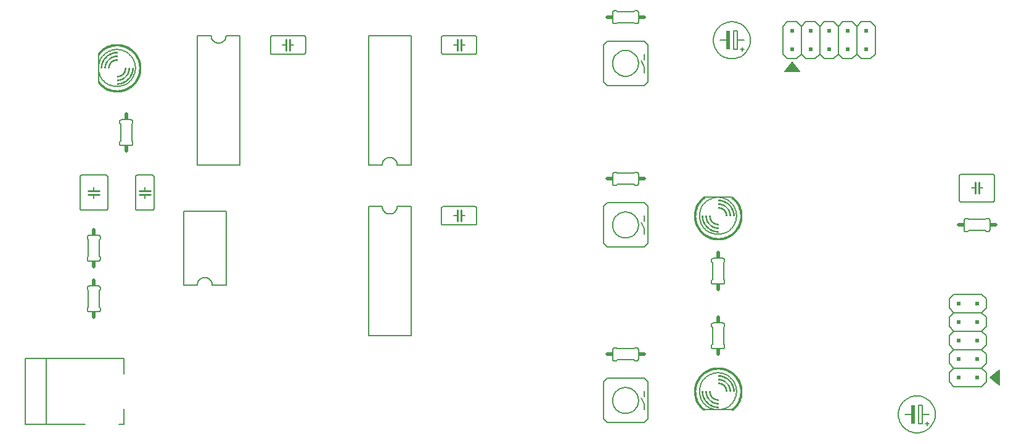
<source format=gto>
G75*
%MOIN*%
%OFA0B0*%
%FSLAX24Y24*%
%IPPOS*%
%LPD*%
%AMOC8*
5,1,8,0,0,1.08239X$1,22.5*
%
%ADD10C,0.0060*%
%ADD11R,0.0200X0.0200*%
%ADD12C,0.0050*%
%ADD13C,0.0080*%
%ADD14C,0.0200*%
%ADD15R,0.0100X0.0200*%
%ADD16R,0.0200X0.0100*%
%ADD17C,0.0100*%
%ADD18R,0.0200X0.1000*%
%ADD19C,0.0010*%
%ADD20C,0.0006*%
D10*
X004000Y008150D02*
X004500Y008150D01*
X004517Y008152D01*
X004534Y008156D01*
X004550Y008163D01*
X004564Y008173D01*
X004577Y008186D01*
X004587Y008200D01*
X004594Y008216D01*
X004598Y008233D01*
X004600Y008250D01*
X004600Y008350D01*
X004550Y008400D01*
X004550Y009300D01*
X004600Y009350D01*
X004600Y009450D01*
X004598Y009467D01*
X004594Y009484D01*
X004587Y009500D01*
X004577Y009514D01*
X004564Y009527D01*
X004550Y009537D01*
X004534Y009544D01*
X004517Y009548D01*
X004500Y009550D01*
X004000Y009550D01*
X003983Y009548D01*
X003966Y009544D01*
X003950Y009537D01*
X003936Y009527D01*
X003923Y009514D01*
X003913Y009500D01*
X003906Y009484D01*
X003902Y009467D01*
X003900Y009450D01*
X003900Y009350D01*
X003950Y009300D01*
X003950Y008400D01*
X003900Y008350D01*
X003900Y008250D01*
X003902Y008233D01*
X003906Y008216D01*
X003913Y008200D01*
X003923Y008186D01*
X003936Y008173D01*
X003950Y008163D01*
X003966Y008156D01*
X003983Y008152D01*
X004000Y008150D01*
X009100Y009600D02*
X009850Y009600D01*
X009852Y009639D01*
X009858Y009678D01*
X009867Y009716D01*
X009880Y009753D01*
X009897Y009789D01*
X009917Y009822D01*
X009941Y009854D01*
X009967Y009883D01*
X009996Y009909D01*
X010028Y009933D01*
X010061Y009953D01*
X010097Y009970D01*
X010134Y009983D01*
X010172Y009992D01*
X010211Y009998D01*
X010250Y010000D01*
X010289Y009998D01*
X010328Y009992D01*
X010366Y009983D01*
X010403Y009970D01*
X010439Y009953D01*
X010472Y009933D01*
X010504Y009909D01*
X010533Y009883D01*
X010559Y009854D01*
X010583Y009822D01*
X010603Y009789D01*
X010620Y009753D01*
X010633Y009716D01*
X010642Y009678D01*
X010648Y009639D01*
X010650Y009600D01*
X011400Y009600D01*
X011400Y013600D01*
X009100Y013600D01*
X009100Y009600D01*
X004600Y011000D02*
X004600Y011100D01*
X004550Y011150D01*
X004550Y012050D01*
X004600Y012100D01*
X004600Y012200D01*
X004598Y012217D01*
X004594Y012234D01*
X004587Y012250D01*
X004577Y012264D01*
X004564Y012277D01*
X004550Y012287D01*
X004534Y012294D01*
X004517Y012298D01*
X004500Y012300D01*
X004000Y012300D01*
X003983Y012298D01*
X003966Y012294D01*
X003950Y012287D01*
X003936Y012277D01*
X003923Y012264D01*
X003913Y012250D01*
X003906Y012234D01*
X003902Y012217D01*
X003900Y012200D01*
X003900Y012100D01*
X003950Y012050D01*
X003950Y011150D01*
X003900Y011100D01*
X003900Y011000D01*
X003902Y010983D01*
X003906Y010966D01*
X003913Y010950D01*
X003923Y010936D01*
X003936Y010923D01*
X003950Y010913D01*
X003966Y010906D01*
X003983Y010902D01*
X004000Y010900D01*
X004500Y010900D01*
X004517Y010902D01*
X004534Y010906D01*
X004550Y010913D01*
X004564Y010923D01*
X004577Y010936D01*
X004587Y010950D01*
X004594Y010966D01*
X004598Y010983D01*
X004600Y011000D01*
X004900Y013650D02*
X003600Y013650D01*
X003583Y013652D01*
X003566Y013656D01*
X003550Y013663D01*
X003536Y013673D01*
X003523Y013686D01*
X003513Y013700D01*
X003506Y013716D01*
X003502Y013733D01*
X003500Y013750D01*
X003500Y015450D01*
X003502Y015467D01*
X003506Y015484D01*
X003513Y015500D01*
X003523Y015514D01*
X003536Y015527D01*
X003550Y015537D01*
X003566Y015544D01*
X003583Y015548D01*
X003600Y015550D01*
X004900Y015550D01*
X004917Y015548D01*
X004934Y015544D01*
X004950Y015537D01*
X004964Y015527D01*
X004977Y015514D01*
X004987Y015500D01*
X004994Y015484D01*
X004998Y015467D01*
X005000Y015450D01*
X005000Y013750D01*
X004998Y013733D01*
X004994Y013716D01*
X004987Y013700D01*
X004977Y013686D01*
X004964Y013673D01*
X004950Y013663D01*
X004934Y013656D01*
X004917Y013652D01*
X004900Y013650D01*
X004250Y014300D02*
X004250Y014450D01*
X004250Y014500D01*
X004250Y014700D02*
X004250Y014750D01*
X004250Y014900D01*
X006500Y015450D02*
X006500Y013750D01*
X006502Y013733D01*
X006506Y013716D01*
X006513Y013700D01*
X006523Y013686D01*
X006536Y013673D01*
X006550Y013663D01*
X006566Y013656D01*
X006583Y013652D01*
X006600Y013650D01*
X007400Y013650D01*
X007417Y013652D01*
X007434Y013656D01*
X007450Y013663D01*
X007464Y013673D01*
X007477Y013686D01*
X007487Y013700D01*
X007494Y013716D01*
X007498Y013733D01*
X007500Y013750D01*
X007500Y015450D01*
X007498Y015467D01*
X007494Y015484D01*
X007487Y015500D01*
X007477Y015514D01*
X007464Y015527D01*
X007450Y015537D01*
X007434Y015544D01*
X007417Y015548D01*
X007400Y015550D01*
X006600Y015550D01*
X006583Y015548D01*
X006566Y015544D01*
X006550Y015537D01*
X006536Y015527D01*
X006523Y015514D01*
X006513Y015500D01*
X006506Y015484D01*
X006502Y015467D01*
X006500Y015450D01*
X007000Y014900D02*
X007000Y014750D01*
X007000Y014700D01*
X007000Y014500D02*
X007000Y014450D01*
X007000Y014300D01*
X009850Y016100D02*
X012150Y016100D01*
X012150Y023100D01*
X011400Y023100D01*
X011398Y023061D01*
X011392Y023022D01*
X011383Y022984D01*
X011370Y022947D01*
X011353Y022911D01*
X011333Y022878D01*
X011309Y022846D01*
X011283Y022817D01*
X011254Y022791D01*
X011222Y022767D01*
X011189Y022747D01*
X011153Y022730D01*
X011116Y022717D01*
X011078Y022708D01*
X011039Y022702D01*
X011000Y022700D01*
X010961Y022702D01*
X010922Y022708D01*
X010884Y022717D01*
X010847Y022730D01*
X010811Y022747D01*
X010778Y022767D01*
X010746Y022791D01*
X010717Y022817D01*
X010691Y022846D01*
X010667Y022878D01*
X010647Y022911D01*
X010630Y022947D01*
X010617Y022984D01*
X010608Y023022D01*
X010602Y023061D01*
X010600Y023100D01*
X009850Y023100D01*
X009850Y016100D01*
X006350Y017250D02*
X006350Y017350D01*
X006300Y017400D01*
X006300Y018300D01*
X006350Y018350D01*
X006350Y018450D01*
X006348Y018467D01*
X006344Y018484D01*
X006337Y018500D01*
X006327Y018514D01*
X006314Y018527D01*
X006300Y018537D01*
X006284Y018544D01*
X006267Y018548D01*
X006250Y018550D01*
X005750Y018550D01*
X005733Y018548D01*
X005716Y018544D01*
X005700Y018537D01*
X005686Y018527D01*
X005673Y018514D01*
X005663Y018500D01*
X005656Y018484D01*
X005652Y018467D01*
X005650Y018450D01*
X005650Y018350D01*
X005700Y018300D01*
X005700Y017400D01*
X005650Y017350D01*
X005650Y017250D01*
X005652Y017233D01*
X005656Y017216D01*
X005663Y017200D01*
X005673Y017186D01*
X005686Y017173D01*
X005700Y017163D01*
X005716Y017156D01*
X005733Y017152D01*
X005750Y017150D01*
X006250Y017150D01*
X006267Y017152D01*
X006284Y017156D01*
X006300Y017163D01*
X006314Y017173D01*
X006327Y017186D01*
X006337Y017200D01*
X006344Y017216D01*
X006348Y017233D01*
X006350Y017250D01*
X004500Y021350D02*
X004502Y021413D01*
X004508Y021475D01*
X004518Y021537D01*
X004531Y021599D01*
X004549Y021659D01*
X004570Y021718D01*
X004595Y021776D01*
X004624Y021832D01*
X004656Y021886D01*
X004691Y021938D01*
X004729Y021987D01*
X004771Y022035D01*
X004815Y022079D01*
X004863Y022121D01*
X004912Y022159D01*
X004964Y022194D01*
X005018Y022226D01*
X005074Y022255D01*
X005132Y022280D01*
X005191Y022301D01*
X005251Y022319D01*
X005313Y022332D01*
X005375Y022342D01*
X005437Y022348D01*
X005500Y022350D01*
X005563Y022348D01*
X005625Y022342D01*
X005687Y022332D01*
X005749Y022319D01*
X005809Y022301D01*
X005868Y022280D01*
X005926Y022255D01*
X005982Y022226D01*
X006036Y022194D01*
X006088Y022159D01*
X006137Y022121D01*
X006185Y022079D01*
X006229Y022035D01*
X006271Y021987D01*
X006309Y021938D01*
X006344Y021886D01*
X006376Y021832D01*
X006405Y021776D01*
X006430Y021718D01*
X006451Y021659D01*
X006469Y021599D01*
X006482Y021537D01*
X006492Y021475D01*
X006498Y021413D01*
X006500Y021350D01*
X006498Y021287D01*
X006492Y021225D01*
X006482Y021163D01*
X006469Y021101D01*
X006451Y021041D01*
X006430Y020982D01*
X006405Y020924D01*
X006376Y020868D01*
X006344Y020814D01*
X006309Y020762D01*
X006271Y020713D01*
X006229Y020665D01*
X006185Y020621D01*
X006137Y020579D01*
X006088Y020541D01*
X006036Y020506D01*
X005982Y020474D01*
X005926Y020445D01*
X005868Y020420D01*
X005809Y020399D01*
X005749Y020381D01*
X005687Y020368D01*
X005625Y020358D01*
X005563Y020352D01*
X005500Y020350D01*
X005437Y020352D01*
X005375Y020358D01*
X005313Y020368D01*
X005251Y020381D01*
X005191Y020399D01*
X005132Y020420D01*
X005074Y020445D01*
X005018Y020474D01*
X004964Y020506D01*
X004912Y020541D01*
X004863Y020579D01*
X004815Y020621D01*
X004771Y020665D01*
X004729Y020713D01*
X004691Y020762D01*
X004656Y020814D01*
X004624Y020868D01*
X004595Y020924D01*
X004570Y020982D01*
X004549Y021041D01*
X004531Y021101D01*
X004518Y021163D01*
X004508Y021225D01*
X004502Y021287D01*
X004500Y021350D01*
X013800Y022200D02*
X013800Y023000D01*
X013802Y023017D01*
X013806Y023034D01*
X013813Y023050D01*
X013823Y023064D01*
X013836Y023077D01*
X013850Y023087D01*
X013866Y023094D01*
X013883Y023098D01*
X013900Y023100D01*
X015600Y023100D01*
X015617Y023098D01*
X015634Y023094D01*
X015650Y023087D01*
X015664Y023077D01*
X015677Y023064D01*
X015687Y023050D01*
X015694Y023034D01*
X015698Y023017D01*
X015700Y023000D01*
X015700Y022200D01*
X015698Y022183D01*
X015694Y022166D01*
X015687Y022150D01*
X015677Y022136D01*
X015664Y022123D01*
X015650Y022113D01*
X015634Y022106D01*
X015617Y022102D01*
X015600Y022100D01*
X013900Y022100D01*
X013883Y022102D01*
X013866Y022106D01*
X013850Y022113D01*
X013836Y022123D01*
X013823Y022136D01*
X013813Y022150D01*
X013806Y022166D01*
X013802Y022183D01*
X013800Y022200D01*
X014450Y022600D02*
X014600Y022600D01*
X014650Y022600D01*
X014850Y022600D02*
X014900Y022600D01*
X015050Y022600D01*
X019100Y023100D02*
X021400Y023100D01*
X021400Y016100D01*
X020650Y016100D01*
X020648Y016139D01*
X020642Y016178D01*
X020633Y016216D01*
X020620Y016253D01*
X020603Y016289D01*
X020583Y016322D01*
X020559Y016354D01*
X020533Y016383D01*
X020504Y016409D01*
X020472Y016433D01*
X020439Y016453D01*
X020403Y016470D01*
X020366Y016483D01*
X020328Y016492D01*
X020289Y016498D01*
X020250Y016500D01*
X020211Y016498D01*
X020172Y016492D01*
X020134Y016483D01*
X020097Y016470D01*
X020061Y016453D01*
X020028Y016433D01*
X019996Y016409D01*
X019967Y016383D01*
X019941Y016354D01*
X019917Y016322D01*
X019897Y016289D01*
X019880Y016253D01*
X019867Y016216D01*
X019858Y016178D01*
X019852Y016139D01*
X019850Y016100D01*
X019100Y016100D01*
X019100Y023100D01*
X023050Y023000D02*
X023050Y022200D01*
X023052Y022183D01*
X023056Y022166D01*
X023063Y022150D01*
X023073Y022136D01*
X023086Y022123D01*
X023100Y022113D01*
X023116Y022106D01*
X023133Y022102D01*
X023150Y022100D01*
X024850Y022100D01*
X024867Y022102D01*
X024884Y022106D01*
X024900Y022113D01*
X024914Y022123D01*
X024927Y022136D01*
X024937Y022150D01*
X024944Y022166D01*
X024948Y022183D01*
X024950Y022200D01*
X024950Y023000D01*
X024948Y023017D01*
X024944Y023034D01*
X024937Y023050D01*
X024927Y023064D01*
X024914Y023077D01*
X024900Y023087D01*
X024884Y023094D01*
X024867Y023098D01*
X024850Y023100D01*
X023150Y023100D01*
X023133Y023098D01*
X023116Y023094D01*
X023100Y023087D01*
X023086Y023077D01*
X023073Y023064D01*
X023063Y023050D01*
X023056Y023034D01*
X023052Y023017D01*
X023050Y023000D01*
X023700Y022600D02*
X023850Y022600D01*
X023900Y022600D01*
X024100Y022600D02*
X024150Y022600D01*
X024300Y022600D01*
X032300Y023850D02*
X032300Y024350D01*
X032302Y024367D01*
X032306Y024384D01*
X032313Y024400D01*
X032323Y024414D01*
X032336Y024427D01*
X032350Y024437D01*
X032366Y024444D01*
X032383Y024448D01*
X032400Y024450D01*
X032500Y024450D01*
X032550Y024400D01*
X033450Y024400D01*
X033500Y024450D01*
X033600Y024450D01*
X033617Y024448D01*
X033634Y024444D01*
X033650Y024437D01*
X033664Y024427D01*
X033677Y024414D01*
X033687Y024400D01*
X033694Y024384D01*
X033698Y024367D01*
X033700Y024350D01*
X033700Y023850D01*
X033698Y023833D01*
X033694Y023816D01*
X033687Y023800D01*
X033677Y023786D01*
X033664Y023773D01*
X033650Y023763D01*
X033634Y023756D01*
X033617Y023752D01*
X033600Y023750D01*
X033500Y023750D01*
X033450Y023800D01*
X032550Y023800D01*
X032500Y023750D01*
X032400Y023750D01*
X032383Y023752D01*
X032366Y023756D01*
X032350Y023763D01*
X032336Y023773D01*
X032323Y023786D01*
X032313Y023800D01*
X032306Y023816D01*
X032302Y023833D01*
X032300Y023850D01*
X038100Y022850D02*
X038500Y022850D01*
X037750Y022850D02*
X037752Y022913D01*
X037758Y022975D01*
X037768Y023037D01*
X037781Y023099D01*
X037799Y023159D01*
X037820Y023218D01*
X037845Y023276D01*
X037874Y023332D01*
X037906Y023386D01*
X037941Y023438D01*
X037979Y023487D01*
X038021Y023535D01*
X038065Y023579D01*
X038113Y023621D01*
X038162Y023659D01*
X038214Y023694D01*
X038268Y023726D01*
X038324Y023755D01*
X038382Y023780D01*
X038441Y023801D01*
X038501Y023819D01*
X038563Y023832D01*
X038625Y023842D01*
X038687Y023848D01*
X038750Y023850D01*
X038813Y023848D01*
X038875Y023842D01*
X038937Y023832D01*
X038999Y023819D01*
X039059Y023801D01*
X039118Y023780D01*
X039176Y023755D01*
X039232Y023726D01*
X039286Y023694D01*
X039338Y023659D01*
X039387Y023621D01*
X039435Y023579D01*
X039479Y023535D01*
X039521Y023487D01*
X039559Y023438D01*
X039594Y023386D01*
X039626Y023332D01*
X039655Y023276D01*
X039680Y023218D01*
X039701Y023159D01*
X039719Y023099D01*
X039732Y023037D01*
X039742Y022975D01*
X039748Y022913D01*
X039750Y022850D01*
X039748Y022787D01*
X039742Y022725D01*
X039732Y022663D01*
X039719Y022601D01*
X039701Y022541D01*
X039680Y022482D01*
X039655Y022424D01*
X039626Y022368D01*
X039594Y022314D01*
X039559Y022262D01*
X039521Y022213D01*
X039479Y022165D01*
X039435Y022121D01*
X039387Y022079D01*
X039338Y022041D01*
X039286Y022006D01*
X039232Y021974D01*
X039176Y021945D01*
X039118Y021920D01*
X039059Y021899D01*
X038999Y021881D01*
X038937Y021868D01*
X038875Y021858D01*
X038813Y021852D01*
X038750Y021850D01*
X038687Y021852D01*
X038625Y021858D01*
X038563Y021868D01*
X038501Y021881D01*
X038441Y021899D01*
X038382Y021920D01*
X038324Y021945D01*
X038268Y021974D01*
X038214Y022006D01*
X038162Y022041D01*
X038113Y022079D01*
X038065Y022121D01*
X038021Y022165D01*
X037979Y022213D01*
X037941Y022262D01*
X037906Y022314D01*
X037874Y022368D01*
X037845Y022424D01*
X037820Y022482D01*
X037799Y022541D01*
X037781Y022601D01*
X037768Y022663D01*
X037758Y022725D01*
X037752Y022787D01*
X037750Y022850D01*
X038850Y022350D02*
X039050Y022350D01*
X039050Y022850D01*
X039050Y023350D01*
X038850Y023350D01*
X038850Y022350D01*
X039200Y022350D02*
X039300Y022350D01*
X039300Y022250D01*
X039300Y022350D02*
X039300Y022450D01*
X039300Y022350D02*
X039400Y022350D01*
X039400Y022850D02*
X039050Y022850D01*
X041500Y022100D02*
X041750Y021850D01*
X042250Y021850D01*
X042500Y022100D01*
X042500Y023600D01*
X042750Y023850D01*
X043250Y023850D01*
X043500Y023600D01*
X043500Y022100D01*
X043750Y021850D01*
X044250Y021850D01*
X044500Y022100D01*
X044500Y023600D01*
X044750Y023850D01*
X045250Y023850D01*
X045500Y023600D01*
X045750Y023850D01*
X046250Y023850D01*
X046500Y023600D01*
X046500Y022100D01*
X046250Y021850D01*
X045750Y021850D01*
X045500Y022100D01*
X045500Y023600D01*
X044500Y023600D02*
X044250Y023850D01*
X043750Y023850D01*
X043500Y023600D01*
X042500Y023600D02*
X042250Y023850D01*
X041750Y023850D01*
X041500Y023600D01*
X041500Y022100D01*
X042500Y022100D02*
X042750Y021850D01*
X043250Y021850D01*
X043500Y022100D01*
X044500Y022100D02*
X044750Y021850D01*
X045250Y021850D01*
X045500Y022100D01*
X051150Y015600D02*
X052850Y015600D01*
X052867Y015598D01*
X052884Y015594D01*
X052900Y015587D01*
X052914Y015577D01*
X052927Y015564D01*
X052937Y015550D01*
X052944Y015534D01*
X052948Y015517D01*
X052950Y015500D01*
X052950Y014200D01*
X052948Y014183D01*
X052944Y014166D01*
X052937Y014150D01*
X052927Y014136D01*
X052914Y014123D01*
X052900Y014113D01*
X052884Y014106D01*
X052867Y014102D01*
X052850Y014100D01*
X051150Y014100D01*
X051133Y014102D01*
X051116Y014106D01*
X051100Y014113D01*
X051086Y014123D01*
X051073Y014136D01*
X051063Y014150D01*
X051056Y014166D01*
X051052Y014183D01*
X051050Y014200D01*
X051050Y015500D01*
X051052Y015517D01*
X051056Y015534D01*
X051063Y015550D01*
X051073Y015564D01*
X051086Y015577D01*
X051100Y015587D01*
X051116Y015594D01*
X051133Y015598D01*
X051150Y015600D01*
X051700Y014850D02*
X051850Y014850D01*
X051900Y014850D01*
X052100Y014850D02*
X052150Y014850D01*
X052300Y014850D01*
X052500Y013200D02*
X052450Y013150D01*
X051550Y013150D01*
X051500Y013200D01*
X051400Y013200D01*
X051383Y013198D01*
X051366Y013194D01*
X051350Y013187D01*
X051336Y013177D01*
X051323Y013164D01*
X051313Y013150D01*
X051306Y013134D01*
X051302Y013117D01*
X051300Y013100D01*
X051300Y012600D01*
X051302Y012583D01*
X051306Y012566D01*
X051313Y012550D01*
X051323Y012536D01*
X051336Y012523D01*
X051350Y012513D01*
X051366Y012506D01*
X051383Y012502D01*
X051400Y012500D01*
X051500Y012500D01*
X051550Y012550D01*
X052450Y012550D01*
X052500Y012500D01*
X052600Y012500D01*
X052617Y012502D01*
X052634Y012506D01*
X052650Y012513D01*
X052664Y012523D01*
X052677Y012536D01*
X052687Y012550D01*
X052694Y012566D01*
X052698Y012583D01*
X052700Y012600D01*
X052700Y013100D01*
X052698Y013117D01*
X052694Y013134D01*
X052687Y013150D01*
X052677Y013164D01*
X052664Y013177D01*
X052650Y013187D01*
X052634Y013194D01*
X052617Y013198D01*
X052600Y013200D01*
X052500Y013200D01*
X052250Y009100D02*
X050750Y009100D01*
X050500Y008850D01*
X050500Y008350D01*
X050750Y008100D01*
X052250Y008100D01*
X052500Y008350D01*
X052500Y008850D01*
X052250Y009100D01*
X052250Y008100D02*
X052500Y007850D01*
X052500Y007350D01*
X052250Y007100D01*
X050750Y007100D01*
X050500Y007350D01*
X050500Y007850D01*
X050750Y008100D01*
X050750Y007100D02*
X050500Y006850D01*
X050500Y006350D01*
X050750Y006100D01*
X052250Y006100D01*
X052500Y006350D01*
X052500Y006850D01*
X052250Y007100D01*
X052250Y006100D02*
X052500Y005850D01*
X052500Y005350D01*
X052250Y005100D01*
X050750Y005100D01*
X050500Y005350D01*
X050500Y005850D01*
X050750Y006100D01*
X050750Y005100D02*
X050500Y004850D01*
X050500Y004350D01*
X050750Y004100D01*
X052250Y004100D01*
X052500Y004350D01*
X052500Y004850D01*
X052250Y005100D01*
X049050Y003100D02*
X048850Y003100D01*
X048850Y002100D01*
X049050Y002100D01*
X049050Y002600D01*
X049050Y003100D01*
X049050Y002600D02*
X049400Y002600D01*
X047750Y002600D02*
X047752Y002663D01*
X047758Y002725D01*
X047768Y002787D01*
X047781Y002849D01*
X047799Y002909D01*
X047820Y002968D01*
X047845Y003026D01*
X047874Y003082D01*
X047906Y003136D01*
X047941Y003188D01*
X047979Y003237D01*
X048021Y003285D01*
X048065Y003329D01*
X048113Y003371D01*
X048162Y003409D01*
X048214Y003444D01*
X048268Y003476D01*
X048324Y003505D01*
X048382Y003530D01*
X048441Y003551D01*
X048501Y003569D01*
X048563Y003582D01*
X048625Y003592D01*
X048687Y003598D01*
X048750Y003600D01*
X048813Y003598D01*
X048875Y003592D01*
X048937Y003582D01*
X048999Y003569D01*
X049059Y003551D01*
X049118Y003530D01*
X049176Y003505D01*
X049232Y003476D01*
X049286Y003444D01*
X049338Y003409D01*
X049387Y003371D01*
X049435Y003329D01*
X049479Y003285D01*
X049521Y003237D01*
X049559Y003188D01*
X049594Y003136D01*
X049626Y003082D01*
X049655Y003026D01*
X049680Y002968D01*
X049701Y002909D01*
X049719Y002849D01*
X049732Y002787D01*
X049742Y002725D01*
X049748Y002663D01*
X049750Y002600D01*
X049748Y002537D01*
X049742Y002475D01*
X049732Y002413D01*
X049719Y002351D01*
X049701Y002291D01*
X049680Y002232D01*
X049655Y002174D01*
X049626Y002118D01*
X049594Y002064D01*
X049559Y002012D01*
X049521Y001963D01*
X049479Y001915D01*
X049435Y001871D01*
X049387Y001829D01*
X049338Y001791D01*
X049286Y001756D01*
X049232Y001724D01*
X049176Y001695D01*
X049118Y001670D01*
X049059Y001649D01*
X048999Y001631D01*
X048937Y001618D01*
X048875Y001608D01*
X048813Y001602D01*
X048750Y001600D01*
X048687Y001602D01*
X048625Y001608D01*
X048563Y001618D01*
X048501Y001631D01*
X048441Y001649D01*
X048382Y001670D01*
X048324Y001695D01*
X048268Y001724D01*
X048214Y001756D01*
X048162Y001791D01*
X048113Y001829D01*
X048065Y001871D01*
X048021Y001915D01*
X047979Y001963D01*
X047941Y002012D01*
X047906Y002064D01*
X047874Y002118D01*
X047845Y002174D01*
X047820Y002232D01*
X047799Y002291D01*
X047781Y002351D01*
X047768Y002413D01*
X047758Y002475D01*
X047752Y002537D01*
X047750Y002600D01*
X048100Y002600D02*
X048500Y002600D01*
X049200Y002100D02*
X049300Y002100D01*
X049300Y002000D01*
X049300Y002100D02*
X049300Y002200D01*
X049300Y002100D02*
X049400Y002100D01*
X038350Y006250D02*
X038350Y006350D01*
X038300Y006400D01*
X038300Y007300D01*
X038350Y007350D01*
X038350Y007450D01*
X038348Y007467D01*
X038344Y007484D01*
X038337Y007500D01*
X038327Y007514D01*
X038314Y007527D01*
X038300Y007537D01*
X038284Y007544D01*
X038267Y007548D01*
X038250Y007550D01*
X037750Y007550D01*
X037733Y007548D01*
X037716Y007544D01*
X037700Y007537D01*
X037686Y007527D01*
X037673Y007514D01*
X037663Y007500D01*
X037656Y007484D01*
X037652Y007467D01*
X037650Y007450D01*
X037650Y007350D01*
X037700Y007300D01*
X037700Y006400D01*
X037650Y006350D01*
X037650Y006250D01*
X037652Y006233D01*
X037656Y006216D01*
X037663Y006200D01*
X037673Y006186D01*
X037686Y006173D01*
X037700Y006163D01*
X037716Y006156D01*
X037733Y006152D01*
X037750Y006150D01*
X038250Y006150D01*
X038267Y006152D01*
X038284Y006156D01*
X038300Y006163D01*
X038314Y006173D01*
X038327Y006186D01*
X038337Y006200D01*
X038344Y006216D01*
X038348Y006233D01*
X038350Y006250D01*
X037000Y003850D02*
X037002Y003913D01*
X037008Y003975D01*
X037018Y004037D01*
X037031Y004099D01*
X037049Y004159D01*
X037070Y004218D01*
X037095Y004276D01*
X037124Y004332D01*
X037156Y004386D01*
X037191Y004438D01*
X037229Y004487D01*
X037271Y004535D01*
X037315Y004579D01*
X037363Y004621D01*
X037412Y004659D01*
X037464Y004694D01*
X037518Y004726D01*
X037574Y004755D01*
X037632Y004780D01*
X037691Y004801D01*
X037751Y004819D01*
X037813Y004832D01*
X037875Y004842D01*
X037937Y004848D01*
X038000Y004850D01*
X038063Y004848D01*
X038125Y004842D01*
X038187Y004832D01*
X038249Y004819D01*
X038309Y004801D01*
X038368Y004780D01*
X038426Y004755D01*
X038482Y004726D01*
X038536Y004694D01*
X038588Y004659D01*
X038637Y004621D01*
X038685Y004579D01*
X038729Y004535D01*
X038771Y004487D01*
X038809Y004438D01*
X038844Y004386D01*
X038876Y004332D01*
X038905Y004276D01*
X038930Y004218D01*
X038951Y004159D01*
X038969Y004099D01*
X038982Y004037D01*
X038992Y003975D01*
X038998Y003913D01*
X039000Y003850D01*
X038998Y003787D01*
X038992Y003725D01*
X038982Y003663D01*
X038969Y003601D01*
X038951Y003541D01*
X038930Y003482D01*
X038905Y003424D01*
X038876Y003368D01*
X038844Y003314D01*
X038809Y003262D01*
X038771Y003213D01*
X038729Y003165D01*
X038685Y003121D01*
X038637Y003079D01*
X038588Y003041D01*
X038536Y003006D01*
X038482Y002974D01*
X038426Y002945D01*
X038368Y002920D01*
X038309Y002899D01*
X038249Y002881D01*
X038187Y002868D01*
X038125Y002858D01*
X038063Y002852D01*
X038000Y002850D01*
X037937Y002852D01*
X037875Y002858D01*
X037813Y002868D01*
X037751Y002881D01*
X037691Y002899D01*
X037632Y002920D01*
X037574Y002945D01*
X037518Y002974D01*
X037464Y003006D01*
X037412Y003041D01*
X037363Y003079D01*
X037315Y003121D01*
X037271Y003165D01*
X037229Y003213D01*
X037191Y003262D01*
X037156Y003314D01*
X037124Y003368D01*
X037095Y003424D01*
X037070Y003482D01*
X037049Y003541D01*
X037031Y003601D01*
X037018Y003663D01*
X037008Y003725D01*
X037002Y003787D01*
X037000Y003850D01*
X033700Y005600D02*
X033700Y006100D01*
X033698Y006117D01*
X033694Y006134D01*
X033687Y006150D01*
X033677Y006164D01*
X033664Y006177D01*
X033650Y006187D01*
X033634Y006194D01*
X033617Y006198D01*
X033600Y006200D01*
X033500Y006200D01*
X033450Y006150D01*
X032550Y006150D01*
X032500Y006200D01*
X032400Y006200D01*
X032383Y006198D01*
X032366Y006194D01*
X032350Y006187D01*
X032336Y006177D01*
X032323Y006164D01*
X032313Y006150D01*
X032306Y006134D01*
X032302Y006117D01*
X032300Y006100D01*
X032300Y005600D01*
X032302Y005583D01*
X032306Y005566D01*
X032313Y005550D01*
X032323Y005536D01*
X032336Y005523D01*
X032350Y005513D01*
X032366Y005506D01*
X032383Y005502D01*
X032400Y005500D01*
X032500Y005500D01*
X032550Y005550D01*
X033450Y005550D01*
X033500Y005500D01*
X033600Y005500D01*
X033617Y005502D01*
X033634Y005506D01*
X033650Y005513D01*
X033664Y005523D01*
X033677Y005536D01*
X033687Y005550D01*
X033694Y005566D01*
X033698Y005583D01*
X033700Y005600D01*
X037750Y009650D02*
X038250Y009650D01*
X038267Y009652D01*
X038284Y009656D01*
X038300Y009663D01*
X038314Y009673D01*
X038327Y009686D01*
X038337Y009700D01*
X038344Y009716D01*
X038348Y009733D01*
X038350Y009750D01*
X038350Y009850D01*
X038300Y009900D01*
X038300Y010800D01*
X038350Y010850D01*
X038350Y010950D01*
X038348Y010967D01*
X038344Y010984D01*
X038337Y011000D01*
X038327Y011014D01*
X038314Y011027D01*
X038300Y011037D01*
X038284Y011044D01*
X038267Y011048D01*
X038250Y011050D01*
X037750Y011050D01*
X037733Y011048D01*
X037716Y011044D01*
X037700Y011037D01*
X037686Y011027D01*
X037673Y011014D01*
X037663Y011000D01*
X037656Y010984D01*
X037652Y010967D01*
X037650Y010950D01*
X037650Y010850D01*
X037700Y010800D01*
X037700Y009900D01*
X037650Y009850D01*
X037650Y009750D01*
X037652Y009733D01*
X037656Y009716D01*
X037663Y009700D01*
X037673Y009686D01*
X037686Y009673D01*
X037700Y009663D01*
X037716Y009656D01*
X037733Y009652D01*
X037750Y009650D01*
X037000Y013350D02*
X037002Y013413D01*
X037008Y013475D01*
X037018Y013537D01*
X037031Y013599D01*
X037049Y013659D01*
X037070Y013718D01*
X037095Y013776D01*
X037124Y013832D01*
X037156Y013886D01*
X037191Y013938D01*
X037229Y013987D01*
X037271Y014035D01*
X037315Y014079D01*
X037363Y014121D01*
X037412Y014159D01*
X037464Y014194D01*
X037518Y014226D01*
X037574Y014255D01*
X037632Y014280D01*
X037691Y014301D01*
X037751Y014319D01*
X037813Y014332D01*
X037875Y014342D01*
X037937Y014348D01*
X038000Y014350D01*
X038063Y014348D01*
X038125Y014342D01*
X038187Y014332D01*
X038249Y014319D01*
X038309Y014301D01*
X038368Y014280D01*
X038426Y014255D01*
X038482Y014226D01*
X038536Y014194D01*
X038588Y014159D01*
X038637Y014121D01*
X038685Y014079D01*
X038729Y014035D01*
X038771Y013987D01*
X038809Y013938D01*
X038844Y013886D01*
X038876Y013832D01*
X038905Y013776D01*
X038930Y013718D01*
X038951Y013659D01*
X038969Y013599D01*
X038982Y013537D01*
X038992Y013475D01*
X038998Y013413D01*
X039000Y013350D01*
X038998Y013287D01*
X038992Y013225D01*
X038982Y013163D01*
X038969Y013101D01*
X038951Y013041D01*
X038930Y012982D01*
X038905Y012924D01*
X038876Y012868D01*
X038844Y012814D01*
X038809Y012762D01*
X038771Y012713D01*
X038729Y012665D01*
X038685Y012621D01*
X038637Y012579D01*
X038588Y012541D01*
X038536Y012506D01*
X038482Y012474D01*
X038426Y012445D01*
X038368Y012420D01*
X038309Y012399D01*
X038249Y012381D01*
X038187Y012368D01*
X038125Y012358D01*
X038063Y012352D01*
X038000Y012350D01*
X037937Y012352D01*
X037875Y012358D01*
X037813Y012368D01*
X037751Y012381D01*
X037691Y012399D01*
X037632Y012420D01*
X037574Y012445D01*
X037518Y012474D01*
X037464Y012506D01*
X037412Y012541D01*
X037363Y012579D01*
X037315Y012621D01*
X037271Y012665D01*
X037229Y012713D01*
X037191Y012762D01*
X037156Y012814D01*
X037124Y012868D01*
X037095Y012924D01*
X037070Y012982D01*
X037049Y013041D01*
X037031Y013101D01*
X037018Y013163D01*
X037008Y013225D01*
X037002Y013287D01*
X037000Y013350D01*
X033600Y015000D02*
X033500Y015000D01*
X033450Y015050D01*
X032550Y015050D01*
X032500Y015000D01*
X032400Y015000D01*
X032383Y015002D01*
X032366Y015006D01*
X032350Y015013D01*
X032336Y015023D01*
X032323Y015036D01*
X032313Y015050D01*
X032306Y015066D01*
X032302Y015083D01*
X032300Y015100D01*
X032300Y015600D01*
X032302Y015617D01*
X032306Y015634D01*
X032313Y015650D01*
X032323Y015664D01*
X032336Y015677D01*
X032350Y015687D01*
X032366Y015694D01*
X032383Y015698D01*
X032400Y015700D01*
X032500Y015700D01*
X032550Y015650D01*
X033450Y015650D01*
X033500Y015700D01*
X033600Y015700D01*
X033617Y015698D01*
X033634Y015694D01*
X033650Y015687D01*
X033664Y015677D01*
X033677Y015664D01*
X033687Y015650D01*
X033694Y015634D01*
X033698Y015617D01*
X033700Y015600D01*
X033700Y015100D01*
X033698Y015083D01*
X033694Y015066D01*
X033687Y015050D01*
X033677Y015036D01*
X033664Y015023D01*
X033650Y015013D01*
X033634Y015006D01*
X033617Y015002D01*
X033600Y015000D01*
X024950Y013750D02*
X024950Y012950D01*
X024948Y012933D01*
X024944Y012916D01*
X024937Y012900D01*
X024927Y012886D01*
X024914Y012873D01*
X024900Y012863D01*
X024884Y012856D01*
X024867Y012852D01*
X024850Y012850D01*
X023150Y012850D01*
X023133Y012852D01*
X023116Y012856D01*
X023100Y012863D01*
X023086Y012873D01*
X023073Y012886D01*
X023063Y012900D01*
X023056Y012916D01*
X023052Y012933D01*
X023050Y012950D01*
X023050Y013750D01*
X023052Y013767D01*
X023056Y013784D01*
X023063Y013800D01*
X023073Y013814D01*
X023086Y013827D01*
X023100Y013837D01*
X023116Y013844D01*
X023133Y013848D01*
X023150Y013850D01*
X024850Y013850D01*
X024867Y013848D01*
X024884Y013844D01*
X024900Y013837D01*
X024914Y013827D01*
X024927Y013814D01*
X024937Y013800D01*
X024944Y013784D01*
X024948Y013767D01*
X024950Y013750D01*
X024300Y013350D02*
X024150Y013350D01*
X024100Y013350D01*
X023900Y013350D02*
X023850Y013350D01*
X023700Y013350D01*
X021400Y013850D02*
X020650Y013850D01*
X020648Y013811D01*
X020642Y013772D01*
X020633Y013734D01*
X020620Y013697D01*
X020603Y013661D01*
X020583Y013628D01*
X020559Y013596D01*
X020533Y013567D01*
X020504Y013541D01*
X020472Y013517D01*
X020439Y013497D01*
X020403Y013480D01*
X020366Y013467D01*
X020328Y013458D01*
X020289Y013452D01*
X020250Y013450D01*
X020211Y013452D01*
X020172Y013458D01*
X020134Y013467D01*
X020097Y013480D01*
X020061Y013497D01*
X020028Y013517D01*
X019996Y013541D01*
X019967Y013567D01*
X019941Y013596D01*
X019917Y013628D01*
X019897Y013661D01*
X019880Y013697D01*
X019867Y013734D01*
X019858Y013772D01*
X019852Y013811D01*
X019850Y013850D01*
X019100Y013850D01*
X019100Y006850D01*
X021400Y006850D01*
X021400Y013850D01*
D11*
X042000Y022350D03*
X043000Y022350D03*
X044000Y022350D03*
X045000Y022350D03*
X046000Y022350D03*
X046000Y023350D03*
X045000Y023350D03*
X044000Y023350D03*
X043000Y023350D03*
X042000Y023350D03*
X051000Y008600D03*
X052000Y008600D03*
X052000Y007600D03*
X051000Y007600D03*
X051000Y006600D03*
X052000Y006600D03*
X052000Y005600D03*
X051000Y005600D03*
X051000Y004600D03*
X052000Y004600D03*
D12*
X052700Y004600D02*
X053200Y005000D01*
X053200Y004200D01*
X052700Y004600D01*
X052713Y004611D02*
X053200Y004611D01*
X053200Y004659D02*
X052774Y004659D01*
X052834Y004708D02*
X053200Y004708D01*
X053200Y004756D02*
X052895Y004756D01*
X052956Y004805D02*
X053200Y004805D01*
X053200Y004853D02*
X053016Y004853D01*
X053077Y004902D02*
X053200Y004902D01*
X053200Y004950D02*
X053138Y004950D01*
X053198Y004999D02*
X053200Y004999D01*
X053200Y004562D02*
X052747Y004562D01*
X052808Y004514D02*
X053200Y004514D01*
X053200Y004465D02*
X052869Y004465D01*
X052929Y004417D02*
X053200Y004417D01*
X053200Y004368D02*
X052990Y004368D01*
X053051Y004320D02*
X053200Y004320D01*
X053200Y004271D02*
X053111Y004271D01*
X053172Y004223D02*
X053200Y004223D01*
X042400Y021150D02*
X041600Y021150D01*
X042000Y021650D01*
X042400Y021150D01*
X042362Y021198D02*
X041638Y021198D01*
X041677Y021246D02*
X042323Y021246D01*
X042284Y021295D02*
X041716Y021295D01*
X041754Y021343D02*
X042246Y021343D01*
X042207Y021392D02*
X041793Y021392D01*
X041832Y021440D02*
X042168Y021440D01*
X042129Y021489D02*
X041871Y021489D01*
X041910Y021537D02*
X042090Y021537D01*
X042052Y021586D02*
X041948Y021586D01*
X041987Y021634D02*
X042013Y021634D01*
D13*
X000539Y005622D02*
X000539Y002078D01*
X001681Y002078D01*
X001681Y005622D01*
X005894Y005622D01*
X005894Y004795D01*
X005894Y002905D02*
X005894Y002078D01*
X005618Y002078D01*
X003768Y002078D02*
X001681Y002078D01*
X001681Y005622D02*
X000539Y005622D01*
X031800Y004350D02*
X031800Y003750D01*
X031800Y002957D01*
X031800Y002950D02*
X031800Y002350D01*
X032000Y002150D01*
X032150Y002150D01*
X033850Y002150D01*
X034000Y002150D01*
X034200Y002350D01*
X034200Y002950D01*
X034200Y002945D02*
X034200Y003750D01*
X034200Y004350D01*
X034000Y004550D01*
X033850Y004550D01*
X032150Y004550D01*
X032000Y004550D01*
X031800Y004350D01*
X032300Y003350D02*
X032302Y003402D01*
X032308Y003454D01*
X032318Y003506D01*
X032331Y003556D01*
X032348Y003606D01*
X032369Y003654D01*
X032394Y003700D01*
X032422Y003744D01*
X032453Y003786D01*
X032487Y003826D01*
X032524Y003863D01*
X032564Y003897D01*
X032606Y003928D01*
X032650Y003956D01*
X032696Y003981D01*
X032744Y004002D01*
X032794Y004019D01*
X032844Y004032D01*
X032896Y004042D01*
X032948Y004048D01*
X033000Y004050D01*
X033052Y004048D01*
X033104Y004042D01*
X033156Y004032D01*
X033206Y004019D01*
X033256Y004002D01*
X033304Y003981D01*
X033350Y003956D01*
X033394Y003928D01*
X033436Y003897D01*
X033476Y003863D01*
X033513Y003826D01*
X033547Y003786D01*
X033578Y003744D01*
X033606Y003700D01*
X033631Y003654D01*
X033652Y003606D01*
X033669Y003556D01*
X033682Y003506D01*
X033692Y003454D01*
X033698Y003402D01*
X033700Y003350D01*
X033698Y003298D01*
X033692Y003246D01*
X033682Y003194D01*
X033669Y003144D01*
X033652Y003094D01*
X033631Y003046D01*
X033606Y003000D01*
X033578Y002956D01*
X033547Y002914D01*
X033513Y002874D01*
X033476Y002837D01*
X033436Y002803D01*
X033394Y002772D01*
X033350Y002744D01*
X033304Y002719D01*
X033256Y002698D01*
X033206Y002681D01*
X033156Y002668D01*
X033104Y002658D01*
X033052Y002652D01*
X033000Y002650D01*
X032948Y002652D01*
X032896Y002658D01*
X032844Y002668D01*
X032794Y002681D01*
X032744Y002698D01*
X032696Y002719D01*
X032650Y002744D01*
X032606Y002772D01*
X032564Y002803D01*
X032524Y002837D01*
X032487Y002874D01*
X032453Y002914D01*
X032422Y002956D01*
X032394Y003000D01*
X032369Y003046D01*
X032348Y003094D01*
X032331Y003144D01*
X032318Y003194D01*
X032308Y003246D01*
X032302Y003298D01*
X032300Y003350D01*
X033850Y003500D02*
X034000Y003150D01*
X034000Y002850D01*
X034000Y003550D02*
X034000Y003850D01*
X037250Y002850D02*
X038750Y002850D01*
X034000Y011650D02*
X033850Y011650D01*
X032150Y011650D01*
X032000Y011650D01*
X031800Y011850D01*
X031800Y012450D01*
X031800Y012457D02*
X031800Y013250D01*
X031800Y013850D01*
X032000Y014050D01*
X032150Y014050D01*
X033850Y014050D01*
X034000Y014050D01*
X034200Y013850D01*
X034200Y013250D01*
X034200Y012445D01*
X034200Y012450D02*
X034200Y011850D01*
X034000Y011650D01*
X034000Y012350D02*
X034000Y012650D01*
X033850Y013000D01*
X034000Y013050D02*
X034000Y013350D01*
X032300Y012850D02*
X032302Y012902D01*
X032308Y012954D01*
X032318Y013006D01*
X032331Y013056D01*
X032348Y013106D01*
X032369Y013154D01*
X032394Y013200D01*
X032422Y013244D01*
X032453Y013286D01*
X032487Y013326D01*
X032524Y013363D01*
X032564Y013397D01*
X032606Y013428D01*
X032650Y013456D01*
X032696Y013481D01*
X032744Y013502D01*
X032794Y013519D01*
X032844Y013532D01*
X032896Y013542D01*
X032948Y013548D01*
X033000Y013550D01*
X033052Y013548D01*
X033104Y013542D01*
X033156Y013532D01*
X033206Y013519D01*
X033256Y013502D01*
X033304Y013481D01*
X033350Y013456D01*
X033394Y013428D01*
X033436Y013397D01*
X033476Y013363D01*
X033513Y013326D01*
X033547Y013286D01*
X033578Y013244D01*
X033606Y013200D01*
X033631Y013154D01*
X033652Y013106D01*
X033669Y013056D01*
X033682Y013006D01*
X033692Y012954D01*
X033698Y012902D01*
X033700Y012850D01*
X033698Y012798D01*
X033692Y012746D01*
X033682Y012694D01*
X033669Y012644D01*
X033652Y012594D01*
X033631Y012546D01*
X033606Y012500D01*
X033578Y012456D01*
X033547Y012414D01*
X033513Y012374D01*
X033476Y012337D01*
X033436Y012303D01*
X033394Y012272D01*
X033350Y012244D01*
X033304Y012219D01*
X033256Y012198D01*
X033206Y012181D01*
X033156Y012168D01*
X033104Y012158D01*
X033052Y012152D01*
X033000Y012150D01*
X032948Y012152D01*
X032896Y012158D01*
X032844Y012168D01*
X032794Y012181D01*
X032744Y012198D01*
X032696Y012219D01*
X032650Y012244D01*
X032606Y012272D01*
X032564Y012303D01*
X032524Y012337D01*
X032487Y012374D01*
X032453Y012414D01*
X032422Y012456D01*
X032394Y012500D01*
X032369Y012546D01*
X032348Y012594D01*
X032331Y012644D01*
X032318Y012694D01*
X032308Y012746D01*
X032302Y012798D01*
X032300Y012850D01*
X037250Y014350D02*
X038750Y014350D01*
X034000Y020400D02*
X033850Y020400D01*
X032150Y020400D01*
X032000Y020400D01*
X031800Y020600D01*
X031800Y021200D01*
X031800Y021207D02*
X031800Y022000D01*
X031800Y022600D01*
X032000Y022800D01*
X032150Y022800D01*
X033850Y022800D01*
X034000Y022800D01*
X034200Y022600D01*
X034200Y022000D01*
X034200Y021195D01*
X034200Y021200D02*
X034200Y020600D01*
X034000Y020400D01*
X034000Y021100D02*
X034000Y021400D01*
X033850Y021750D01*
X034000Y021800D02*
X034000Y022100D01*
X032300Y021600D02*
X032302Y021652D01*
X032308Y021704D01*
X032318Y021756D01*
X032331Y021806D01*
X032348Y021856D01*
X032369Y021904D01*
X032394Y021950D01*
X032422Y021994D01*
X032453Y022036D01*
X032487Y022076D01*
X032524Y022113D01*
X032564Y022147D01*
X032606Y022178D01*
X032650Y022206D01*
X032696Y022231D01*
X032744Y022252D01*
X032794Y022269D01*
X032844Y022282D01*
X032896Y022292D01*
X032948Y022298D01*
X033000Y022300D01*
X033052Y022298D01*
X033104Y022292D01*
X033156Y022282D01*
X033206Y022269D01*
X033256Y022252D01*
X033304Y022231D01*
X033350Y022206D01*
X033394Y022178D01*
X033436Y022147D01*
X033476Y022113D01*
X033513Y022076D01*
X033547Y022036D01*
X033578Y021994D01*
X033606Y021950D01*
X033631Y021904D01*
X033652Y021856D01*
X033669Y021806D01*
X033682Y021756D01*
X033692Y021704D01*
X033698Y021652D01*
X033700Y021600D01*
X033698Y021548D01*
X033692Y021496D01*
X033682Y021444D01*
X033669Y021394D01*
X033652Y021344D01*
X033631Y021296D01*
X033606Y021250D01*
X033578Y021206D01*
X033547Y021164D01*
X033513Y021124D01*
X033476Y021087D01*
X033436Y021053D01*
X033394Y021022D01*
X033350Y020994D01*
X033304Y020969D01*
X033256Y020948D01*
X033206Y020931D01*
X033156Y020918D01*
X033104Y020908D01*
X033052Y020902D01*
X033000Y020900D01*
X032948Y020902D01*
X032896Y020908D01*
X032844Y020918D01*
X032794Y020931D01*
X032744Y020948D01*
X032696Y020969D01*
X032650Y020994D01*
X032606Y021022D01*
X032564Y021053D01*
X032524Y021087D01*
X032487Y021124D01*
X032453Y021164D01*
X032422Y021206D01*
X032394Y021250D01*
X032369Y021296D01*
X032348Y021344D01*
X032331Y021394D01*
X032318Y021444D01*
X032308Y021496D01*
X032302Y021548D01*
X032300Y021600D01*
X004500Y022100D02*
X004500Y020600D01*
D14*
X006000Y018850D02*
X006000Y018650D01*
X006000Y017050D02*
X006000Y016850D01*
X004250Y012600D02*
X004250Y012400D01*
X004250Y010800D02*
X004250Y010600D01*
X004250Y009850D02*
X004250Y009650D01*
X004250Y008050D02*
X004250Y007850D01*
X032000Y005850D02*
X032200Y005850D01*
X033800Y005850D02*
X034000Y005850D01*
X038000Y005850D02*
X038000Y006050D01*
X038000Y007650D02*
X038000Y007850D01*
X038000Y009350D02*
X038000Y009550D01*
X038000Y011150D02*
X038000Y011350D01*
X034000Y015350D02*
X033800Y015350D01*
X032200Y015350D02*
X032000Y015350D01*
X032000Y024100D02*
X032200Y024100D01*
X033800Y024100D02*
X034000Y024100D01*
X051000Y012850D02*
X051200Y012850D01*
X052800Y012850D02*
X053000Y012850D01*
D15*
X052750Y012850D03*
X051250Y012850D03*
X033750Y015350D03*
X032250Y015350D03*
X032250Y024100D03*
X033750Y024100D03*
X033750Y005850D03*
X032250Y005850D03*
D16*
X038000Y006100D03*
X038000Y007600D03*
X038000Y009600D03*
X038000Y011100D03*
X006000Y017100D03*
X006000Y018600D03*
X004250Y012350D03*
X004250Y010850D03*
X004250Y009600D03*
X004250Y008100D03*
D17*
X004250Y014500D02*
X004550Y014500D01*
X004550Y014700D02*
X004250Y014700D01*
X003950Y014700D01*
X003950Y014500D02*
X004250Y014500D01*
X006700Y014500D02*
X007000Y014500D01*
X007300Y014500D01*
X007300Y014700D02*
X007000Y014700D01*
X006700Y014700D01*
X014650Y022300D02*
X014650Y022600D01*
X014650Y022900D01*
X014850Y022900D02*
X014850Y022600D01*
X014850Y022300D01*
X023900Y022300D02*
X023900Y022600D01*
X023900Y022900D01*
X024100Y022900D02*
X024100Y022600D01*
X024100Y022300D01*
X024100Y013650D02*
X024100Y013350D01*
X024100Y013050D01*
X023900Y013050D02*
X023900Y013350D01*
X023900Y013650D01*
X051900Y014550D02*
X051900Y014850D01*
X051900Y015150D01*
X052100Y015150D02*
X052100Y014850D01*
X052100Y014550D01*
D18*
X038550Y022850D03*
X048550Y002600D03*
D19*
X038780Y002818D02*
X038726Y002890D01*
X038727Y002889D02*
X038780Y002932D01*
X038831Y002977D01*
X038879Y003026D01*
X038924Y003077D01*
X038967Y003131D01*
X039006Y003187D01*
X039042Y003245D01*
X039075Y003305D01*
X039104Y003366D01*
X039129Y003430D01*
X039151Y003494D01*
X039170Y003560D01*
X039184Y003627D01*
X039195Y003694D01*
X039202Y003762D01*
X039205Y003830D01*
X039204Y003899D01*
X039199Y003967D01*
X039191Y004035D01*
X039178Y004102D01*
X039162Y004168D01*
X039142Y004233D01*
X039119Y004298D01*
X039092Y004360D01*
X039061Y004421D01*
X039027Y004480D01*
X038990Y004538D01*
X038949Y004593D01*
X038905Y004645D01*
X038859Y004695D01*
X038810Y004742D01*
X038758Y004787D01*
X038704Y004828D01*
X038647Y004867D01*
X038588Y004902D01*
X038528Y004933D01*
X038466Y004961D01*
X038402Y004986D01*
X038337Y005007D01*
X038271Y005024D01*
X038204Y005038D01*
X038136Y005047D01*
X038068Y005053D01*
X038000Y005055D01*
X037932Y005053D01*
X037864Y005047D01*
X037796Y005038D01*
X037729Y005024D01*
X037663Y005007D01*
X037598Y004986D01*
X037534Y004961D01*
X037472Y004933D01*
X037412Y004902D01*
X037353Y004867D01*
X037296Y004828D01*
X037242Y004787D01*
X037190Y004742D01*
X037141Y004695D01*
X037095Y004645D01*
X037051Y004593D01*
X037010Y004538D01*
X036973Y004480D01*
X036939Y004421D01*
X036908Y004360D01*
X036881Y004298D01*
X036858Y004233D01*
X036838Y004168D01*
X036822Y004102D01*
X036809Y004035D01*
X036801Y003967D01*
X036796Y003899D01*
X036795Y003830D01*
X036798Y003762D01*
X036805Y003694D01*
X036816Y003627D01*
X036830Y003560D01*
X036849Y003494D01*
X036871Y003430D01*
X036896Y003366D01*
X036925Y003305D01*
X036958Y003245D01*
X036994Y003187D01*
X037033Y003131D01*
X037076Y003077D01*
X037121Y003026D01*
X037169Y002977D01*
X037220Y002932D01*
X037273Y002889D01*
X037220Y002818D01*
X037219Y002817D01*
X037164Y002861D01*
X037111Y002909D01*
X037060Y002959D01*
X037013Y003012D01*
X036969Y003067D01*
X036927Y003125D01*
X036889Y003185D01*
X036854Y003246D01*
X036823Y003310D01*
X036795Y003375D01*
X036771Y003442D01*
X036750Y003510D01*
X036734Y003579D01*
X036721Y003649D01*
X036712Y003719D01*
X036706Y003790D01*
X036705Y003861D01*
X036708Y003932D01*
X036714Y004003D01*
X036724Y004073D01*
X036738Y004142D01*
X036756Y004211D01*
X036778Y004279D01*
X036803Y004345D01*
X036832Y004410D01*
X036865Y004473D01*
X036901Y004534D01*
X036940Y004593D01*
X036982Y004650D01*
X037027Y004705D01*
X037076Y004757D01*
X037127Y004806D01*
X037180Y004853D01*
X037237Y004896D01*
X037295Y004936D01*
X037356Y004973D01*
X037418Y005007D01*
X037482Y005037D01*
X037548Y005064D01*
X037615Y005087D01*
X037684Y005106D01*
X037753Y005121D01*
X037823Y005133D01*
X037894Y005141D01*
X037965Y005145D01*
X038035Y005145D01*
X038106Y005141D01*
X038177Y005133D01*
X038247Y005121D01*
X038316Y005106D01*
X038385Y005087D01*
X038452Y005064D01*
X038518Y005037D01*
X038582Y005007D01*
X038644Y004973D01*
X038705Y004936D01*
X038763Y004896D01*
X038820Y004853D01*
X038873Y004806D01*
X038924Y004757D01*
X038973Y004705D01*
X039018Y004650D01*
X039060Y004593D01*
X039099Y004534D01*
X039135Y004473D01*
X039168Y004410D01*
X039197Y004345D01*
X039222Y004279D01*
X039244Y004211D01*
X039262Y004142D01*
X039276Y004073D01*
X039286Y004003D01*
X039292Y003932D01*
X039295Y003861D01*
X039294Y003790D01*
X039288Y003719D01*
X039279Y003649D01*
X039266Y003579D01*
X039250Y003510D01*
X039229Y003442D01*
X039205Y003375D01*
X039177Y003310D01*
X039146Y003246D01*
X039111Y003185D01*
X039073Y003125D01*
X039031Y003067D01*
X038987Y003012D01*
X038940Y002959D01*
X038889Y002909D01*
X038836Y002861D01*
X038781Y002817D01*
X038776Y002824D01*
X038831Y002869D01*
X038884Y002916D01*
X038935Y002967D01*
X038982Y003020D01*
X039027Y003076D01*
X039068Y003134D01*
X039106Y003194D01*
X039141Y003256D01*
X039172Y003320D01*
X039199Y003386D01*
X039223Y003453D01*
X039243Y003522D01*
X039260Y003591D01*
X039272Y003661D01*
X039281Y003732D01*
X039285Y003803D01*
X039286Y003874D01*
X039282Y003945D01*
X039275Y004016D01*
X039264Y004087D01*
X039249Y004156D01*
X039230Y004225D01*
X039207Y004293D01*
X039181Y004359D01*
X039151Y004424D01*
X039117Y004486D01*
X039081Y004547D01*
X039040Y004606D01*
X038997Y004663D01*
X038950Y004717D01*
X038901Y004768D01*
X038848Y004816D01*
X038794Y004862D01*
X038736Y004904D01*
X038677Y004943D01*
X038615Y004979D01*
X038552Y005012D01*
X038487Y005040D01*
X038420Y005066D01*
X038352Y005087D01*
X038283Y005105D01*
X038213Y005118D01*
X038142Y005128D01*
X038071Y005134D01*
X038000Y005136D01*
X037929Y005134D01*
X037858Y005128D01*
X037787Y005118D01*
X037717Y005105D01*
X037648Y005087D01*
X037580Y005066D01*
X037513Y005040D01*
X037448Y005012D01*
X037385Y004979D01*
X037323Y004943D01*
X037264Y004904D01*
X037206Y004862D01*
X037152Y004816D01*
X037099Y004768D01*
X037050Y004717D01*
X037003Y004663D01*
X036960Y004606D01*
X036919Y004547D01*
X036883Y004486D01*
X036849Y004424D01*
X036819Y004359D01*
X036793Y004293D01*
X036770Y004225D01*
X036751Y004156D01*
X036736Y004087D01*
X036725Y004016D01*
X036718Y003945D01*
X036714Y003874D01*
X036715Y003803D01*
X036719Y003732D01*
X036728Y003661D01*
X036740Y003591D01*
X036757Y003522D01*
X036777Y003453D01*
X036801Y003386D01*
X036828Y003320D01*
X036859Y003256D01*
X036894Y003194D01*
X036932Y003134D01*
X036973Y003076D01*
X037018Y003020D01*
X037065Y002967D01*
X037116Y002916D01*
X037169Y002869D01*
X037224Y002824D01*
X037230Y002831D01*
X037175Y002876D01*
X037122Y002923D01*
X037072Y002973D01*
X037025Y003026D01*
X036981Y003081D01*
X036939Y003139D01*
X036902Y003198D01*
X036867Y003260D01*
X036836Y003324D01*
X036809Y003389D01*
X036785Y003456D01*
X036765Y003524D01*
X036749Y003593D01*
X036737Y003662D01*
X036728Y003733D01*
X036724Y003803D01*
X036723Y003874D01*
X036727Y003945D01*
X036734Y004015D01*
X036745Y004085D01*
X036760Y004154D01*
X036779Y004222D01*
X036801Y004290D01*
X036827Y004355D01*
X036857Y004420D01*
X036890Y004482D01*
X036927Y004542D01*
X036967Y004601D01*
X037010Y004657D01*
X037056Y004711D01*
X037106Y004761D01*
X037157Y004810D01*
X037212Y004855D01*
X037269Y004897D01*
X037328Y004936D01*
X037389Y004971D01*
X037452Y005004D01*
X037517Y005032D01*
X037583Y005057D01*
X037651Y005078D01*
X037719Y005096D01*
X037789Y005109D01*
X037859Y005119D01*
X037929Y005125D01*
X038000Y005127D01*
X038071Y005125D01*
X038141Y005119D01*
X038211Y005109D01*
X038281Y005096D01*
X038349Y005078D01*
X038417Y005057D01*
X038483Y005032D01*
X038548Y005004D01*
X038611Y004971D01*
X038672Y004936D01*
X038731Y004897D01*
X038788Y004855D01*
X038843Y004810D01*
X038894Y004761D01*
X038944Y004711D01*
X038990Y004657D01*
X039033Y004601D01*
X039073Y004542D01*
X039110Y004482D01*
X039143Y004420D01*
X039173Y004355D01*
X039199Y004290D01*
X039221Y004222D01*
X039240Y004154D01*
X039255Y004085D01*
X039266Y004015D01*
X039273Y003945D01*
X039277Y003874D01*
X039276Y003803D01*
X039272Y003733D01*
X039263Y003662D01*
X039251Y003593D01*
X039235Y003524D01*
X039215Y003456D01*
X039191Y003389D01*
X039164Y003324D01*
X039133Y003260D01*
X039098Y003198D01*
X039061Y003139D01*
X039019Y003081D01*
X038975Y003026D01*
X038928Y002973D01*
X038878Y002923D01*
X038825Y002876D01*
X038770Y002831D01*
X038765Y002839D01*
X038820Y002883D01*
X038873Y002931D01*
X038923Y002981D01*
X038971Y003034D01*
X039015Y003090D01*
X039056Y003148D01*
X039093Y003208D01*
X039128Y003270D01*
X039158Y003334D01*
X039185Y003400D01*
X039209Y003467D01*
X039228Y003535D01*
X039244Y003605D01*
X039256Y003675D01*
X039264Y003745D01*
X039268Y003816D01*
X039267Y003887D01*
X039263Y003958D01*
X039255Y004029D01*
X039243Y004099D01*
X039227Y004168D01*
X039208Y004236D01*
X039184Y004304D01*
X039157Y004369D01*
X039126Y004433D01*
X039092Y004495D01*
X039054Y004555D01*
X039012Y004613D01*
X038968Y004669D01*
X038921Y004722D01*
X038870Y004772D01*
X038817Y004819D01*
X038762Y004864D01*
X038704Y004905D01*
X038644Y004942D01*
X038581Y004977D01*
X038517Y005008D01*
X038452Y005035D01*
X038385Y005058D01*
X038316Y005078D01*
X038247Y005094D01*
X038177Y005106D01*
X038106Y005114D01*
X038036Y005118D01*
X037964Y005118D01*
X037894Y005114D01*
X037823Y005106D01*
X037753Y005094D01*
X037684Y005078D01*
X037615Y005058D01*
X037548Y005035D01*
X037483Y005008D01*
X037419Y004977D01*
X037356Y004942D01*
X037296Y004905D01*
X037238Y004864D01*
X037183Y004819D01*
X037130Y004772D01*
X037079Y004722D01*
X037032Y004669D01*
X036988Y004613D01*
X036946Y004555D01*
X036908Y004495D01*
X036874Y004433D01*
X036843Y004369D01*
X036816Y004304D01*
X036792Y004236D01*
X036773Y004168D01*
X036757Y004099D01*
X036745Y004029D01*
X036737Y003958D01*
X036733Y003887D01*
X036732Y003816D01*
X036736Y003745D01*
X036744Y003675D01*
X036756Y003605D01*
X036772Y003535D01*
X036791Y003467D01*
X036815Y003400D01*
X036842Y003334D01*
X036872Y003270D01*
X036907Y003208D01*
X036944Y003148D01*
X036985Y003090D01*
X037029Y003034D01*
X037077Y002981D01*
X037127Y002931D01*
X037180Y002883D01*
X037235Y002839D01*
X037241Y002846D01*
X037186Y002890D01*
X037133Y002937D01*
X037083Y002987D01*
X037036Y003040D01*
X036992Y003095D01*
X036952Y003153D01*
X036914Y003212D01*
X036880Y003274D01*
X036850Y003338D01*
X036823Y003403D01*
X036800Y003470D01*
X036780Y003538D01*
X036765Y003606D01*
X036753Y003676D01*
X036745Y003746D01*
X036741Y003817D01*
X036742Y003887D01*
X036746Y003958D01*
X036754Y004028D01*
X036766Y004097D01*
X036781Y004166D01*
X036801Y004234D01*
X036824Y004300D01*
X036851Y004365D01*
X036882Y004429D01*
X036916Y004491D01*
X036954Y004550D01*
X036995Y004608D01*
X037039Y004663D01*
X037086Y004716D01*
X037136Y004765D01*
X037188Y004812D01*
X037244Y004856D01*
X037301Y004897D01*
X037361Y004935D01*
X037423Y004969D01*
X037486Y004999D01*
X037551Y005026D01*
X037618Y005050D01*
X037686Y005069D01*
X037755Y005085D01*
X037824Y005097D01*
X037894Y005105D01*
X037965Y005109D01*
X038035Y005109D01*
X038106Y005105D01*
X038176Y005097D01*
X038245Y005085D01*
X038314Y005069D01*
X038382Y005050D01*
X038449Y005026D01*
X038514Y004999D01*
X038577Y004969D01*
X038639Y004935D01*
X038699Y004897D01*
X038756Y004856D01*
X038812Y004812D01*
X038864Y004765D01*
X038914Y004716D01*
X038961Y004663D01*
X039005Y004608D01*
X039046Y004550D01*
X039084Y004491D01*
X039118Y004429D01*
X039149Y004365D01*
X039176Y004300D01*
X039199Y004234D01*
X039219Y004166D01*
X039234Y004097D01*
X039246Y004028D01*
X039254Y003958D01*
X039258Y003887D01*
X039259Y003817D01*
X039255Y003746D01*
X039247Y003676D01*
X039235Y003606D01*
X039220Y003538D01*
X039200Y003470D01*
X039177Y003403D01*
X039150Y003338D01*
X039120Y003274D01*
X039086Y003212D01*
X039048Y003153D01*
X039008Y003095D01*
X038964Y003040D01*
X038917Y002987D01*
X038867Y002937D01*
X038814Y002890D01*
X038759Y002846D01*
X038754Y002853D01*
X038809Y002897D01*
X038861Y002944D01*
X038910Y002993D01*
X038957Y003046D01*
X039000Y003100D01*
X039041Y003158D01*
X039078Y003217D01*
X039112Y003278D01*
X039142Y003342D01*
X039169Y003406D01*
X039192Y003473D01*
X039211Y003540D01*
X039226Y003608D01*
X039238Y003677D01*
X039246Y003747D01*
X039250Y003817D01*
X039249Y003887D01*
X039245Y003957D01*
X039237Y004026D01*
X039226Y004095D01*
X039210Y004164D01*
X039191Y004231D01*
X039167Y004297D01*
X039140Y004362D01*
X039110Y004425D01*
X039076Y004486D01*
X039039Y004545D01*
X038998Y004603D01*
X038954Y004657D01*
X038908Y004709D01*
X038858Y004759D01*
X038806Y004806D01*
X038751Y004849D01*
X038694Y004890D01*
X038635Y004927D01*
X038573Y004961D01*
X038510Y004991D01*
X038445Y005018D01*
X038379Y005041D01*
X038312Y005060D01*
X038244Y005076D01*
X038175Y005088D01*
X038105Y005096D01*
X038035Y005100D01*
X037965Y005100D01*
X037895Y005096D01*
X037825Y005088D01*
X037756Y005076D01*
X037688Y005060D01*
X037621Y005041D01*
X037555Y005018D01*
X037490Y004991D01*
X037427Y004961D01*
X037365Y004927D01*
X037306Y004890D01*
X037249Y004849D01*
X037194Y004806D01*
X037142Y004759D01*
X037092Y004709D01*
X037046Y004657D01*
X037002Y004603D01*
X036961Y004545D01*
X036924Y004486D01*
X036890Y004425D01*
X036860Y004362D01*
X036833Y004297D01*
X036809Y004231D01*
X036790Y004164D01*
X036774Y004095D01*
X036763Y004026D01*
X036755Y003957D01*
X036751Y003887D01*
X036750Y003817D01*
X036754Y003747D01*
X036762Y003677D01*
X036774Y003608D01*
X036789Y003540D01*
X036808Y003473D01*
X036831Y003406D01*
X036858Y003342D01*
X036888Y003278D01*
X036922Y003217D01*
X036959Y003158D01*
X037000Y003100D01*
X037043Y003046D01*
X037090Y002993D01*
X037139Y002944D01*
X037191Y002897D01*
X037246Y002853D01*
X037251Y002860D01*
X037197Y002904D01*
X037145Y002950D01*
X037096Y002999D01*
X037050Y003051D01*
X037007Y003106D01*
X036967Y003163D01*
X036930Y003222D01*
X036896Y003283D01*
X036866Y003345D01*
X036840Y003410D01*
X036817Y003475D01*
X036798Y003542D01*
X036782Y003610D01*
X036771Y003679D01*
X036763Y003748D01*
X036759Y003817D01*
X036760Y003887D01*
X036764Y003956D01*
X036771Y004025D01*
X036783Y004094D01*
X036799Y004161D01*
X036818Y004228D01*
X036841Y004294D01*
X036868Y004358D01*
X036898Y004421D01*
X036932Y004482D01*
X036969Y004540D01*
X037009Y004597D01*
X037052Y004651D01*
X037099Y004703D01*
X037148Y004752D01*
X037200Y004799D01*
X037254Y004842D01*
X037311Y004882D01*
X037370Y004919D01*
X037431Y004953D01*
X037494Y004983D01*
X037558Y005010D01*
X037623Y005033D01*
X037690Y005052D01*
X037758Y005067D01*
X037827Y005079D01*
X037896Y005087D01*
X037965Y005091D01*
X038035Y005091D01*
X038104Y005087D01*
X038173Y005079D01*
X038242Y005067D01*
X038310Y005052D01*
X038377Y005033D01*
X038442Y005010D01*
X038506Y004983D01*
X038569Y004953D01*
X038630Y004919D01*
X038689Y004882D01*
X038746Y004842D01*
X038800Y004799D01*
X038852Y004752D01*
X038901Y004703D01*
X038948Y004651D01*
X038991Y004597D01*
X039031Y004540D01*
X039068Y004482D01*
X039102Y004421D01*
X039132Y004358D01*
X039159Y004294D01*
X039182Y004228D01*
X039201Y004161D01*
X039217Y004094D01*
X039229Y004025D01*
X039236Y003956D01*
X039240Y003887D01*
X039241Y003817D01*
X039237Y003748D01*
X039229Y003679D01*
X039218Y003610D01*
X039202Y003542D01*
X039183Y003475D01*
X039160Y003410D01*
X039134Y003345D01*
X039104Y003283D01*
X039070Y003222D01*
X039033Y003163D01*
X038993Y003106D01*
X038950Y003051D01*
X038904Y002999D01*
X038855Y002950D01*
X038803Y002904D01*
X038749Y002860D01*
X038743Y002867D01*
X038797Y002911D01*
X038848Y002957D01*
X038897Y003006D01*
X038943Y003057D01*
X038986Y003111D01*
X039026Y003168D01*
X039062Y003226D01*
X039096Y003287D01*
X039126Y003349D01*
X039152Y003413D01*
X039174Y003478D01*
X039193Y003544D01*
X039209Y003612D01*
X039220Y003680D01*
X039228Y003748D01*
X039232Y003817D01*
X039231Y003886D01*
X039227Y003955D01*
X039220Y004024D01*
X039208Y004092D01*
X039193Y004159D01*
X039173Y004226D01*
X039150Y004291D01*
X039124Y004354D01*
X039094Y004417D01*
X039061Y004477D01*
X039024Y004535D01*
X038984Y004592D01*
X038941Y004646D01*
X038895Y004697D01*
X038846Y004746D01*
X038794Y004792D01*
X038740Y004835D01*
X038684Y004875D01*
X038625Y004911D01*
X038565Y004945D01*
X038503Y004975D01*
X038439Y005001D01*
X038374Y005024D01*
X038307Y005043D01*
X038240Y005058D01*
X038172Y005070D01*
X038103Y005078D01*
X038035Y005082D01*
X037965Y005082D01*
X037897Y005078D01*
X037828Y005070D01*
X037760Y005058D01*
X037693Y005043D01*
X037626Y005024D01*
X037561Y005001D01*
X037497Y004975D01*
X037435Y004945D01*
X037375Y004911D01*
X037316Y004875D01*
X037260Y004835D01*
X037206Y004792D01*
X037154Y004746D01*
X037105Y004697D01*
X037059Y004646D01*
X037016Y004592D01*
X036976Y004535D01*
X036939Y004477D01*
X036906Y004417D01*
X036876Y004354D01*
X036850Y004291D01*
X036827Y004226D01*
X036807Y004159D01*
X036792Y004092D01*
X036780Y004024D01*
X036773Y003955D01*
X036769Y003886D01*
X036768Y003817D01*
X036772Y003748D01*
X036780Y003680D01*
X036791Y003612D01*
X036807Y003544D01*
X036826Y003478D01*
X036848Y003413D01*
X036874Y003349D01*
X036904Y003287D01*
X036938Y003226D01*
X036974Y003168D01*
X037014Y003111D01*
X037057Y003057D01*
X037103Y003006D01*
X037152Y002957D01*
X037203Y002911D01*
X037257Y002867D01*
X037262Y002875D01*
X037208Y002918D01*
X037157Y002964D01*
X037108Y003014D01*
X037062Y003065D01*
X037019Y003120D01*
X036979Y003177D01*
X036943Y003235D01*
X036909Y003296D01*
X036880Y003359D01*
X036854Y003423D01*
X036832Y003489D01*
X036813Y003556D01*
X036798Y003623D01*
X036787Y003692D01*
X036780Y003761D01*
X036777Y003830D01*
X036778Y003899D01*
X036783Y003969D01*
X036791Y004037D01*
X036804Y004105D01*
X036820Y004173D01*
X036841Y004239D01*
X036864Y004304D01*
X036892Y004368D01*
X036923Y004430D01*
X036958Y004490D01*
X036996Y004548D01*
X037037Y004604D01*
X037081Y004657D01*
X037128Y004708D01*
X037178Y004756D01*
X037231Y004801D01*
X037286Y004843D01*
X037343Y004882D01*
X037403Y004917D01*
X037464Y004949D01*
X037527Y004978D01*
X037592Y005003D01*
X037658Y005024D01*
X037725Y005042D01*
X037793Y005055D01*
X037862Y005065D01*
X037931Y005071D01*
X038000Y005073D01*
X038069Y005071D01*
X038138Y005065D01*
X038207Y005055D01*
X038275Y005042D01*
X038342Y005024D01*
X038408Y005003D01*
X038473Y004978D01*
X038536Y004949D01*
X038597Y004917D01*
X038657Y004882D01*
X038714Y004843D01*
X038769Y004801D01*
X038822Y004756D01*
X038872Y004708D01*
X038919Y004657D01*
X038963Y004604D01*
X039004Y004548D01*
X039042Y004490D01*
X039077Y004430D01*
X039108Y004368D01*
X039136Y004304D01*
X039159Y004239D01*
X039180Y004173D01*
X039196Y004105D01*
X039209Y004037D01*
X039217Y003969D01*
X039222Y003899D01*
X039223Y003830D01*
X039220Y003761D01*
X039213Y003692D01*
X039202Y003623D01*
X039187Y003556D01*
X039168Y003489D01*
X039146Y003423D01*
X039120Y003359D01*
X039091Y003296D01*
X039057Y003235D01*
X039021Y003177D01*
X038981Y003120D01*
X038938Y003065D01*
X038892Y003014D01*
X038843Y002964D01*
X038792Y002918D01*
X038738Y002875D01*
X038732Y002882D01*
X038786Y002925D01*
X038837Y002971D01*
X038886Y003020D01*
X038931Y003071D01*
X038974Y003125D01*
X039013Y003182D01*
X039050Y003240D01*
X039083Y003300D01*
X039112Y003363D01*
X039138Y003426D01*
X039160Y003492D01*
X039178Y003558D01*
X039193Y003625D01*
X039204Y003693D01*
X039211Y003762D01*
X039214Y003830D01*
X039213Y003899D01*
X039208Y003968D01*
X039200Y004036D01*
X039187Y004104D01*
X039171Y004170D01*
X039151Y004236D01*
X039127Y004301D01*
X039100Y004364D01*
X039069Y004425D01*
X039035Y004485D01*
X038997Y004543D01*
X038956Y004598D01*
X038912Y004651D01*
X038865Y004701D01*
X038816Y004749D01*
X038764Y004794D01*
X038709Y004836D01*
X038652Y004874D01*
X038593Y004909D01*
X038532Y004941D01*
X038469Y004970D01*
X038405Y004994D01*
X038339Y005016D01*
X038273Y005033D01*
X038205Y005046D01*
X038137Y005056D01*
X038069Y005062D01*
X038000Y005064D01*
X037931Y005062D01*
X037863Y005056D01*
X037795Y005046D01*
X037727Y005033D01*
X037661Y005016D01*
X037595Y004994D01*
X037531Y004970D01*
X037468Y004941D01*
X037407Y004909D01*
X037348Y004874D01*
X037291Y004836D01*
X037236Y004794D01*
X037184Y004749D01*
X037135Y004701D01*
X037088Y004651D01*
X037044Y004598D01*
X037003Y004543D01*
X036965Y004485D01*
X036931Y004425D01*
X036900Y004364D01*
X036873Y004301D01*
X036849Y004236D01*
X036829Y004170D01*
X036813Y004104D01*
X036800Y004036D01*
X036792Y003968D01*
X036787Y003899D01*
X036786Y003830D01*
X036789Y003762D01*
X036796Y003693D01*
X036807Y003625D01*
X036822Y003558D01*
X036840Y003492D01*
X036862Y003426D01*
X036888Y003363D01*
X036917Y003300D01*
X036950Y003240D01*
X036987Y003182D01*
X037026Y003125D01*
X037069Y003071D01*
X037114Y003020D01*
X037163Y002971D01*
X037214Y002925D01*
X037268Y002882D01*
X037220Y014382D02*
X037274Y014310D01*
X037273Y014311D02*
X037220Y014268D01*
X037169Y014223D01*
X037121Y014174D01*
X037076Y014123D01*
X037033Y014069D01*
X036994Y014013D01*
X036958Y013955D01*
X036925Y013895D01*
X036896Y013834D01*
X036871Y013770D01*
X036849Y013706D01*
X036830Y013640D01*
X036816Y013573D01*
X036805Y013506D01*
X036798Y013438D01*
X036795Y013370D01*
X036796Y013301D01*
X036801Y013233D01*
X036809Y013165D01*
X036822Y013098D01*
X036838Y013032D01*
X036858Y012967D01*
X036881Y012902D01*
X036908Y012840D01*
X036939Y012779D01*
X036973Y012720D01*
X037010Y012662D01*
X037051Y012607D01*
X037095Y012555D01*
X037141Y012505D01*
X037190Y012458D01*
X037242Y012413D01*
X037296Y012372D01*
X037353Y012333D01*
X037412Y012298D01*
X037472Y012267D01*
X037534Y012239D01*
X037598Y012214D01*
X037663Y012193D01*
X037729Y012176D01*
X037796Y012162D01*
X037864Y012153D01*
X037932Y012147D01*
X038000Y012145D01*
X038068Y012147D01*
X038136Y012153D01*
X038204Y012162D01*
X038271Y012176D01*
X038337Y012193D01*
X038402Y012214D01*
X038466Y012239D01*
X038528Y012267D01*
X038588Y012298D01*
X038647Y012333D01*
X038704Y012372D01*
X038758Y012413D01*
X038810Y012458D01*
X038859Y012505D01*
X038905Y012555D01*
X038949Y012607D01*
X038990Y012662D01*
X039027Y012720D01*
X039061Y012779D01*
X039092Y012840D01*
X039119Y012902D01*
X039142Y012967D01*
X039162Y013032D01*
X039178Y013098D01*
X039191Y013165D01*
X039199Y013233D01*
X039204Y013301D01*
X039205Y013370D01*
X039202Y013438D01*
X039195Y013506D01*
X039184Y013573D01*
X039170Y013640D01*
X039151Y013706D01*
X039129Y013770D01*
X039104Y013834D01*
X039075Y013895D01*
X039042Y013955D01*
X039006Y014013D01*
X038967Y014069D01*
X038924Y014123D01*
X038879Y014174D01*
X038831Y014223D01*
X038780Y014268D01*
X038727Y014311D01*
X038780Y014382D01*
X038781Y014383D01*
X038836Y014339D01*
X038889Y014291D01*
X038940Y014241D01*
X038987Y014188D01*
X039031Y014133D01*
X039073Y014075D01*
X039111Y014015D01*
X039146Y013954D01*
X039177Y013890D01*
X039205Y013825D01*
X039229Y013758D01*
X039250Y013690D01*
X039266Y013621D01*
X039279Y013551D01*
X039288Y013481D01*
X039294Y013410D01*
X039295Y013339D01*
X039292Y013268D01*
X039286Y013197D01*
X039276Y013127D01*
X039262Y013058D01*
X039244Y012989D01*
X039222Y012921D01*
X039197Y012855D01*
X039168Y012790D01*
X039135Y012727D01*
X039099Y012666D01*
X039060Y012607D01*
X039018Y012550D01*
X038973Y012495D01*
X038924Y012443D01*
X038873Y012394D01*
X038820Y012347D01*
X038763Y012304D01*
X038705Y012264D01*
X038644Y012227D01*
X038582Y012193D01*
X038518Y012163D01*
X038452Y012136D01*
X038385Y012113D01*
X038316Y012094D01*
X038247Y012079D01*
X038177Y012067D01*
X038106Y012059D01*
X038035Y012055D01*
X037965Y012055D01*
X037894Y012059D01*
X037823Y012067D01*
X037753Y012079D01*
X037684Y012094D01*
X037615Y012113D01*
X037548Y012136D01*
X037482Y012163D01*
X037418Y012193D01*
X037356Y012227D01*
X037295Y012264D01*
X037237Y012304D01*
X037180Y012347D01*
X037127Y012394D01*
X037076Y012443D01*
X037027Y012495D01*
X036982Y012550D01*
X036940Y012607D01*
X036901Y012666D01*
X036865Y012727D01*
X036832Y012790D01*
X036803Y012855D01*
X036778Y012921D01*
X036756Y012989D01*
X036738Y013058D01*
X036724Y013127D01*
X036714Y013197D01*
X036708Y013268D01*
X036705Y013339D01*
X036706Y013410D01*
X036712Y013481D01*
X036721Y013551D01*
X036734Y013621D01*
X036750Y013690D01*
X036771Y013758D01*
X036795Y013825D01*
X036823Y013890D01*
X036854Y013954D01*
X036889Y014015D01*
X036927Y014075D01*
X036969Y014133D01*
X037013Y014188D01*
X037060Y014241D01*
X037111Y014291D01*
X037164Y014339D01*
X037219Y014383D01*
X037224Y014376D01*
X037169Y014331D01*
X037116Y014284D01*
X037065Y014233D01*
X037018Y014180D01*
X036973Y014124D01*
X036932Y014066D01*
X036894Y014006D01*
X036859Y013944D01*
X036828Y013880D01*
X036801Y013814D01*
X036777Y013747D01*
X036757Y013678D01*
X036740Y013609D01*
X036728Y013539D01*
X036719Y013468D01*
X036715Y013397D01*
X036714Y013326D01*
X036718Y013255D01*
X036725Y013184D01*
X036736Y013113D01*
X036751Y013044D01*
X036770Y012975D01*
X036793Y012907D01*
X036819Y012841D01*
X036849Y012776D01*
X036883Y012714D01*
X036919Y012653D01*
X036960Y012594D01*
X037003Y012537D01*
X037050Y012483D01*
X037099Y012432D01*
X037152Y012384D01*
X037206Y012338D01*
X037264Y012296D01*
X037323Y012257D01*
X037385Y012221D01*
X037448Y012188D01*
X037513Y012160D01*
X037580Y012134D01*
X037648Y012113D01*
X037717Y012095D01*
X037787Y012082D01*
X037858Y012072D01*
X037929Y012066D01*
X038000Y012064D01*
X038071Y012066D01*
X038142Y012072D01*
X038213Y012082D01*
X038283Y012095D01*
X038352Y012113D01*
X038420Y012134D01*
X038487Y012160D01*
X038552Y012188D01*
X038615Y012221D01*
X038677Y012257D01*
X038736Y012296D01*
X038794Y012338D01*
X038848Y012384D01*
X038901Y012432D01*
X038950Y012483D01*
X038997Y012537D01*
X039040Y012594D01*
X039081Y012653D01*
X039117Y012714D01*
X039151Y012776D01*
X039181Y012841D01*
X039207Y012907D01*
X039230Y012975D01*
X039249Y013044D01*
X039264Y013113D01*
X039275Y013184D01*
X039282Y013255D01*
X039286Y013326D01*
X039285Y013397D01*
X039281Y013468D01*
X039272Y013539D01*
X039260Y013609D01*
X039243Y013678D01*
X039223Y013747D01*
X039199Y013814D01*
X039172Y013880D01*
X039141Y013944D01*
X039106Y014006D01*
X039068Y014066D01*
X039027Y014124D01*
X038982Y014180D01*
X038935Y014233D01*
X038884Y014284D01*
X038831Y014331D01*
X038776Y014376D01*
X038770Y014369D01*
X038825Y014324D01*
X038878Y014277D01*
X038928Y014227D01*
X038975Y014174D01*
X039019Y014119D01*
X039061Y014061D01*
X039098Y014002D01*
X039133Y013940D01*
X039164Y013876D01*
X039191Y013811D01*
X039215Y013744D01*
X039235Y013676D01*
X039251Y013607D01*
X039263Y013538D01*
X039272Y013467D01*
X039276Y013397D01*
X039277Y013326D01*
X039273Y013255D01*
X039266Y013185D01*
X039255Y013115D01*
X039240Y013046D01*
X039221Y012978D01*
X039199Y012910D01*
X039173Y012845D01*
X039143Y012780D01*
X039110Y012718D01*
X039073Y012658D01*
X039033Y012599D01*
X038990Y012543D01*
X038944Y012489D01*
X038894Y012439D01*
X038843Y012390D01*
X038788Y012345D01*
X038731Y012303D01*
X038672Y012264D01*
X038611Y012229D01*
X038548Y012196D01*
X038483Y012168D01*
X038417Y012143D01*
X038349Y012122D01*
X038281Y012104D01*
X038211Y012091D01*
X038141Y012081D01*
X038071Y012075D01*
X038000Y012073D01*
X037929Y012075D01*
X037859Y012081D01*
X037789Y012091D01*
X037719Y012104D01*
X037651Y012122D01*
X037583Y012143D01*
X037517Y012168D01*
X037452Y012196D01*
X037389Y012229D01*
X037328Y012264D01*
X037269Y012303D01*
X037212Y012345D01*
X037157Y012390D01*
X037106Y012439D01*
X037056Y012489D01*
X037010Y012543D01*
X036967Y012599D01*
X036927Y012658D01*
X036890Y012718D01*
X036857Y012780D01*
X036827Y012845D01*
X036801Y012910D01*
X036779Y012978D01*
X036760Y013046D01*
X036745Y013115D01*
X036734Y013185D01*
X036727Y013255D01*
X036723Y013326D01*
X036724Y013397D01*
X036728Y013467D01*
X036737Y013538D01*
X036749Y013607D01*
X036765Y013676D01*
X036785Y013744D01*
X036809Y013811D01*
X036836Y013876D01*
X036867Y013940D01*
X036902Y014002D01*
X036939Y014061D01*
X036981Y014119D01*
X037025Y014174D01*
X037072Y014227D01*
X037122Y014277D01*
X037175Y014324D01*
X037230Y014369D01*
X037235Y014361D01*
X037180Y014317D01*
X037127Y014269D01*
X037077Y014219D01*
X037029Y014166D01*
X036985Y014110D01*
X036944Y014052D01*
X036907Y013992D01*
X036872Y013930D01*
X036842Y013866D01*
X036815Y013800D01*
X036791Y013733D01*
X036772Y013665D01*
X036756Y013595D01*
X036744Y013525D01*
X036736Y013455D01*
X036732Y013384D01*
X036733Y013313D01*
X036737Y013242D01*
X036745Y013171D01*
X036757Y013101D01*
X036773Y013032D01*
X036792Y012964D01*
X036816Y012896D01*
X036843Y012831D01*
X036874Y012767D01*
X036908Y012705D01*
X036946Y012645D01*
X036988Y012587D01*
X037032Y012531D01*
X037079Y012478D01*
X037130Y012428D01*
X037183Y012381D01*
X037238Y012336D01*
X037296Y012295D01*
X037356Y012258D01*
X037419Y012223D01*
X037483Y012192D01*
X037548Y012165D01*
X037615Y012142D01*
X037684Y012122D01*
X037753Y012106D01*
X037823Y012094D01*
X037894Y012086D01*
X037964Y012082D01*
X038036Y012082D01*
X038106Y012086D01*
X038177Y012094D01*
X038247Y012106D01*
X038316Y012122D01*
X038385Y012142D01*
X038452Y012165D01*
X038517Y012192D01*
X038581Y012223D01*
X038644Y012258D01*
X038704Y012295D01*
X038762Y012336D01*
X038817Y012381D01*
X038870Y012428D01*
X038921Y012478D01*
X038968Y012531D01*
X039012Y012587D01*
X039054Y012645D01*
X039092Y012705D01*
X039126Y012767D01*
X039157Y012831D01*
X039184Y012896D01*
X039208Y012964D01*
X039227Y013032D01*
X039243Y013101D01*
X039255Y013171D01*
X039263Y013242D01*
X039267Y013313D01*
X039268Y013384D01*
X039264Y013455D01*
X039256Y013525D01*
X039244Y013595D01*
X039228Y013665D01*
X039209Y013733D01*
X039185Y013800D01*
X039158Y013866D01*
X039128Y013930D01*
X039093Y013992D01*
X039056Y014052D01*
X039015Y014110D01*
X038971Y014166D01*
X038923Y014219D01*
X038873Y014269D01*
X038820Y014317D01*
X038765Y014361D01*
X038759Y014354D01*
X038814Y014310D01*
X038867Y014263D01*
X038917Y014213D01*
X038964Y014160D01*
X039008Y014105D01*
X039048Y014047D01*
X039086Y013988D01*
X039120Y013926D01*
X039150Y013862D01*
X039177Y013797D01*
X039200Y013730D01*
X039220Y013662D01*
X039235Y013594D01*
X039247Y013524D01*
X039255Y013454D01*
X039259Y013383D01*
X039258Y013313D01*
X039254Y013242D01*
X039246Y013172D01*
X039234Y013103D01*
X039219Y013034D01*
X039199Y012966D01*
X039176Y012900D01*
X039149Y012835D01*
X039118Y012771D01*
X039084Y012709D01*
X039046Y012650D01*
X039005Y012592D01*
X038961Y012537D01*
X038914Y012484D01*
X038864Y012435D01*
X038812Y012388D01*
X038756Y012344D01*
X038699Y012303D01*
X038639Y012265D01*
X038577Y012231D01*
X038514Y012201D01*
X038449Y012174D01*
X038382Y012150D01*
X038314Y012131D01*
X038245Y012115D01*
X038176Y012103D01*
X038106Y012095D01*
X038035Y012091D01*
X037965Y012091D01*
X037894Y012095D01*
X037824Y012103D01*
X037755Y012115D01*
X037686Y012131D01*
X037618Y012150D01*
X037551Y012174D01*
X037486Y012201D01*
X037423Y012231D01*
X037361Y012265D01*
X037301Y012303D01*
X037244Y012344D01*
X037188Y012388D01*
X037136Y012435D01*
X037086Y012484D01*
X037039Y012537D01*
X036995Y012592D01*
X036954Y012650D01*
X036916Y012709D01*
X036882Y012771D01*
X036851Y012835D01*
X036824Y012900D01*
X036801Y012966D01*
X036781Y013034D01*
X036766Y013103D01*
X036754Y013172D01*
X036746Y013242D01*
X036742Y013313D01*
X036741Y013383D01*
X036745Y013454D01*
X036753Y013524D01*
X036765Y013594D01*
X036780Y013662D01*
X036800Y013730D01*
X036823Y013797D01*
X036850Y013862D01*
X036880Y013926D01*
X036914Y013988D01*
X036952Y014047D01*
X036992Y014105D01*
X037036Y014160D01*
X037083Y014213D01*
X037133Y014263D01*
X037186Y014310D01*
X037241Y014354D01*
X037246Y014347D01*
X037191Y014303D01*
X037139Y014256D01*
X037090Y014207D01*
X037043Y014154D01*
X037000Y014100D01*
X036959Y014042D01*
X036922Y013983D01*
X036888Y013922D01*
X036858Y013858D01*
X036831Y013794D01*
X036808Y013727D01*
X036789Y013660D01*
X036774Y013592D01*
X036762Y013523D01*
X036754Y013453D01*
X036750Y013383D01*
X036751Y013313D01*
X036755Y013243D01*
X036763Y013174D01*
X036774Y013105D01*
X036790Y013036D01*
X036809Y012969D01*
X036833Y012903D01*
X036860Y012838D01*
X036890Y012775D01*
X036924Y012714D01*
X036961Y012655D01*
X037002Y012597D01*
X037046Y012543D01*
X037092Y012491D01*
X037142Y012441D01*
X037194Y012394D01*
X037249Y012351D01*
X037306Y012310D01*
X037365Y012273D01*
X037427Y012239D01*
X037490Y012209D01*
X037555Y012182D01*
X037621Y012159D01*
X037688Y012140D01*
X037756Y012124D01*
X037825Y012112D01*
X037895Y012104D01*
X037965Y012100D01*
X038035Y012100D01*
X038105Y012104D01*
X038175Y012112D01*
X038244Y012124D01*
X038312Y012140D01*
X038379Y012159D01*
X038445Y012182D01*
X038510Y012209D01*
X038573Y012239D01*
X038635Y012273D01*
X038694Y012310D01*
X038751Y012351D01*
X038806Y012394D01*
X038858Y012441D01*
X038908Y012491D01*
X038954Y012543D01*
X038998Y012597D01*
X039039Y012655D01*
X039076Y012714D01*
X039110Y012775D01*
X039140Y012838D01*
X039167Y012903D01*
X039191Y012969D01*
X039210Y013036D01*
X039226Y013105D01*
X039237Y013174D01*
X039245Y013243D01*
X039249Y013313D01*
X039250Y013383D01*
X039246Y013453D01*
X039238Y013523D01*
X039226Y013592D01*
X039211Y013660D01*
X039192Y013727D01*
X039169Y013794D01*
X039142Y013858D01*
X039112Y013922D01*
X039078Y013983D01*
X039041Y014042D01*
X039000Y014100D01*
X038957Y014154D01*
X038910Y014207D01*
X038861Y014256D01*
X038809Y014303D01*
X038754Y014347D01*
X038749Y014340D01*
X038803Y014296D01*
X038855Y014250D01*
X038904Y014201D01*
X038950Y014149D01*
X038993Y014094D01*
X039033Y014037D01*
X039070Y013978D01*
X039104Y013917D01*
X039134Y013855D01*
X039160Y013790D01*
X039183Y013725D01*
X039202Y013658D01*
X039218Y013590D01*
X039229Y013521D01*
X039237Y013452D01*
X039241Y013383D01*
X039240Y013313D01*
X039236Y013244D01*
X039229Y013175D01*
X039217Y013106D01*
X039201Y013039D01*
X039182Y012972D01*
X039159Y012906D01*
X039132Y012842D01*
X039102Y012779D01*
X039068Y012718D01*
X039031Y012660D01*
X038991Y012603D01*
X038948Y012549D01*
X038901Y012497D01*
X038852Y012448D01*
X038800Y012401D01*
X038746Y012358D01*
X038689Y012318D01*
X038630Y012281D01*
X038569Y012247D01*
X038506Y012217D01*
X038442Y012190D01*
X038377Y012167D01*
X038310Y012148D01*
X038242Y012133D01*
X038173Y012121D01*
X038104Y012113D01*
X038035Y012109D01*
X037965Y012109D01*
X037896Y012113D01*
X037827Y012121D01*
X037758Y012133D01*
X037690Y012148D01*
X037623Y012167D01*
X037558Y012190D01*
X037494Y012217D01*
X037431Y012247D01*
X037370Y012281D01*
X037311Y012318D01*
X037254Y012358D01*
X037200Y012401D01*
X037148Y012448D01*
X037099Y012497D01*
X037052Y012549D01*
X037009Y012603D01*
X036969Y012660D01*
X036932Y012718D01*
X036898Y012779D01*
X036868Y012842D01*
X036841Y012906D01*
X036818Y012972D01*
X036799Y013039D01*
X036783Y013106D01*
X036771Y013175D01*
X036764Y013244D01*
X036760Y013313D01*
X036759Y013383D01*
X036763Y013452D01*
X036771Y013521D01*
X036782Y013590D01*
X036798Y013658D01*
X036817Y013725D01*
X036840Y013790D01*
X036866Y013855D01*
X036896Y013917D01*
X036930Y013978D01*
X036967Y014037D01*
X037007Y014094D01*
X037050Y014149D01*
X037096Y014201D01*
X037145Y014250D01*
X037197Y014296D01*
X037251Y014340D01*
X037257Y014333D01*
X037203Y014289D01*
X037152Y014243D01*
X037103Y014194D01*
X037057Y014143D01*
X037014Y014089D01*
X036974Y014032D01*
X036938Y013974D01*
X036904Y013913D01*
X036874Y013851D01*
X036848Y013787D01*
X036826Y013722D01*
X036807Y013656D01*
X036791Y013588D01*
X036780Y013520D01*
X036772Y013452D01*
X036768Y013383D01*
X036769Y013314D01*
X036773Y013245D01*
X036780Y013176D01*
X036792Y013108D01*
X036807Y013041D01*
X036827Y012974D01*
X036850Y012909D01*
X036876Y012846D01*
X036906Y012783D01*
X036939Y012723D01*
X036976Y012665D01*
X037016Y012608D01*
X037059Y012554D01*
X037105Y012503D01*
X037154Y012454D01*
X037206Y012408D01*
X037260Y012365D01*
X037316Y012325D01*
X037375Y012289D01*
X037435Y012255D01*
X037497Y012225D01*
X037561Y012199D01*
X037626Y012176D01*
X037693Y012157D01*
X037760Y012142D01*
X037828Y012130D01*
X037897Y012122D01*
X037965Y012118D01*
X038035Y012118D01*
X038103Y012122D01*
X038172Y012130D01*
X038240Y012142D01*
X038307Y012157D01*
X038374Y012176D01*
X038439Y012199D01*
X038503Y012225D01*
X038565Y012255D01*
X038625Y012289D01*
X038684Y012325D01*
X038740Y012365D01*
X038794Y012408D01*
X038846Y012454D01*
X038895Y012503D01*
X038941Y012554D01*
X038984Y012608D01*
X039024Y012665D01*
X039061Y012723D01*
X039094Y012783D01*
X039124Y012846D01*
X039150Y012909D01*
X039173Y012974D01*
X039193Y013041D01*
X039208Y013108D01*
X039220Y013176D01*
X039227Y013245D01*
X039231Y013314D01*
X039232Y013383D01*
X039228Y013452D01*
X039220Y013520D01*
X039209Y013588D01*
X039193Y013656D01*
X039174Y013722D01*
X039152Y013787D01*
X039126Y013851D01*
X039096Y013913D01*
X039062Y013974D01*
X039026Y014032D01*
X038986Y014089D01*
X038943Y014143D01*
X038897Y014194D01*
X038848Y014243D01*
X038797Y014289D01*
X038743Y014333D01*
X038738Y014325D01*
X038792Y014282D01*
X038843Y014236D01*
X038892Y014186D01*
X038938Y014135D01*
X038981Y014080D01*
X039021Y014023D01*
X039057Y013965D01*
X039091Y013904D01*
X039120Y013841D01*
X039146Y013777D01*
X039168Y013711D01*
X039187Y013644D01*
X039202Y013577D01*
X039213Y013508D01*
X039220Y013439D01*
X039223Y013370D01*
X039222Y013301D01*
X039217Y013231D01*
X039209Y013163D01*
X039196Y013095D01*
X039180Y013027D01*
X039159Y012961D01*
X039136Y012896D01*
X039108Y012832D01*
X039077Y012770D01*
X039042Y012710D01*
X039004Y012652D01*
X038963Y012596D01*
X038919Y012543D01*
X038872Y012492D01*
X038822Y012444D01*
X038769Y012399D01*
X038714Y012357D01*
X038657Y012318D01*
X038597Y012283D01*
X038536Y012251D01*
X038473Y012222D01*
X038408Y012197D01*
X038342Y012176D01*
X038275Y012158D01*
X038207Y012145D01*
X038138Y012135D01*
X038069Y012129D01*
X038000Y012127D01*
X037931Y012129D01*
X037862Y012135D01*
X037793Y012145D01*
X037725Y012158D01*
X037658Y012176D01*
X037592Y012197D01*
X037527Y012222D01*
X037464Y012251D01*
X037403Y012283D01*
X037343Y012318D01*
X037286Y012357D01*
X037231Y012399D01*
X037178Y012444D01*
X037128Y012492D01*
X037081Y012543D01*
X037037Y012596D01*
X036996Y012652D01*
X036958Y012710D01*
X036923Y012770D01*
X036892Y012832D01*
X036864Y012896D01*
X036841Y012961D01*
X036820Y013027D01*
X036804Y013095D01*
X036791Y013163D01*
X036783Y013231D01*
X036778Y013301D01*
X036777Y013370D01*
X036780Y013439D01*
X036787Y013508D01*
X036798Y013577D01*
X036813Y013644D01*
X036832Y013711D01*
X036854Y013777D01*
X036880Y013841D01*
X036909Y013904D01*
X036943Y013965D01*
X036979Y014023D01*
X037019Y014080D01*
X037062Y014135D01*
X037108Y014186D01*
X037157Y014236D01*
X037208Y014282D01*
X037262Y014325D01*
X037268Y014318D01*
X037214Y014275D01*
X037163Y014229D01*
X037114Y014180D01*
X037069Y014129D01*
X037026Y014075D01*
X036987Y014018D01*
X036950Y013960D01*
X036917Y013900D01*
X036888Y013837D01*
X036862Y013774D01*
X036840Y013708D01*
X036822Y013642D01*
X036807Y013575D01*
X036796Y013507D01*
X036789Y013438D01*
X036786Y013370D01*
X036787Y013301D01*
X036792Y013232D01*
X036800Y013164D01*
X036813Y013096D01*
X036829Y013030D01*
X036849Y012964D01*
X036873Y012899D01*
X036900Y012836D01*
X036931Y012775D01*
X036965Y012715D01*
X037003Y012657D01*
X037044Y012602D01*
X037088Y012549D01*
X037135Y012499D01*
X037184Y012451D01*
X037236Y012406D01*
X037291Y012364D01*
X037348Y012326D01*
X037407Y012291D01*
X037468Y012259D01*
X037531Y012230D01*
X037595Y012206D01*
X037661Y012184D01*
X037727Y012167D01*
X037795Y012154D01*
X037863Y012144D01*
X037931Y012138D01*
X038000Y012136D01*
X038069Y012138D01*
X038137Y012144D01*
X038205Y012154D01*
X038273Y012167D01*
X038339Y012184D01*
X038405Y012206D01*
X038469Y012230D01*
X038532Y012259D01*
X038593Y012291D01*
X038652Y012326D01*
X038709Y012364D01*
X038764Y012406D01*
X038816Y012451D01*
X038865Y012499D01*
X038912Y012549D01*
X038956Y012602D01*
X038997Y012657D01*
X039035Y012715D01*
X039069Y012775D01*
X039100Y012836D01*
X039127Y012899D01*
X039151Y012964D01*
X039171Y013030D01*
X039187Y013096D01*
X039200Y013164D01*
X039208Y013232D01*
X039213Y013301D01*
X039214Y013370D01*
X039211Y013438D01*
X039204Y013507D01*
X039193Y013575D01*
X039178Y013642D01*
X039160Y013708D01*
X039138Y013774D01*
X039112Y013837D01*
X039083Y013900D01*
X039050Y013960D01*
X039013Y014018D01*
X038974Y014075D01*
X038931Y014129D01*
X038886Y014180D01*
X038837Y014229D01*
X038786Y014275D01*
X038732Y014318D01*
X004468Y020570D02*
X004540Y020624D01*
X004539Y020623D02*
X004582Y020570D01*
X004627Y020519D01*
X004676Y020471D01*
X004727Y020426D01*
X004781Y020383D01*
X004837Y020344D01*
X004895Y020308D01*
X004955Y020275D01*
X005016Y020246D01*
X005080Y020221D01*
X005144Y020199D01*
X005210Y020180D01*
X005277Y020166D01*
X005344Y020155D01*
X005412Y020148D01*
X005480Y020145D01*
X005549Y020146D01*
X005617Y020151D01*
X005685Y020159D01*
X005752Y020172D01*
X005818Y020188D01*
X005883Y020208D01*
X005948Y020231D01*
X006010Y020258D01*
X006071Y020289D01*
X006130Y020323D01*
X006188Y020360D01*
X006243Y020401D01*
X006295Y020445D01*
X006345Y020491D01*
X006392Y020540D01*
X006437Y020592D01*
X006478Y020646D01*
X006517Y020703D01*
X006552Y020762D01*
X006583Y020822D01*
X006611Y020884D01*
X006636Y020948D01*
X006657Y021013D01*
X006674Y021079D01*
X006688Y021146D01*
X006697Y021214D01*
X006703Y021282D01*
X006705Y021350D01*
X006703Y021418D01*
X006697Y021486D01*
X006688Y021554D01*
X006674Y021621D01*
X006657Y021687D01*
X006636Y021752D01*
X006611Y021816D01*
X006583Y021878D01*
X006552Y021938D01*
X006517Y021997D01*
X006478Y022054D01*
X006437Y022108D01*
X006392Y022160D01*
X006345Y022209D01*
X006295Y022255D01*
X006243Y022299D01*
X006188Y022340D01*
X006130Y022377D01*
X006071Y022411D01*
X006010Y022442D01*
X005948Y022469D01*
X005883Y022492D01*
X005818Y022512D01*
X005752Y022528D01*
X005685Y022541D01*
X005617Y022549D01*
X005549Y022554D01*
X005480Y022555D01*
X005412Y022552D01*
X005344Y022545D01*
X005277Y022534D01*
X005210Y022520D01*
X005144Y022501D01*
X005080Y022479D01*
X005016Y022454D01*
X004955Y022425D01*
X004895Y022392D01*
X004837Y022356D01*
X004781Y022317D01*
X004727Y022274D01*
X004676Y022229D01*
X004627Y022181D01*
X004582Y022130D01*
X004539Y022077D01*
X004468Y022130D01*
X004467Y022131D01*
X004511Y022186D01*
X004559Y022239D01*
X004609Y022290D01*
X004662Y022337D01*
X004717Y022381D01*
X004775Y022423D01*
X004835Y022461D01*
X004896Y022496D01*
X004960Y022527D01*
X005025Y022555D01*
X005092Y022579D01*
X005160Y022600D01*
X005229Y022616D01*
X005299Y022629D01*
X005369Y022638D01*
X005440Y022644D01*
X005511Y022645D01*
X005582Y022642D01*
X005653Y022636D01*
X005723Y022626D01*
X005792Y022612D01*
X005861Y022594D01*
X005929Y022572D01*
X005995Y022547D01*
X006060Y022518D01*
X006123Y022485D01*
X006184Y022449D01*
X006243Y022410D01*
X006300Y022368D01*
X006355Y022323D01*
X006407Y022274D01*
X006456Y022223D01*
X006503Y022170D01*
X006546Y022113D01*
X006586Y022055D01*
X006623Y021994D01*
X006657Y021932D01*
X006687Y021868D01*
X006714Y021802D01*
X006737Y021735D01*
X006756Y021666D01*
X006771Y021597D01*
X006783Y021527D01*
X006791Y021456D01*
X006795Y021385D01*
X006795Y021315D01*
X006791Y021244D01*
X006783Y021173D01*
X006771Y021103D01*
X006756Y021034D01*
X006737Y020965D01*
X006714Y020898D01*
X006687Y020832D01*
X006657Y020768D01*
X006623Y020706D01*
X006586Y020645D01*
X006546Y020587D01*
X006503Y020530D01*
X006456Y020477D01*
X006407Y020426D01*
X006355Y020377D01*
X006300Y020332D01*
X006243Y020290D01*
X006184Y020251D01*
X006123Y020215D01*
X006060Y020182D01*
X005995Y020153D01*
X005929Y020128D01*
X005861Y020106D01*
X005792Y020088D01*
X005723Y020074D01*
X005653Y020064D01*
X005582Y020058D01*
X005511Y020055D01*
X005440Y020056D01*
X005369Y020062D01*
X005299Y020071D01*
X005229Y020084D01*
X005160Y020100D01*
X005092Y020121D01*
X005025Y020145D01*
X004960Y020173D01*
X004896Y020204D01*
X004835Y020239D01*
X004775Y020277D01*
X004717Y020319D01*
X004662Y020363D01*
X004609Y020410D01*
X004559Y020461D01*
X004511Y020514D01*
X004467Y020569D01*
X004474Y020574D01*
X004519Y020519D01*
X004566Y020466D01*
X004617Y020415D01*
X004670Y020368D01*
X004726Y020323D01*
X004784Y020282D01*
X004844Y020244D01*
X004906Y020209D01*
X004970Y020178D01*
X005036Y020151D01*
X005103Y020127D01*
X005172Y020107D01*
X005241Y020090D01*
X005311Y020078D01*
X005382Y020069D01*
X005453Y020065D01*
X005524Y020064D01*
X005595Y020068D01*
X005666Y020075D01*
X005737Y020086D01*
X005806Y020101D01*
X005875Y020120D01*
X005943Y020143D01*
X006009Y020169D01*
X006074Y020199D01*
X006136Y020233D01*
X006197Y020269D01*
X006256Y020310D01*
X006313Y020353D01*
X006367Y020400D01*
X006418Y020449D01*
X006466Y020502D01*
X006512Y020556D01*
X006554Y020614D01*
X006593Y020673D01*
X006629Y020735D01*
X006662Y020798D01*
X006690Y020863D01*
X006716Y020930D01*
X006737Y020998D01*
X006755Y021067D01*
X006768Y021137D01*
X006778Y021208D01*
X006784Y021279D01*
X006786Y021350D01*
X006784Y021421D01*
X006778Y021492D01*
X006768Y021563D01*
X006755Y021633D01*
X006737Y021702D01*
X006716Y021770D01*
X006690Y021837D01*
X006662Y021902D01*
X006629Y021965D01*
X006593Y022027D01*
X006554Y022086D01*
X006512Y022144D01*
X006466Y022198D01*
X006418Y022251D01*
X006367Y022300D01*
X006313Y022347D01*
X006256Y022390D01*
X006197Y022431D01*
X006136Y022467D01*
X006074Y022501D01*
X006009Y022531D01*
X005943Y022557D01*
X005875Y022580D01*
X005806Y022599D01*
X005737Y022614D01*
X005666Y022625D01*
X005595Y022632D01*
X005524Y022636D01*
X005453Y022635D01*
X005382Y022631D01*
X005311Y022622D01*
X005241Y022610D01*
X005172Y022593D01*
X005103Y022573D01*
X005036Y022549D01*
X004970Y022522D01*
X004906Y022491D01*
X004844Y022456D01*
X004784Y022418D01*
X004726Y022377D01*
X004670Y022332D01*
X004617Y022285D01*
X004566Y022234D01*
X004519Y022181D01*
X004474Y022126D01*
X004481Y022120D01*
X004526Y022175D01*
X004573Y022228D01*
X004623Y022278D01*
X004676Y022325D01*
X004731Y022369D01*
X004789Y022411D01*
X004848Y022448D01*
X004910Y022483D01*
X004974Y022514D01*
X005039Y022541D01*
X005106Y022565D01*
X005174Y022585D01*
X005243Y022601D01*
X005312Y022613D01*
X005383Y022622D01*
X005453Y022626D01*
X005524Y022627D01*
X005595Y022623D01*
X005665Y022616D01*
X005735Y022605D01*
X005804Y022590D01*
X005872Y022571D01*
X005940Y022549D01*
X006005Y022523D01*
X006070Y022493D01*
X006132Y022460D01*
X006192Y022423D01*
X006251Y022383D01*
X006307Y022340D01*
X006361Y022294D01*
X006411Y022244D01*
X006460Y022193D01*
X006505Y022138D01*
X006547Y022081D01*
X006586Y022022D01*
X006621Y021961D01*
X006654Y021898D01*
X006682Y021833D01*
X006707Y021767D01*
X006728Y021699D01*
X006746Y021631D01*
X006759Y021561D01*
X006769Y021491D01*
X006775Y021421D01*
X006777Y021350D01*
X006775Y021279D01*
X006769Y021209D01*
X006759Y021139D01*
X006746Y021069D01*
X006728Y021001D01*
X006707Y020933D01*
X006682Y020867D01*
X006654Y020802D01*
X006621Y020739D01*
X006586Y020678D01*
X006547Y020619D01*
X006505Y020562D01*
X006460Y020507D01*
X006411Y020456D01*
X006361Y020406D01*
X006307Y020360D01*
X006251Y020317D01*
X006192Y020277D01*
X006132Y020240D01*
X006070Y020207D01*
X006005Y020177D01*
X005940Y020151D01*
X005872Y020129D01*
X005804Y020110D01*
X005735Y020095D01*
X005665Y020084D01*
X005595Y020077D01*
X005524Y020073D01*
X005453Y020074D01*
X005383Y020078D01*
X005312Y020087D01*
X005243Y020099D01*
X005174Y020115D01*
X005106Y020135D01*
X005039Y020159D01*
X004974Y020186D01*
X004910Y020217D01*
X004848Y020252D01*
X004789Y020289D01*
X004731Y020331D01*
X004676Y020375D01*
X004623Y020422D01*
X004573Y020472D01*
X004526Y020525D01*
X004481Y020580D01*
X004489Y020585D01*
X004533Y020530D01*
X004581Y020477D01*
X004631Y020427D01*
X004684Y020379D01*
X004740Y020335D01*
X004798Y020294D01*
X004858Y020257D01*
X004920Y020222D01*
X004984Y020192D01*
X005050Y020165D01*
X005117Y020141D01*
X005185Y020122D01*
X005255Y020106D01*
X005325Y020094D01*
X005395Y020086D01*
X005466Y020082D01*
X005537Y020083D01*
X005608Y020087D01*
X005679Y020095D01*
X005749Y020107D01*
X005818Y020123D01*
X005886Y020142D01*
X005954Y020166D01*
X006019Y020193D01*
X006083Y020224D01*
X006145Y020258D01*
X006205Y020296D01*
X006263Y020338D01*
X006319Y020382D01*
X006372Y020429D01*
X006422Y020480D01*
X006469Y020533D01*
X006514Y020588D01*
X006555Y020646D01*
X006592Y020706D01*
X006627Y020769D01*
X006658Y020833D01*
X006685Y020898D01*
X006708Y020965D01*
X006728Y021034D01*
X006744Y021103D01*
X006756Y021173D01*
X006764Y021244D01*
X006768Y021314D01*
X006768Y021386D01*
X006764Y021456D01*
X006756Y021527D01*
X006744Y021597D01*
X006728Y021666D01*
X006708Y021735D01*
X006685Y021802D01*
X006658Y021867D01*
X006627Y021931D01*
X006592Y021994D01*
X006555Y022054D01*
X006514Y022112D01*
X006469Y022167D01*
X006422Y022220D01*
X006372Y022271D01*
X006319Y022318D01*
X006263Y022362D01*
X006205Y022404D01*
X006145Y022442D01*
X006083Y022476D01*
X006019Y022507D01*
X005954Y022534D01*
X005886Y022558D01*
X005818Y022577D01*
X005749Y022593D01*
X005679Y022605D01*
X005608Y022613D01*
X005537Y022617D01*
X005466Y022618D01*
X005395Y022614D01*
X005325Y022606D01*
X005255Y022594D01*
X005185Y022578D01*
X005117Y022559D01*
X005050Y022535D01*
X004984Y022508D01*
X004920Y022478D01*
X004858Y022443D01*
X004798Y022406D01*
X004740Y022365D01*
X004684Y022321D01*
X004631Y022273D01*
X004581Y022223D01*
X004533Y022170D01*
X004489Y022115D01*
X004496Y022109D01*
X004540Y022164D01*
X004587Y022217D01*
X004637Y022267D01*
X004690Y022314D01*
X004745Y022358D01*
X004803Y022398D01*
X004862Y022436D01*
X004924Y022470D01*
X004988Y022500D01*
X005053Y022527D01*
X005120Y022550D01*
X005188Y022570D01*
X005256Y022585D01*
X005326Y022597D01*
X005396Y022605D01*
X005467Y022609D01*
X005537Y022608D01*
X005608Y022604D01*
X005678Y022596D01*
X005747Y022584D01*
X005816Y022569D01*
X005884Y022549D01*
X005950Y022526D01*
X006015Y022499D01*
X006079Y022468D01*
X006141Y022434D01*
X006200Y022396D01*
X006258Y022355D01*
X006313Y022311D01*
X006366Y022264D01*
X006415Y022214D01*
X006462Y022162D01*
X006506Y022106D01*
X006547Y022049D01*
X006585Y021989D01*
X006619Y021927D01*
X006649Y021864D01*
X006676Y021799D01*
X006700Y021732D01*
X006719Y021664D01*
X006735Y021595D01*
X006747Y021526D01*
X006755Y021456D01*
X006759Y021385D01*
X006759Y021315D01*
X006755Y021244D01*
X006747Y021174D01*
X006735Y021105D01*
X006719Y021036D01*
X006700Y020968D01*
X006676Y020901D01*
X006649Y020836D01*
X006619Y020773D01*
X006585Y020711D01*
X006547Y020651D01*
X006506Y020594D01*
X006462Y020538D01*
X006415Y020486D01*
X006366Y020436D01*
X006313Y020389D01*
X006258Y020345D01*
X006200Y020304D01*
X006141Y020266D01*
X006079Y020232D01*
X006015Y020201D01*
X005950Y020174D01*
X005884Y020151D01*
X005816Y020131D01*
X005747Y020116D01*
X005678Y020104D01*
X005608Y020096D01*
X005537Y020092D01*
X005467Y020091D01*
X005396Y020095D01*
X005326Y020103D01*
X005256Y020115D01*
X005188Y020130D01*
X005120Y020150D01*
X005053Y020173D01*
X004988Y020200D01*
X004924Y020230D01*
X004862Y020264D01*
X004803Y020302D01*
X004745Y020342D01*
X004690Y020386D01*
X004637Y020433D01*
X004587Y020483D01*
X004540Y020536D01*
X004496Y020591D01*
X004503Y020596D01*
X004547Y020541D01*
X004594Y020489D01*
X004643Y020440D01*
X004696Y020393D01*
X004750Y020350D01*
X004808Y020309D01*
X004867Y020272D01*
X004928Y020238D01*
X004992Y020208D01*
X005056Y020181D01*
X005123Y020158D01*
X005190Y020139D01*
X005258Y020124D01*
X005327Y020112D01*
X005397Y020104D01*
X005467Y020100D01*
X005537Y020101D01*
X005607Y020105D01*
X005676Y020113D01*
X005745Y020124D01*
X005814Y020140D01*
X005881Y020159D01*
X005947Y020183D01*
X006012Y020210D01*
X006075Y020240D01*
X006136Y020274D01*
X006195Y020311D01*
X006253Y020352D01*
X006307Y020396D01*
X006359Y020442D01*
X006409Y020492D01*
X006456Y020544D01*
X006499Y020599D01*
X006540Y020656D01*
X006577Y020715D01*
X006611Y020777D01*
X006641Y020840D01*
X006668Y020905D01*
X006691Y020971D01*
X006710Y021038D01*
X006726Y021106D01*
X006738Y021175D01*
X006746Y021245D01*
X006750Y021315D01*
X006750Y021385D01*
X006746Y021455D01*
X006738Y021525D01*
X006726Y021594D01*
X006710Y021662D01*
X006691Y021729D01*
X006668Y021795D01*
X006641Y021860D01*
X006611Y021923D01*
X006577Y021985D01*
X006540Y022044D01*
X006499Y022101D01*
X006456Y022156D01*
X006409Y022208D01*
X006359Y022258D01*
X006307Y022304D01*
X006253Y022348D01*
X006195Y022389D01*
X006136Y022426D01*
X006075Y022460D01*
X006012Y022490D01*
X005947Y022517D01*
X005881Y022541D01*
X005814Y022560D01*
X005745Y022576D01*
X005676Y022587D01*
X005607Y022595D01*
X005537Y022599D01*
X005467Y022600D01*
X005397Y022596D01*
X005327Y022588D01*
X005258Y022576D01*
X005190Y022561D01*
X005123Y022542D01*
X005056Y022519D01*
X004992Y022492D01*
X004928Y022462D01*
X004867Y022428D01*
X004808Y022391D01*
X004750Y022350D01*
X004696Y022307D01*
X004643Y022260D01*
X004594Y022211D01*
X004547Y022159D01*
X004503Y022104D01*
X004510Y022099D01*
X004554Y022153D01*
X004600Y022205D01*
X004649Y022254D01*
X004701Y022300D01*
X004756Y022343D01*
X004813Y022383D01*
X004872Y022420D01*
X004933Y022454D01*
X004995Y022484D01*
X005060Y022510D01*
X005125Y022533D01*
X005192Y022552D01*
X005260Y022568D01*
X005329Y022579D01*
X005398Y022587D01*
X005467Y022591D01*
X005537Y022590D01*
X005606Y022586D01*
X005675Y022579D01*
X005744Y022567D01*
X005811Y022551D01*
X005878Y022532D01*
X005944Y022509D01*
X006008Y022482D01*
X006071Y022452D01*
X006132Y022418D01*
X006190Y022381D01*
X006247Y022341D01*
X006301Y022298D01*
X006353Y022251D01*
X006402Y022202D01*
X006449Y022150D01*
X006492Y022096D01*
X006532Y022039D01*
X006569Y021980D01*
X006603Y021919D01*
X006633Y021856D01*
X006660Y021792D01*
X006683Y021727D01*
X006702Y021660D01*
X006717Y021592D01*
X006729Y021523D01*
X006737Y021454D01*
X006741Y021385D01*
X006741Y021315D01*
X006737Y021246D01*
X006729Y021177D01*
X006717Y021108D01*
X006702Y021040D01*
X006683Y020973D01*
X006660Y020908D01*
X006633Y020844D01*
X006603Y020781D01*
X006569Y020720D01*
X006532Y020661D01*
X006492Y020604D01*
X006449Y020550D01*
X006402Y020498D01*
X006353Y020449D01*
X006301Y020402D01*
X006247Y020359D01*
X006190Y020319D01*
X006132Y020282D01*
X006071Y020248D01*
X006008Y020218D01*
X005944Y020191D01*
X005878Y020168D01*
X005811Y020149D01*
X005744Y020133D01*
X005675Y020121D01*
X005606Y020114D01*
X005537Y020110D01*
X005467Y020109D01*
X005398Y020113D01*
X005329Y020121D01*
X005260Y020132D01*
X005192Y020148D01*
X005125Y020167D01*
X005060Y020190D01*
X004995Y020216D01*
X004933Y020246D01*
X004872Y020280D01*
X004813Y020317D01*
X004756Y020357D01*
X004701Y020400D01*
X004649Y020446D01*
X004600Y020495D01*
X004554Y020547D01*
X004510Y020601D01*
X004517Y020607D01*
X004561Y020553D01*
X004607Y020502D01*
X004656Y020453D01*
X004707Y020407D01*
X004761Y020364D01*
X004818Y020324D01*
X004876Y020288D01*
X004937Y020254D01*
X004999Y020224D01*
X005063Y020198D01*
X005128Y020176D01*
X005194Y020157D01*
X005262Y020141D01*
X005330Y020130D01*
X005398Y020122D01*
X005467Y020118D01*
X005536Y020119D01*
X005605Y020123D01*
X005674Y020130D01*
X005742Y020142D01*
X005809Y020157D01*
X005876Y020177D01*
X005941Y020200D01*
X006004Y020226D01*
X006067Y020256D01*
X006127Y020289D01*
X006185Y020326D01*
X006242Y020366D01*
X006296Y020409D01*
X006347Y020455D01*
X006396Y020504D01*
X006442Y020556D01*
X006485Y020610D01*
X006525Y020666D01*
X006561Y020725D01*
X006595Y020785D01*
X006625Y020847D01*
X006651Y020911D01*
X006674Y020976D01*
X006693Y021043D01*
X006708Y021110D01*
X006720Y021178D01*
X006728Y021247D01*
X006732Y021315D01*
X006732Y021385D01*
X006728Y021453D01*
X006720Y021522D01*
X006708Y021590D01*
X006693Y021657D01*
X006674Y021724D01*
X006651Y021789D01*
X006625Y021853D01*
X006595Y021915D01*
X006561Y021975D01*
X006525Y022034D01*
X006485Y022090D01*
X006442Y022144D01*
X006396Y022196D01*
X006347Y022245D01*
X006296Y022291D01*
X006242Y022334D01*
X006185Y022374D01*
X006127Y022411D01*
X006067Y022444D01*
X006004Y022474D01*
X005941Y022500D01*
X005876Y022523D01*
X005809Y022543D01*
X005742Y022558D01*
X005674Y022570D01*
X005605Y022577D01*
X005536Y022581D01*
X005467Y022582D01*
X005398Y022578D01*
X005330Y022570D01*
X005262Y022559D01*
X005194Y022543D01*
X005128Y022524D01*
X005063Y022502D01*
X004999Y022476D01*
X004937Y022446D01*
X004876Y022412D01*
X004818Y022376D01*
X004761Y022336D01*
X004707Y022293D01*
X004656Y022247D01*
X004607Y022198D01*
X004561Y022147D01*
X004517Y022093D01*
X004525Y022088D01*
X004568Y022142D01*
X004614Y022193D01*
X004664Y022242D01*
X004715Y022288D01*
X004770Y022331D01*
X004827Y022371D01*
X004885Y022407D01*
X004946Y022441D01*
X005009Y022470D01*
X005073Y022496D01*
X005139Y022518D01*
X005206Y022537D01*
X005273Y022552D01*
X005342Y022563D01*
X005411Y022570D01*
X005480Y022573D01*
X005549Y022572D01*
X005619Y022567D01*
X005687Y022559D01*
X005755Y022546D01*
X005823Y022530D01*
X005889Y022509D01*
X005954Y022486D01*
X006018Y022458D01*
X006080Y022427D01*
X006140Y022392D01*
X006198Y022354D01*
X006254Y022313D01*
X006307Y022269D01*
X006358Y022222D01*
X006406Y022172D01*
X006451Y022119D01*
X006493Y022064D01*
X006532Y022007D01*
X006567Y021947D01*
X006599Y021886D01*
X006628Y021823D01*
X006653Y021758D01*
X006674Y021692D01*
X006692Y021625D01*
X006705Y021557D01*
X006715Y021488D01*
X006721Y021419D01*
X006723Y021350D01*
X006721Y021281D01*
X006715Y021212D01*
X006705Y021143D01*
X006692Y021075D01*
X006674Y021008D01*
X006653Y020942D01*
X006628Y020877D01*
X006599Y020814D01*
X006567Y020753D01*
X006532Y020693D01*
X006493Y020636D01*
X006451Y020581D01*
X006406Y020528D01*
X006358Y020478D01*
X006307Y020431D01*
X006254Y020387D01*
X006198Y020346D01*
X006140Y020308D01*
X006080Y020273D01*
X006018Y020242D01*
X005954Y020214D01*
X005889Y020191D01*
X005823Y020170D01*
X005755Y020154D01*
X005687Y020141D01*
X005619Y020133D01*
X005549Y020128D01*
X005480Y020127D01*
X005411Y020130D01*
X005342Y020137D01*
X005273Y020148D01*
X005206Y020163D01*
X005139Y020182D01*
X005073Y020204D01*
X005009Y020230D01*
X004946Y020259D01*
X004885Y020293D01*
X004827Y020329D01*
X004770Y020369D01*
X004715Y020412D01*
X004664Y020458D01*
X004614Y020507D01*
X004568Y020558D01*
X004525Y020612D01*
X004532Y020618D01*
X004575Y020564D01*
X004621Y020513D01*
X004670Y020464D01*
X004721Y020419D01*
X004775Y020376D01*
X004832Y020337D01*
X004890Y020300D01*
X004950Y020267D01*
X005013Y020238D01*
X005076Y020212D01*
X005142Y020190D01*
X005208Y020172D01*
X005275Y020157D01*
X005343Y020146D01*
X005412Y020139D01*
X005480Y020136D01*
X005549Y020137D01*
X005618Y020142D01*
X005686Y020150D01*
X005754Y020163D01*
X005820Y020179D01*
X005886Y020199D01*
X005951Y020223D01*
X006014Y020250D01*
X006075Y020281D01*
X006135Y020315D01*
X006193Y020353D01*
X006248Y020394D01*
X006301Y020438D01*
X006351Y020485D01*
X006399Y020534D01*
X006444Y020586D01*
X006486Y020641D01*
X006524Y020698D01*
X006559Y020757D01*
X006591Y020818D01*
X006620Y020881D01*
X006644Y020945D01*
X006666Y021011D01*
X006683Y021077D01*
X006696Y021145D01*
X006706Y021213D01*
X006712Y021281D01*
X006714Y021350D01*
X006712Y021419D01*
X006706Y021487D01*
X006696Y021555D01*
X006683Y021623D01*
X006666Y021689D01*
X006644Y021755D01*
X006620Y021819D01*
X006591Y021882D01*
X006559Y021943D01*
X006524Y022002D01*
X006486Y022059D01*
X006444Y022114D01*
X006399Y022166D01*
X006351Y022215D01*
X006301Y022262D01*
X006248Y022306D01*
X006193Y022347D01*
X006135Y022385D01*
X006075Y022419D01*
X006014Y022450D01*
X005951Y022477D01*
X005886Y022501D01*
X005820Y022521D01*
X005754Y022537D01*
X005686Y022550D01*
X005618Y022558D01*
X005549Y022563D01*
X005480Y022564D01*
X005412Y022561D01*
X005343Y022554D01*
X005275Y022543D01*
X005208Y022528D01*
X005142Y022510D01*
X005076Y022488D01*
X005013Y022462D01*
X004950Y022433D01*
X004890Y022400D01*
X004832Y022363D01*
X004775Y022324D01*
X004721Y022281D01*
X004670Y022236D01*
X004621Y022187D01*
X004575Y022136D01*
X004532Y022082D01*
D20*
X005498Y022226D02*
X005498Y022172D01*
X005497Y022173D02*
X005441Y022171D01*
X005385Y022165D01*
X005330Y022155D01*
X005276Y022142D01*
X005223Y022125D01*
X005171Y022104D01*
X005120Y022080D01*
X005072Y022053D01*
X005025Y022022D01*
X004980Y021988D01*
X004938Y021951D01*
X004899Y021912D01*
X004862Y021870D01*
X004828Y021825D01*
X004797Y021778D01*
X004770Y021730D01*
X004746Y021679D01*
X004725Y021627D01*
X004708Y021574D01*
X004695Y021520D01*
X004685Y021465D01*
X004679Y021409D01*
X004677Y021353D01*
X004624Y021352D01*
X004623Y021353D01*
X004625Y021410D01*
X004631Y021467D01*
X004640Y021523D01*
X004653Y021579D01*
X004670Y021634D01*
X004690Y021687D01*
X004714Y021739D01*
X004741Y021789D01*
X004771Y021838D01*
X004805Y021884D01*
X004841Y021928D01*
X004880Y021970D01*
X004922Y022009D01*
X004966Y022045D01*
X005012Y022079D01*
X005061Y022109D01*
X005111Y022136D01*
X005163Y022160D01*
X005216Y022180D01*
X005271Y022197D01*
X005327Y022210D01*
X005383Y022219D01*
X005440Y022225D01*
X005497Y022227D01*
X005497Y022222D01*
X005440Y022220D01*
X005384Y022214D01*
X005328Y022205D01*
X005272Y022192D01*
X005218Y022175D01*
X005165Y022155D01*
X005113Y022132D01*
X005063Y022105D01*
X005015Y022075D01*
X004969Y022041D01*
X004925Y022005D01*
X004883Y021967D01*
X004845Y021925D01*
X004809Y021881D01*
X004775Y021835D01*
X004745Y021787D01*
X004718Y021737D01*
X004695Y021685D01*
X004675Y021632D01*
X004658Y021578D01*
X004645Y021522D01*
X004636Y021466D01*
X004630Y021410D01*
X004628Y021353D01*
X004633Y021353D01*
X004635Y021409D01*
X004641Y021466D01*
X004650Y021521D01*
X004663Y021576D01*
X004680Y021630D01*
X004700Y021683D01*
X004723Y021735D01*
X004750Y021784D01*
X004780Y021832D01*
X004812Y021878D01*
X004848Y021922D01*
X004887Y021963D01*
X004928Y022002D01*
X004972Y022038D01*
X005018Y022070D01*
X005066Y022100D01*
X005115Y022127D01*
X005167Y022150D01*
X005220Y022170D01*
X005274Y022187D01*
X005329Y022200D01*
X005384Y022209D01*
X005441Y022215D01*
X005497Y022217D01*
X005497Y022212D01*
X005441Y022210D01*
X005385Y022204D01*
X005330Y022195D01*
X005275Y022182D01*
X005221Y022166D01*
X005169Y022146D01*
X005118Y022123D01*
X005068Y022096D01*
X005020Y022066D01*
X004975Y022034D01*
X004931Y021998D01*
X004890Y021960D01*
X004852Y021919D01*
X004816Y021875D01*
X004784Y021830D01*
X004754Y021782D01*
X004727Y021732D01*
X004704Y021681D01*
X004684Y021629D01*
X004668Y021575D01*
X004655Y021520D01*
X004646Y021465D01*
X004640Y021409D01*
X004638Y021353D01*
X004643Y021353D01*
X004645Y021411D01*
X004651Y021469D01*
X004661Y021527D01*
X004675Y021583D01*
X004693Y021639D01*
X004715Y021693D01*
X004740Y021745D01*
X004768Y021796D01*
X004800Y021845D01*
X004835Y021891D01*
X004874Y021935D01*
X004915Y021976D01*
X004959Y022015D01*
X005005Y022050D01*
X005054Y022082D01*
X005105Y022110D01*
X005157Y022135D01*
X005211Y022157D01*
X005267Y022175D01*
X005323Y022189D01*
X005381Y022199D01*
X005439Y022205D01*
X005497Y022207D01*
X005497Y022202D01*
X005439Y022200D01*
X005382Y022194D01*
X005324Y022184D01*
X005268Y022170D01*
X005213Y022152D01*
X005159Y022131D01*
X005107Y022106D01*
X005057Y022077D01*
X005008Y022046D01*
X004962Y022011D01*
X004918Y021973D01*
X004877Y021932D01*
X004839Y021888D01*
X004804Y021842D01*
X004773Y021793D01*
X004744Y021743D01*
X004719Y021691D01*
X004698Y021637D01*
X004680Y021582D01*
X004666Y021526D01*
X004656Y021468D01*
X004650Y021411D01*
X004648Y021353D01*
X004653Y021353D01*
X004655Y021411D01*
X004661Y021468D01*
X004671Y021524D01*
X004685Y021580D01*
X004702Y021635D01*
X004724Y021689D01*
X004749Y021741D01*
X004777Y021791D01*
X004808Y021839D01*
X004843Y021885D01*
X004881Y021928D01*
X004922Y021969D01*
X004965Y022007D01*
X005011Y022042D01*
X005059Y022073D01*
X005109Y022101D01*
X005161Y022126D01*
X005215Y022148D01*
X005270Y022165D01*
X005326Y022179D01*
X005382Y022189D01*
X005439Y022195D01*
X005497Y022197D01*
X005497Y022192D01*
X005440Y022190D01*
X005383Y022184D01*
X005327Y022174D01*
X005271Y022160D01*
X005216Y022143D01*
X005163Y022122D01*
X005112Y022097D01*
X005062Y022069D01*
X005014Y022038D01*
X004968Y022003D01*
X004925Y021965D01*
X004885Y021925D01*
X004847Y021882D01*
X004812Y021836D01*
X004781Y021788D01*
X004753Y021738D01*
X004728Y021687D01*
X004707Y021634D01*
X004690Y021579D01*
X004676Y021523D01*
X004666Y021467D01*
X004660Y021410D01*
X004658Y021353D01*
X004663Y021353D01*
X004665Y021410D01*
X004671Y021466D01*
X004681Y021522D01*
X004695Y021578D01*
X004712Y021632D01*
X004733Y021685D01*
X004757Y021736D01*
X004785Y021786D01*
X004817Y021833D01*
X004851Y021879D01*
X004888Y021921D01*
X004929Y021962D01*
X004971Y021999D01*
X005017Y022033D01*
X005064Y022065D01*
X005114Y022093D01*
X005165Y022117D01*
X005218Y022138D01*
X005272Y022155D01*
X005328Y022169D01*
X005384Y022179D01*
X005440Y022185D01*
X005497Y022187D01*
X005497Y022182D01*
X005440Y022180D01*
X005384Y022174D01*
X005329Y022164D01*
X005274Y022151D01*
X005220Y022133D01*
X005167Y022113D01*
X005116Y022088D01*
X005067Y022060D01*
X005020Y022029D01*
X004975Y021995D01*
X004932Y021958D01*
X004892Y021918D01*
X004855Y021875D01*
X004821Y021830D01*
X004790Y021783D01*
X004762Y021734D01*
X004737Y021683D01*
X004717Y021630D01*
X004699Y021576D01*
X004686Y021521D01*
X004676Y021466D01*
X004670Y021410D01*
X004668Y021353D01*
X004673Y021353D01*
X004675Y021409D01*
X004681Y021465D01*
X004691Y021520D01*
X004704Y021575D01*
X004721Y021629D01*
X004742Y021681D01*
X004766Y021732D01*
X004794Y021780D01*
X004825Y021827D01*
X004859Y021872D01*
X004896Y021915D01*
X004935Y021954D01*
X004978Y021991D01*
X005023Y022025D01*
X005070Y022056D01*
X005118Y022084D01*
X005169Y022108D01*
X005221Y022129D01*
X005275Y022146D01*
X005330Y022159D01*
X005385Y022169D01*
X005441Y022175D01*
X005497Y022177D01*
X005502Y020474D02*
X005502Y020528D01*
X005503Y020527D02*
X005559Y020529D01*
X005615Y020535D01*
X005670Y020545D01*
X005724Y020558D01*
X005777Y020575D01*
X005829Y020596D01*
X005880Y020620D01*
X005928Y020647D01*
X005975Y020678D01*
X006020Y020712D01*
X006062Y020749D01*
X006101Y020788D01*
X006138Y020830D01*
X006172Y020875D01*
X006203Y020922D01*
X006230Y020970D01*
X006254Y021021D01*
X006275Y021073D01*
X006292Y021126D01*
X006305Y021180D01*
X006315Y021235D01*
X006321Y021291D01*
X006323Y021347D01*
X006376Y021348D01*
X006377Y021347D01*
X006375Y021290D01*
X006369Y021233D01*
X006360Y021177D01*
X006347Y021121D01*
X006330Y021066D01*
X006310Y021013D01*
X006286Y020961D01*
X006259Y020911D01*
X006229Y020862D01*
X006195Y020816D01*
X006159Y020772D01*
X006120Y020730D01*
X006078Y020691D01*
X006034Y020655D01*
X005988Y020621D01*
X005939Y020591D01*
X005889Y020564D01*
X005837Y020540D01*
X005784Y020520D01*
X005729Y020503D01*
X005673Y020490D01*
X005617Y020481D01*
X005560Y020475D01*
X005503Y020473D01*
X005503Y020478D01*
X005560Y020480D01*
X005616Y020486D01*
X005672Y020495D01*
X005728Y020508D01*
X005782Y020525D01*
X005835Y020545D01*
X005887Y020568D01*
X005937Y020595D01*
X005985Y020625D01*
X006031Y020659D01*
X006075Y020695D01*
X006117Y020733D01*
X006155Y020775D01*
X006191Y020819D01*
X006225Y020865D01*
X006255Y020913D01*
X006282Y020963D01*
X006305Y021015D01*
X006325Y021068D01*
X006342Y021122D01*
X006355Y021178D01*
X006364Y021234D01*
X006370Y021290D01*
X006372Y021347D01*
X006367Y021347D01*
X006365Y021291D01*
X006359Y021234D01*
X006350Y021179D01*
X006337Y021124D01*
X006320Y021070D01*
X006300Y021017D01*
X006277Y020965D01*
X006250Y020916D01*
X006220Y020868D01*
X006188Y020822D01*
X006152Y020778D01*
X006113Y020737D01*
X006072Y020698D01*
X006028Y020662D01*
X005982Y020630D01*
X005934Y020600D01*
X005885Y020573D01*
X005833Y020550D01*
X005780Y020530D01*
X005726Y020513D01*
X005671Y020500D01*
X005616Y020491D01*
X005559Y020485D01*
X005503Y020483D01*
X005503Y020488D01*
X005559Y020490D01*
X005615Y020496D01*
X005670Y020505D01*
X005725Y020518D01*
X005779Y020534D01*
X005831Y020554D01*
X005882Y020577D01*
X005932Y020604D01*
X005980Y020634D01*
X006025Y020666D01*
X006069Y020702D01*
X006110Y020740D01*
X006148Y020781D01*
X006184Y020825D01*
X006216Y020870D01*
X006246Y020918D01*
X006273Y020968D01*
X006296Y021019D01*
X006316Y021071D01*
X006332Y021125D01*
X006345Y021180D01*
X006354Y021235D01*
X006360Y021291D01*
X006362Y021347D01*
X006357Y021347D01*
X006355Y021289D01*
X006349Y021231D01*
X006339Y021173D01*
X006325Y021117D01*
X006307Y021061D01*
X006285Y021007D01*
X006260Y020955D01*
X006232Y020904D01*
X006200Y020855D01*
X006165Y020809D01*
X006126Y020765D01*
X006085Y020724D01*
X006041Y020685D01*
X005995Y020650D01*
X005946Y020618D01*
X005895Y020590D01*
X005843Y020565D01*
X005789Y020543D01*
X005733Y020525D01*
X005677Y020511D01*
X005619Y020501D01*
X005561Y020495D01*
X005503Y020493D01*
X005503Y020498D01*
X005561Y020500D01*
X005618Y020506D01*
X005676Y020516D01*
X005732Y020530D01*
X005787Y020548D01*
X005841Y020569D01*
X005893Y020594D01*
X005943Y020623D01*
X005992Y020654D01*
X006038Y020689D01*
X006082Y020727D01*
X006123Y020768D01*
X006161Y020812D01*
X006196Y020858D01*
X006227Y020907D01*
X006256Y020957D01*
X006281Y021009D01*
X006302Y021063D01*
X006320Y021118D01*
X006334Y021174D01*
X006344Y021232D01*
X006350Y021289D01*
X006352Y021347D01*
X006347Y021347D01*
X006345Y021289D01*
X006339Y021232D01*
X006329Y021176D01*
X006315Y021120D01*
X006298Y021065D01*
X006276Y021011D01*
X006251Y020959D01*
X006223Y020909D01*
X006192Y020861D01*
X006157Y020815D01*
X006119Y020772D01*
X006078Y020731D01*
X006035Y020693D01*
X005989Y020658D01*
X005941Y020627D01*
X005891Y020599D01*
X005839Y020574D01*
X005785Y020552D01*
X005730Y020535D01*
X005674Y020521D01*
X005618Y020511D01*
X005561Y020505D01*
X005503Y020503D01*
X005503Y020508D01*
X005560Y020510D01*
X005617Y020516D01*
X005673Y020526D01*
X005729Y020540D01*
X005784Y020557D01*
X005837Y020578D01*
X005888Y020603D01*
X005938Y020631D01*
X005986Y020662D01*
X006032Y020697D01*
X006075Y020735D01*
X006115Y020775D01*
X006153Y020818D01*
X006188Y020864D01*
X006219Y020912D01*
X006247Y020962D01*
X006272Y021013D01*
X006293Y021066D01*
X006310Y021121D01*
X006324Y021177D01*
X006334Y021233D01*
X006340Y021290D01*
X006342Y021347D01*
X006337Y021347D01*
X006335Y021290D01*
X006329Y021234D01*
X006319Y021178D01*
X006305Y021122D01*
X006288Y021068D01*
X006267Y021015D01*
X006243Y020964D01*
X006215Y020914D01*
X006183Y020867D01*
X006149Y020821D01*
X006112Y020779D01*
X006071Y020738D01*
X006029Y020701D01*
X005983Y020667D01*
X005936Y020635D01*
X005886Y020607D01*
X005835Y020583D01*
X005782Y020562D01*
X005728Y020545D01*
X005672Y020531D01*
X005616Y020521D01*
X005560Y020515D01*
X005503Y020513D01*
X005503Y020518D01*
X005560Y020520D01*
X005616Y020526D01*
X005671Y020536D01*
X005726Y020549D01*
X005780Y020567D01*
X005833Y020587D01*
X005884Y020612D01*
X005933Y020640D01*
X005980Y020671D01*
X006025Y020705D01*
X006068Y020742D01*
X006108Y020782D01*
X006145Y020825D01*
X006179Y020870D01*
X006210Y020917D01*
X006238Y020966D01*
X006263Y021017D01*
X006283Y021070D01*
X006301Y021124D01*
X006314Y021179D01*
X006324Y021234D01*
X006330Y021290D01*
X006332Y021347D01*
X006327Y021347D01*
X006325Y021291D01*
X006319Y021235D01*
X006309Y021180D01*
X006296Y021125D01*
X006279Y021071D01*
X006258Y021019D01*
X006234Y020968D01*
X006206Y020920D01*
X006175Y020873D01*
X006141Y020828D01*
X006104Y020785D01*
X006065Y020746D01*
X006022Y020709D01*
X005977Y020675D01*
X005930Y020644D01*
X005882Y020616D01*
X005831Y020592D01*
X005779Y020571D01*
X005725Y020554D01*
X005670Y020541D01*
X005615Y020531D01*
X005559Y020525D01*
X005503Y020523D01*
X005498Y022026D02*
X005498Y021972D01*
X005497Y021973D02*
X005448Y021971D01*
X005400Y021965D01*
X005353Y021955D01*
X005306Y021942D01*
X005260Y021925D01*
X005216Y021905D01*
X005174Y021881D01*
X005133Y021854D01*
X005095Y021824D01*
X005059Y021791D01*
X005026Y021755D01*
X004996Y021717D01*
X004969Y021676D01*
X004945Y021634D01*
X004925Y021590D01*
X004908Y021544D01*
X004895Y021497D01*
X004885Y021450D01*
X004879Y021402D01*
X004877Y021353D01*
X004824Y021352D01*
X004823Y021353D01*
X004825Y021403D01*
X004831Y021453D01*
X004840Y021503D01*
X004854Y021551D01*
X004870Y021599D01*
X004891Y021645D01*
X004914Y021689D01*
X004941Y021732D01*
X004971Y021772D01*
X005004Y021811D01*
X005039Y021846D01*
X005078Y021879D01*
X005118Y021909D01*
X005161Y021936D01*
X005205Y021959D01*
X005251Y021980D01*
X005299Y021996D01*
X005347Y022010D01*
X005397Y022019D01*
X005447Y022025D01*
X005497Y022027D01*
X005497Y022022D01*
X005447Y022020D01*
X005397Y022014D01*
X005348Y022005D01*
X005300Y021992D01*
X005253Y021975D01*
X005207Y021955D01*
X005163Y021931D01*
X005121Y021905D01*
X005081Y021875D01*
X005043Y021843D01*
X005007Y021807D01*
X004975Y021769D01*
X004945Y021729D01*
X004919Y021687D01*
X004895Y021643D01*
X004875Y021597D01*
X004858Y021550D01*
X004845Y021502D01*
X004836Y021453D01*
X004830Y021403D01*
X004828Y021353D01*
X004833Y021353D01*
X004835Y021403D01*
X004841Y021452D01*
X004850Y021501D01*
X004863Y021548D01*
X004880Y021595D01*
X004900Y021641D01*
X004923Y021684D01*
X004949Y021726D01*
X004979Y021766D01*
X005011Y021804D01*
X005046Y021839D01*
X005084Y021871D01*
X005124Y021901D01*
X005166Y021927D01*
X005209Y021950D01*
X005255Y021970D01*
X005302Y021987D01*
X005349Y022000D01*
X005398Y022009D01*
X005447Y022015D01*
X005497Y022017D01*
X005497Y022012D01*
X005448Y022010D01*
X005399Y022004D01*
X005351Y021995D01*
X005303Y021982D01*
X005257Y021966D01*
X005212Y021946D01*
X005168Y021923D01*
X005126Y021897D01*
X005087Y021867D01*
X005050Y021835D01*
X005015Y021800D01*
X004983Y021763D01*
X004953Y021724D01*
X004927Y021682D01*
X004904Y021638D01*
X004884Y021593D01*
X004868Y021547D01*
X004855Y021499D01*
X004846Y021451D01*
X004840Y021402D01*
X004838Y021353D01*
X004843Y021353D01*
X004845Y021402D01*
X004851Y021450D01*
X004860Y021498D01*
X004873Y021545D01*
X004889Y021591D01*
X004909Y021636D01*
X004932Y021679D01*
X004958Y021721D01*
X004987Y021760D01*
X005018Y021797D01*
X005053Y021832D01*
X005090Y021863D01*
X005129Y021892D01*
X005171Y021918D01*
X005214Y021941D01*
X005259Y021961D01*
X005305Y021977D01*
X005352Y021990D01*
X005400Y021999D01*
X005448Y022005D01*
X005497Y022007D01*
X005497Y022002D01*
X005449Y022000D01*
X005400Y021994D01*
X005353Y021985D01*
X005306Y021972D01*
X005260Y021956D01*
X005216Y021937D01*
X005173Y021914D01*
X005132Y021888D01*
X005093Y021859D01*
X005056Y021828D01*
X005022Y021794D01*
X004991Y021757D01*
X004962Y021718D01*
X004936Y021677D01*
X004913Y021634D01*
X004894Y021590D01*
X004878Y021544D01*
X004865Y021497D01*
X004856Y021450D01*
X004850Y021401D01*
X004848Y021353D01*
X004853Y021353D01*
X004855Y021403D01*
X004861Y021454D01*
X004871Y021503D01*
X004885Y021552D01*
X004903Y021599D01*
X004924Y021645D01*
X004949Y021689D01*
X004977Y021731D01*
X005008Y021770D01*
X005043Y021807D01*
X005080Y021842D01*
X005119Y021873D01*
X005161Y021901D01*
X005205Y021926D01*
X005251Y021947D01*
X005298Y021965D01*
X005347Y021979D01*
X005396Y021989D01*
X005447Y021995D01*
X005497Y021997D01*
X005497Y021992D01*
X005447Y021990D01*
X005397Y021984D01*
X005348Y021974D01*
X005300Y021960D01*
X005253Y021943D01*
X005207Y021921D01*
X005164Y021897D01*
X005122Y021869D01*
X005083Y021838D01*
X005046Y021804D01*
X005012Y021767D01*
X004981Y021728D01*
X004953Y021686D01*
X004929Y021643D01*
X004907Y021597D01*
X004890Y021550D01*
X004876Y021502D01*
X004866Y021453D01*
X004860Y021403D01*
X004858Y021353D01*
X004863Y021353D01*
X004865Y021403D01*
X004871Y021452D01*
X004881Y021501D01*
X004895Y021549D01*
X004912Y021595D01*
X004933Y021640D01*
X004957Y021684D01*
X004985Y021725D01*
X005016Y021764D01*
X005050Y021800D01*
X005086Y021834D01*
X005125Y021865D01*
X005166Y021893D01*
X005210Y021917D01*
X005255Y021938D01*
X005301Y021955D01*
X005349Y021969D01*
X005398Y021979D01*
X005447Y021985D01*
X005497Y021987D01*
X005497Y021982D01*
X005448Y021980D01*
X005399Y021974D01*
X005350Y021964D01*
X005303Y021951D01*
X005257Y021933D01*
X005212Y021913D01*
X005169Y021888D01*
X005128Y021861D01*
X005089Y021830D01*
X005053Y021797D01*
X005020Y021761D01*
X004989Y021722D01*
X004962Y021681D01*
X004937Y021638D01*
X004917Y021593D01*
X004899Y021547D01*
X004886Y021500D01*
X004876Y021451D01*
X004870Y021402D01*
X004868Y021353D01*
X004873Y021353D01*
X004875Y021402D01*
X004881Y021450D01*
X004891Y021498D01*
X004904Y021545D01*
X004921Y021591D01*
X004942Y021636D01*
X004966Y021678D01*
X004993Y021719D01*
X005023Y021757D01*
X005057Y021793D01*
X005093Y021827D01*
X005131Y021857D01*
X005172Y021884D01*
X005214Y021908D01*
X005259Y021929D01*
X005305Y021946D01*
X005352Y021959D01*
X005400Y021969D01*
X005448Y021975D01*
X005497Y021977D01*
X005502Y020674D02*
X005502Y020728D01*
X005503Y020727D02*
X005552Y020729D01*
X005600Y020735D01*
X005647Y020745D01*
X005694Y020758D01*
X005740Y020775D01*
X005784Y020795D01*
X005826Y020819D01*
X005867Y020846D01*
X005905Y020876D01*
X005941Y020909D01*
X005974Y020945D01*
X006004Y020983D01*
X006031Y021024D01*
X006055Y021066D01*
X006075Y021110D01*
X006092Y021156D01*
X006105Y021203D01*
X006115Y021250D01*
X006121Y021298D01*
X006123Y021347D01*
X006176Y021348D01*
X006177Y021347D01*
X006175Y021297D01*
X006169Y021247D01*
X006160Y021197D01*
X006146Y021149D01*
X006130Y021101D01*
X006109Y021055D01*
X006086Y021011D01*
X006059Y020968D01*
X006029Y020928D01*
X005996Y020889D01*
X005961Y020854D01*
X005922Y020821D01*
X005882Y020791D01*
X005839Y020764D01*
X005795Y020741D01*
X005749Y020720D01*
X005701Y020704D01*
X005653Y020690D01*
X005603Y020681D01*
X005553Y020675D01*
X005503Y020673D01*
X005503Y020678D01*
X005553Y020680D01*
X005603Y020686D01*
X005652Y020695D01*
X005700Y020708D01*
X005747Y020725D01*
X005793Y020745D01*
X005837Y020769D01*
X005879Y020795D01*
X005919Y020825D01*
X005957Y020857D01*
X005993Y020893D01*
X006025Y020931D01*
X006055Y020971D01*
X006081Y021013D01*
X006105Y021057D01*
X006125Y021103D01*
X006142Y021150D01*
X006155Y021198D01*
X006164Y021247D01*
X006170Y021297D01*
X006172Y021347D01*
X006167Y021347D01*
X006165Y021297D01*
X006159Y021248D01*
X006150Y021199D01*
X006137Y021152D01*
X006120Y021105D01*
X006100Y021059D01*
X006077Y021016D01*
X006051Y020974D01*
X006021Y020934D01*
X005989Y020896D01*
X005954Y020861D01*
X005916Y020829D01*
X005876Y020799D01*
X005834Y020773D01*
X005791Y020750D01*
X005745Y020730D01*
X005698Y020713D01*
X005651Y020700D01*
X005602Y020691D01*
X005553Y020685D01*
X005503Y020683D01*
X005503Y020688D01*
X005552Y020690D01*
X005601Y020696D01*
X005649Y020705D01*
X005697Y020718D01*
X005743Y020734D01*
X005788Y020754D01*
X005832Y020777D01*
X005874Y020803D01*
X005913Y020833D01*
X005950Y020865D01*
X005985Y020900D01*
X006017Y020937D01*
X006047Y020976D01*
X006073Y021018D01*
X006096Y021062D01*
X006116Y021107D01*
X006132Y021153D01*
X006145Y021201D01*
X006154Y021249D01*
X006160Y021298D01*
X006162Y021347D01*
X006157Y021347D01*
X006155Y021298D01*
X006149Y021250D01*
X006140Y021202D01*
X006127Y021155D01*
X006111Y021109D01*
X006091Y021064D01*
X006068Y021021D01*
X006042Y020979D01*
X006013Y020940D01*
X005982Y020903D01*
X005947Y020868D01*
X005910Y020837D01*
X005871Y020808D01*
X005829Y020782D01*
X005786Y020759D01*
X005741Y020739D01*
X005695Y020723D01*
X005648Y020710D01*
X005600Y020701D01*
X005552Y020695D01*
X005503Y020693D01*
X005503Y020698D01*
X005551Y020700D01*
X005600Y020706D01*
X005647Y020715D01*
X005694Y020728D01*
X005740Y020744D01*
X005784Y020763D01*
X005827Y020786D01*
X005868Y020812D01*
X005907Y020841D01*
X005944Y020872D01*
X005978Y020906D01*
X006009Y020943D01*
X006038Y020982D01*
X006064Y021023D01*
X006087Y021066D01*
X006106Y021110D01*
X006122Y021156D01*
X006135Y021203D01*
X006144Y021250D01*
X006150Y021299D01*
X006152Y021347D01*
X006147Y021347D01*
X006145Y021297D01*
X006139Y021246D01*
X006129Y021197D01*
X006115Y021148D01*
X006097Y021101D01*
X006076Y021055D01*
X006051Y021011D01*
X006023Y020969D01*
X005992Y020930D01*
X005957Y020893D01*
X005920Y020858D01*
X005881Y020827D01*
X005839Y020799D01*
X005795Y020774D01*
X005749Y020753D01*
X005702Y020735D01*
X005653Y020721D01*
X005604Y020711D01*
X005553Y020705D01*
X005503Y020703D01*
X005503Y020708D01*
X005553Y020710D01*
X005603Y020716D01*
X005652Y020726D01*
X005700Y020740D01*
X005747Y020757D01*
X005793Y020779D01*
X005836Y020803D01*
X005878Y020831D01*
X005917Y020862D01*
X005954Y020896D01*
X005988Y020933D01*
X006019Y020972D01*
X006047Y021014D01*
X006071Y021057D01*
X006093Y021103D01*
X006110Y021150D01*
X006124Y021198D01*
X006134Y021247D01*
X006140Y021297D01*
X006142Y021347D01*
X006137Y021347D01*
X006135Y021297D01*
X006129Y021248D01*
X006119Y021199D01*
X006105Y021151D01*
X006088Y021105D01*
X006067Y021060D01*
X006043Y021016D01*
X006015Y020975D01*
X005984Y020936D01*
X005950Y020900D01*
X005914Y020866D01*
X005875Y020835D01*
X005834Y020807D01*
X005790Y020783D01*
X005745Y020762D01*
X005699Y020745D01*
X005651Y020731D01*
X005602Y020721D01*
X005553Y020715D01*
X005503Y020713D01*
X005503Y020718D01*
X005552Y020720D01*
X005601Y020726D01*
X005650Y020736D01*
X005697Y020749D01*
X005743Y020767D01*
X005788Y020787D01*
X005831Y020812D01*
X005872Y020839D01*
X005911Y020870D01*
X005947Y020903D01*
X005980Y020939D01*
X006011Y020978D01*
X006038Y021019D01*
X006063Y021062D01*
X006083Y021107D01*
X006101Y021153D01*
X006114Y021200D01*
X006124Y021249D01*
X006130Y021298D01*
X006132Y021347D01*
X006127Y021347D01*
X006125Y021298D01*
X006119Y021250D01*
X006109Y021202D01*
X006096Y021155D01*
X006079Y021109D01*
X006058Y021064D01*
X006034Y021022D01*
X006007Y020981D01*
X005977Y020943D01*
X005943Y020907D01*
X005907Y020873D01*
X005869Y020843D01*
X005828Y020816D01*
X005786Y020792D01*
X005741Y020771D01*
X005695Y020754D01*
X005648Y020741D01*
X005600Y020731D01*
X005552Y020725D01*
X005503Y020723D01*
X005498Y021826D02*
X005498Y021772D01*
X005497Y021773D02*
X005458Y021771D01*
X005420Y021765D01*
X005382Y021756D01*
X005346Y021744D01*
X005310Y021728D01*
X005277Y021709D01*
X005245Y021687D01*
X005215Y021662D01*
X005188Y021635D01*
X005163Y021605D01*
X005141Y021573D01*
X005122Y021540D01*
X005106Y021504D01*
X005094Y021468D01*
X005085Y021430D01*
X005079Y021392D01*
X005077Y021353D01*
X005024Y021352D01*
X005023Y021353D01*
X005025Y021394D01*
X005031Y021435D01*
X005040Y021475D01*
X005052Y021515D01*
X005068Y021553D01*
X005087Y021589D01*
X005110Y021624D01*
X005135Y021657D01*
X005163Y021687D01*
X005193Y021715D01*
X005226Y021740D01*
X005261Y021763D01*
X005297Y021782D01*
X005335Y021798D01*
X005375Y021810D01*
X005415Y021819D01*
X005456Y021825D01*
X005497Y021827D01*
X005497Y021822D01*
X005456Y021820D01*
X005416Y021814D01*
X005376Y021805D01*
X005337Y021793D01*
X005299Y021777D01*
X005263Y021758D01*
X005229Y021736D01*
X005196Y021711D01*
X005166Y021684D01*
X005139Y021654D01*
X005114Y021621D01*
X005092Y021587D01*
X005073Y021551D01*
X005057Y021513D01*
X005045Y021474D01*
X005036Y021434D01*
X005030Y021394D01*
X005028Y021353D01*
X005033Y021353D01*
X005035Y021396D01*
X005041Y021438D01*
X005051Y021480D01*
X005065Y021520D01*
X005083Y021559D01*
X005103Y021597D01*
X005128Y021632D01*
X005155Y021665D01*
X005185Y021695D01*
X005218Y021722D01*
X005253Y021747D01*
X005291Y021767D01*
X005330Y021785D01*
X005370Y021799D01*
X005412Y021809D01*
X005454Y021815D01*
X005497Y021817D01*
X005497Y021812D01*
X005455Y021810D01*
X005413Y021804D01*
X005372Y021794D01*
X005332Y021780D01*
X005293Y021763D01*
X005256Y021742D01*
X005221Y021718D01*
X005189Y021691D01*
X005159Y021661D01*
X005132Y021629D01*
X005108Y021594D01*
X005087Y021557D01*
X005070Y021518D01*
X005056Y021478D01*
X005046Y021437D01*
X005040Y021395D01*
X005038Y021353D01*
X005043Y021353D01*
X005045Y021395D01*
X005051Y021436D01*
X005061Y021477D01*
X005074Y021517D01*
X005091Y021555D01*
X005112Y021591D01*
X005136Y021626D01*
X005162Y021658D01*
X005192Y021688D01*
X005224Y021714D01*
X005259Y021738D01*
X005295Y021759D01*
X005333Y021776D01*
X005373Y021789D01*
X005414Y021799D01*
X005455Y021805D01*
X005497Y021807D01*
X005497Y021802D01*
X005456Y021800D01*
X005415Y021794D01*
X005374Y021784D01*
X005335Y021771D01*
X005297Y021754D01*
X005261Y021734D01*
X005227Y021710D01*
X005195Y021684D01*
X005166Y021655D01*
X005140Y021623D01*
X005116Y021589D01*
X005096Y021553D01*
X005079Y021515D01*
X005066Y021476D01*
X005056Y021435D01*
X005050Y021394D01*
X005048Y021353D01*
X005053Y021353D01*
X005055Y021394D01*
X005061Y021434D01*
X005071Y021474D01*
X005084Y021513D01*
X005100Y021550D01*
X005120Y021586D01*
X005144Y021620D01*
X005170Y021651D01*
X005199Y021680D01*
X005230Y021706D01*
X005264Y021730D01*
X005300Y021750D01*
X005337Y021766D01*
X005376Y021779D01*
X005416Y021789D01*
X005456Y021795D01*
X005497Y021797D01*
X005497Y021792D01*
X005457Y021790D01*
X005417Y021784D01*
X005377Y021775D01*
X005339Y021762D01*
X005302Y021745D01*
X005267Y021725D01*
X005233Y021702D01*
X005202Y021677D01*
X005173Y021648D01*
X005148Y021617D01*
X005125Y021583D01*
X005105Y021548D01*
X005088Y021511D01*
X005075Y021473D01*
X005066Y021433D01*
X005060Y021393D01*
X005058Y021353D01*
X005063Y021353D01*
X005065Y021393D01*
X005071Y021433D01*
X005080Y021471D01*
X005093Y021509D01*
X005109Y021546D01*
X005129Y021581D01*
X005152Y021614D01*
X005177Y021645D01*
X005205Y021673D01*
X005236Y021698D01*
X005269Y021721D01*
X005304Y021741D01*
X005341Y021757D01*
X005379Y021770D01*
X005417Y021779D01*
X005457Y021785D01*
X005497Y021787D01*
X005497Y021782D01*
X005458Y021780D01*
X005418Y021774D01*
X005380Y021765D01*
X005342Y021752D01*
X005306Y021736D01*
X005272Y021717D01*
X005239Y021694D01*
X005209Y021669D01*
X005181Y021641D01*
X005156Y021611D01*
X005133Y021578D01*
X005114Y021544D01*
X005098Y021508D01*
X005085Y021470D01*
X005076Y021432D01*
X005070Y021392D01*
X005068Y021353D01*
X005073Y021353D01*
X005075Y021392D01*
X005081Y021431D01*
X005090Y021469D01*
X005102Y021506D01*
X005118Y021541D01*
X005137Y021576D01*
X005160Y021608D01*
X005185Y021638D01*
X005212Y021665D01*
X005242Y021690D01*
X005274Y021713D01*
X005309Y021732D01*
X005344Y021748D01*
X005381Y021760D01*
X005419Y021769D01*
X005458Y021775D01*
X005497Y021777D01*
X005502Y020874D02*
X005502Y020928D01*
X005503Y020927D02*
X005542Y020929D01*
X005580Y020935D01*
X005618Y020944D01*
X005654Y020956D01*
X005690Y020972D01*
X005723Y020991D01*
X005755Y021013D01*
X005785Y021038D01*
X005812Y021065D01*
X005837Y021095D01*
X005859Y021127D01*
X005878Y021160D01*
X005894Y021196D01*
X005906Y021232D01*
X005915Y021270D01*
X005921Y021308D01*
X005923Y021347D01*
X005976Y021348D01*
X005977Y021347D01*
X005975Y021306D01*
X005969Y021265D01*
X005960Y021225D01*
X005948Y021185D01*
X005932Y021147D01*
X005913Y021111D01*
X005890Y021076D01*
X005865Y021043D01*
X005837Y021013D01*
X005807Y020985D01*
X005774Y020960D01*
X005739Y020937D01*
X005703Y020918D01*
X005665Y020902D01*
X005625Y020890D01*
X005585Y020881D01*
X005544Y020875D01*
X005503Y020873D01*
X005503Y020878D01*
X005544Y020880D01*
X005584Y020886D01*
X005624Y020895D01*
X005663Y020907D01*
X005701Y020923D01*
X005737Y020942D01*
X005771Y020964D01*
X005804Y020989D01*
X005834Y021016D01*
X005861Y021046D01*
X005886Y021079D01*
X005908Y021113D01*
X005927Y021149D01*
X005943Y021187D01*
X005955Y021226D01*
X005964Y021266D01*
X005970Y021306D01*
X005972Y021347D01*
X005967Y021347D01*
X005965Y021304D01*
X005959Y021262D01*
X005949Y021220D01*
X005935Y021180D01*
X005917Y021141D01*
X005897Y021103D01*
X005872Y021068D01*
X005845Y021035D01*
X005815Y021005D01*
X005782Y020978D01*
X005747Y020953D01*
X005709Y020933D01*
X005670Y020915D01*
X005630Y020901D01*
X005588Y020891D01*
X005546Y020885D01*
X005503Y020883D01*
X005503Y020888D01*
X005545Y020890D01*
X005587Y020896D01*
X005628Y020906D01*
X005668Y020920D01*
X005707Y020937D01*
X005744Y020958D01*
X005779Y020982D01*
X005811Y021009D01*
X005841Y021039D01*
X005868Y021071D01*
X005892Y021106D01*
X005913Y021143D01*
X005930Y021182D01*
X005944Y021222D01*
X005954Y021263D01*
X005960Y021305D01*
X005962Y021347D01*
X005957Y021347D01*
X005955Y021305D01*
X005949Y021264D01*
X005939Y021223D01*
X005926Y021183D01*
X005909Y021145D01*
X005888Y021109D01*
X005864Y021074D01*
X005838Y021042D01*
X005808Y021012D01*
X005776Y020986D01*
X005741Y020962D01*
X005705Y020941D01*
X005667Y020924D01*
X005627Y020911D01*
X005586Y020901D01*
X005545Y020895D01*
X005503Y020893D01*
X005503Y020898D01*
X005544Y020900D01*
X005585Y020906D01*
X005626Y020916D01*
X005665Y020929D01*
X005703Y020946D01*
X005739Y020966D01*
X005773Y020990D01*
X005805Y021016D01*
X005834Y021045D01*
X005860Y021077D01*
X005884Y021111D01*
X005904Y021147D01*
X005921Y021185D01*
X005934Y021224D01*
X005944Y021265D01*
X005950Y021306D01*
X005952Y021347D01*
X005947Y021347D01*
X005945Y021306D01*
X005939Y021266D01*
X005929Y021226D01*
X005916Y021187D01*
X005900Y021150D01*
X005880Y021114D01*
X005856Y021080D01*
X005830Y021049D01*
X005801Y021020D01*
X005770Y020994D01*
X005736Y020970D01*
X005700Y020950D01*
X005663Y020934D01*
X005624Y020921D01*
X005584Y020911D01*
X005544Y020905D01*
X005503Y020903D01*
X005503Y020908D01*
X005543Y020910D01*
X005583Y020916D01*
X005623Y020925D01*
X005661Y020938D01*
X005698Y020955D01*
X005733Y020975D01*
X005767Y020998D01*
X005798Y021023D01*
X005827Y021052D01*
X005852Y021083D01*
X005875Y021117D01*
X005895Y021152D01*
X005912Y021189D01*
X005925Y021227D01*
X005934Y021267D01*
X005940Y021307D01*
X005942Y021347D01*
X005937Y021347D01*
X005935Y021307D01*
X005929Y021267D01*
X005920Y021229D01*
X005907Y021191D01*
X005891Y021154D01*
X005871Y021119D01*
X005848Y021086D01*
X005823Y021055D01*
X005795Y021027D01*
X005764Y021002D01*
X005731Y020979D01*
X005696Y020959D01*
X005659Y020943D01*
X005621Y020930D01*
X005583Y020921D01*
X005543Y020915D01*
X005503Y020913D01*
X005503Y020918D01*
X005542Y020920D01*
X005582Y020926D01*
X005620Y020935D01*
X005658Y020948D01*
X005694Y020964D01*
X005728Y020983D01*
X005761Y021006D01*
X005791Y021031D01*
X005819Y021059D01*
X005844Y021089D01*
X005867Y021122D01*
X005886Y021156D01*
X005902Y021192D01*
X005915Y021230D01*
X005924Y021268D01*
X005930Y021308D01*
X005932Y021347D01*
X005927Y021347D01*
X005925Y021308D01*
X005919Y021269D01*
X005910Y021231D01*
X005898Y021194D01*
X005882Y021159D01*
X005863Y021124D01*
X005840Y021092D01*
X005815Y021062D01*
X005788Y021035D01*
X005758Y021010D01*
X005726Y020987D01*
X005691Y020968D01*
X005656Y020952D01*
X005619Y020940D01*
X005581Y020931D01*
X005542Y020925D01*
X005503Y020923D01*
X038876Y013352D02*
X038822Y013352D01*
X038823Y013353D02*
X038821Y013409D01*
X038815Y013465D01*
X038805Y013520D01*
X038792Y013574D01*
X038775Y013627D01*
X038754Y013679D01*
X038730Y013730D01*
X038703Y013778D01*
X038672Y013825D01*
X038638Y013870D01*
X038601Y013912D01*
X038562Y013951D01*
X038520Y013988D01*
X038475Y014022D01*
X038428Y014053D01*
X038380Y014080D01*
X038329Y014104D01*
X038277Y014125D01*
X038224Y014142D01*
X038170Y014155D01*
X038115Y014165D01*
X038059Y014171D01*
X038003Y014173D01*
X038002Y014226D01*
X038003Y014227D01*
X038060Y014225D01*
X038117Y014219D01*
X038173Y014210D01*
X038229Y014197D01*
X038284Y014180D01*
X038337Y014160D01*
X038389Y014136D01*
X038439Y014109D01*
X038488Y014079D01*
X038534Y014045D01*
X038578Y014009D01*
X038620Y013970D01*
X038659Y013928D01*
X038695Y013884D01*
X038729Y013838D01*
X038759Y013789D01*
X038786Y013739D01*
X038810Y013687D01*
X038830Y013634D01*
X038847Y013579D01*
X038860Y013523D01*
X038869Y013467D01*
X038875Y013410D01*
X038877Y013353D01*
X038872Y013353D01*
X038870Y013410D01*
X038864Y013466D01*
X038855Y013522D01*
X038842Y013578D01*
X038825Y013632D01*
X038805Y013685D01*
X038782Y013737D01*
X038755Y013787D01*
X038725Y013835D01*
X038691Y013881D01*
X038655Y013925D01*
X038617Y013967D01*
X038575Y014005D01*
X038531Y014041D01*
X038485Y014075D01*
X038437Y014105D01*
X038387Y014132D01*
X038335Y014155D01*
X038282Y014175D01*
X038228Y014192D01*
X038172Y014205D01*
X038116Y014214D01*
X038060Y014220D01*
X038003Y014222D01*
X038003Y014217D01*
X038059Y014215D01*
X038116Y014209D01*
X038171Y014200D01*
X038226Y014187D01*
X038280Y014170D01*
X038333Y014150D01*
X038385Y014127D01*
X038434Y014100D01*
X038482Y014070D01*
X038528Y014038D01*
X038572Y014002D01*
X038613Y013963D01*
X038652Y013922D01*
X038688Y013878D01*
X038720Y013832D01*
X038750Y013784D01*
X038777Y013735D01*
X038800Y013683D01*
X038820Y013630D01*
X038837Y013576D01*
X038850Y013521D01*
X038859Y013466D01*
X038865Y013409D01*
X038867Y013353D01*
X038862Y013353D01*
X038860Y013409D01*
X038854Y013465D01*
X038845Y013520D01*
X038832Y013575D01*
X038816Y013629D01*
X038796Y013681D01*
X038773Y013732D01*
X038746Y013782D01*
X038716Y013830D01*
X038684Y013875D01*
X038648Y013919D01*
X038610Y013960D01*
X038569Y013998D01*
X038525Y014034D01*
X038480Y014066D01*
X038432Y014096D01*
X038382Y014123D01*
X038331Y014146D01*
X038279Y014166D01*
X038225Y014182D01*
X038170Y014195D01*
X038115Y014204D01*
X038059Y014210D01*
X038003Y014212D01*
X038003Y014207D01*
X038061Y014205D01*
X038119Y014199D01*
X038177Y014189D01*
X038233Y014175D01*
X038289Y014157D01*
X038343Y014135D01*
X038395Y014110D01*
X038446Y014082D01*
X038495Y014050D01*
X038541Y014015D01*
X038585Y013976D01*
X038626Y013935D01*
X038665Y013891D01*
X038700Y013845D01*
X038732Y013796D01*
X038760Y013745D01*
X038785Y013693D01*
X038807Y013639D01*
X038825Y013583D01*
X038839Y013527D01*
X038849Y013469D01*
X038855Y013411D01*
X038857Y013353D01*
X038852Y013353D01*
X038850Y013411D01*
X038844Y013468D01*
X038834Y013526D01*
X038820Y013582D01*
X038802Y013637D01*
X038781Y013691D01*
X038756Y013743D01*
X038727Y013793D01*
X038696Y013842D01*
X038661Y013888D01*
X038623Y013932D01*
X038582Y013973D01*
X038538Y014011D01*
X038492Y014046D01*
X038443Y014077D01*
X038393Y014106D01*
X038341Y014131D01*
X038287Y014152D01*
X038232Y014170D01*
X038176Y014184D01*
X038118Y014194D01*
X038061Y014200D01*
X038003Y014202D01*
X038003Y014197D01*
X038061Y014195D01*
X038118Y014189D01*
X038174Y014179D01*
X038230Y014165D01*
X038285Y014148D01*
X038339Y014126D01*
X038391Y014101D01*
X038441Y014073D01*
X038489Y014042D01*
X038535Y014007D01*
X038578Y013969D01*
X038619Y013928D01*
X038657Y013885D01*
X038692Y013839D01*
X038723Y013791D01*
X038751Y013741D01*
X038776Y013689D01*
X038798Y013635D01*
X038815Y013580D01*
X038829Y013524D01*
X038839Y013468D01*
X038845Y013411D01*
X038847Y013353D01*
X038842Y013353D01*
X038840Y013410D01*
X038834Y013467D01*
X038824Y013523D01*
X038810Y013579D01*
X038793Y013634D01*
X038772Y013687D01*
X038747Y013738D01*
X038719Y013788D01*
X038688Y013836D01*
X038653Y013882D01*
X038615Y013925D01*
X038575Y013965D01*
X038532Y014003D01*
X038486Y014038D01*
X038438Y014069D01*
X038388Y014097D01*
X038337Y014122D01*
X038284Y014143D01*
X038229Y014160D01*
X038173Y014174D01*
X038117Y014184D01*
X038060Y014190D01*
X038003Y014192D01*
X038003Y014187D01*
X038060Y014185D01*
X038116Y014179D01*
X038172Y014169D01*
X038228Y014155D01*
X038282Y014138D01*
X038335Y014117D01*
X038386Y014093D01*
X038436Y014065D01*
X038483Y014033D01*
X038529Y013999D01*
X038571Y013962D01*
X038612Y013921D01*
X038649Y013879D01*
X038683Y013833D01*
X038715Y013786D01*
X038743Y013736D01*
X038767Y013685D01*
X038788Y013632D01*
X038805Y013578D01*
X038819Y013522D01*
X038829Y013466D01*
X038835Y013410D01*
X038837Y013353D01*
X038832Y013353D01*
X038830Y013410D01*
X038824Y013466D01*
X038814Y013521D01*
X038801Y013576D01*
X038783Y013630D01*
X038763Y013683D01*
X038738Y013734D01*
X038710Y013783D01*
X038679Y013830D01*
X038645Y013875D01*
X038608Y013918D01*
X038568Y013958D01*
X038525Y013995D01*
X038480Y014029D01*
X038433Y014060D01*
X038384Y014088D01*
X038333Y014113D01*
X038280Y014133D01*
X038226Y014151D01*
X038171Y014164D01*
X038116Y014174D01*
X038060Y014180D01*
X038003Y014182D01*
X038003Y014177D01*
X038059Y014175D01*
X038115Y014169D01*
X038170Y014159D01*
X038225Y014146D01*
X038279Y014129D01*
X038331Y014108D01*
X038382Y014084D01*
X038430Y014056D01*
X038477Y014025D01*
X038522Y013991D01*
X038565Y013954D01*
X038604Y013915D01*
X038641Y013872D01*
X038675Y013827D01*
X038706Y013780D01*
X038734Y013732D01*
X038758Y013681D01*
X038779Y013629D01*
X038796Y013575D01*
X038809Y013520D01*
X038819Y013465D01*
X038825Y013409D01*
X038827Y013353D01*
X037124Y013348D02*
X037178Y013348D01*
X037177Y013347D02*
X037179Y013291D01*
X037185Y013235D01*
X037195Y013180D01*
X037208Y013126D01*
X037225Y013073D01*
X037246Y013021D01*
X037270Y012970D01*
X037297Y012922D01*
X037328Y012875D01*
X037362Y012830D01*
X037399Y012788D01*
X037438Y012749D01*
X037480Y012712D01*
X037525Y012678D01*
X037572Y012647D01*
X037620Y012620D01*
X037671Y012596D01*
X037723Y012575D01*
X037776Y012558D01*
X037830Y012545D01*
X037885Y012535D01*
X037941Y012529D01*
X037997Y012527D01*
X037998Y012474D01*
X037997Y012473D01*
X037940Y012475D01*
X037883Y012481D01*
X037827Y012490D01*
X037771Y012503D01*
X037716Y012520D01*
X037663Y012540D01*
X037611Y012564D01*
X037561Y012591D01*
X037512Y012621D01*
X037466Y012655D01*
X037422Y012691D01*
X037380Y012730D01*
X037341Y012772D01*
X037305Y012816D01*
X037271Y012862D01*
X037241Y012911D01*
X037214Y012961D01*
X037190Y013013D01*
X037170Y013066D01*
X037153Y013121D01*
X037140Y013177D01*
X037131Y013233D01*
X037125Y013290D01*
X037123Y013347D01*
X037128Y013347D01*
X037130Y013290D01*
X037136Y013234D01*
X037145Y013178D01*
X037158Y013122D01*
X037175Y013068D01*
X037195Y013015D01*
X037218Y012963D01*
X037245Y012913D01*
X037275Y012865D01*
X037309Y012819D01*
X037345Y012775D01*
X037383Y012733D01*
X037425Y012695D01*
X037469Y012659D01*
X037515Y012625D01*
X037563Y012595D01*
X037613Y012568D01*
X037665Y012545D01*
X037718Y012525D01*
X037772Y012508D01*
X037828Y012495D01*
X037884Y012486D01*
X037940Y012480D01*
X037997Y012478D01*
X037997Y012483D01*
X037941Y012485D01*
X037884Y012491D01*
X037829Y012500D01*
X037774Y012513D01*
X037720Y012530D01*
X037667Y012550D01*
X037615Y012573D01*
X037566Y012600D01*
X037518Y012630D01*
X037472Y012662D01*
X037428Y012698D01*
X037387Y012737D01*
X037348Y012778D01*
X037312Y012822D01*
X037280Y012868D01*
X037250Y012916D01*
X037223Y012965D01*
X037200Y013017D01*
X037180Y013070D01*
X037163Y013124D01*
X037150Y013179D01*
X037141Y013234D01*
X037135Y013291D01*
X037133Y013347D01*
X037138Y013347D01*
X037140Y013291D01*
X037146Y013235D01*
X037155Y013180D01*
X037168Y013125D01*
X037184Y013071D01*
X037204Y013019D01*
X037227Y012968D01*
X037254Y012918D01*
X037284Y012870D01*
X037316Y012825D01*
X037352Y012781D01*
X037390Y012740D01*
X037431Y012702D01*
X037475Y012666D01*
X037520Y012634D01*
X037568Y012604D01*
X037618Y012577D01*
X037669Y012554D01*
X037721Y012534D01*
X037775Y012518D01*
X037830Y012505D01*
X037885Y012496D01*
X037941Y012490D01*
X037997Y012488D01*
X037997Y012493D01*
X037939Y012495D01*
X037881Y012501D01*
X037823Y012511D01*
X037767Y012525D01*
X037711Y012543D01*
X037657Y012565D01*
X037605Y012590D01*
X037554Y012618D01*
X037505Y012650D01*
X037459Y012685D01*
X037415Y012724D01*
X037374Y012765D01*
X037335Y012809D01*
X037300Y012855D01*
X037268Y012904D01*
X037240Y012955D01*
X037215Y013007D01*
X037193Y013061D01*
X037175Y013117D01*
X037161Y013173D01*
X037151Y013231D01*
X037145Y013289D01*
X037143Y013347D01*
X037148Y013347D01*
X037150Y013289D01*
X037156Y013232D01*
X037166Y013174D01*
X037180Y013118D01*
X037198Y013063D01*
X037219Y013009D01*
X037244Y012957D01*
X037273Y012907D01*
X037304Y012858D01*
X037339Y012812D01*
X037377Y012768D01*
X037418Y012727D01*
X037462Y012689D01*
X037508Y012654D01*
X037557Y012623D01*
X037607Y012594D01*
X037659Y012569D01*
X037713Y012548D01*
X037768Y012530D01*
X037824Y012516D01*
X037882Y012506D01*
X037939Y012500D01*
X037997Y012498D01*
X037997Y012503D01*
X037939Y012505D01*
X037882Y012511D01*
X037826Y012521D01*
X037770Y012535D01*
X037715Y012552D01*
X037661Y012574D01*
X037609Y012599D01*
X037559Y012627D01*
X037511Y012658D01*
X037465Y012693D01*
X037422Y012731D01*
X037381Y012772D01*
X037343Y012815D01*
X037308Y012861D01*
X037277Y012909D01*
X037249Y012959D01*
X037224Y013011D01*
X037202Y013065D01*
X037185Y013120D01*
X037171Y013176D01*
X037161Y013232D01*
X037155Y013289D01*
X037153Y013347D01*
X037158Y013347D01*
X037160Y013290D01*
X037166Y013233D01*
X037176Y013177D01*
X037190Y013121D01*
X037207Y013066D01*
X037228Y013013D01*
X037253Y012962D01*
X037281Y012912D01*
X037312Y012864D01*
X037347Y012818D01*
X037385Y012775D01*
X037425Y012735D01*
X037468Y012697D01*
X037514Y012662D01*
X037562Y012631D01*
X037612Y012603D01*
X037663Y012578D01*
X037716Y012557D01*
X037771Y012540D01*
X037827Y012526D01*
X037883Y012516D01*
X037940Y012510D01*
X037997Y012508D01*
X037997Y012513D01*
X037940Y012515D01*
X037884Y012521D01*
X037828Y012531D01*
X037772Y012545D01*
X037718Y012562D01*
X037665Y012583D01*
X037614Y012607D01*
X037564Y012635D01*
X037517Y012667D01*
X037471Y012701D01*
X037429Y012738D01*
X037388Y012779D01*
X037351Y012821D01*
X037317Y012867D01*
X037285Y012914D01*
X037257Y012964D01*
X037233Y013015D01*
X037212Y013068D01*
X037195Y013122D01*
X037181Y013178D01*
X037171Y013234D01*
X037165Y013290D01*
X037163Y013347D01*
X037168Y013347D01*
X037170Y013290D01*
X037176Y013234D01*
X037186Y013179D01*
X037199Y013124D01*
X037217Y013070D01*
X037237Y013017D01*
X037262Y012966D01*
X037290Y012917D01*
X037321Y012870D01*
X037355Y012825D01*
X037392Y012782D01*
X037432Y012742D01*
X037475Y012705D01*
X037520Y012671D01*
X037567Y012640D01*
X037616Y012612D01*
X037667Y012587D01*
X037720Y012567D01*
X037774Y012549D01*
X037829Y012536D01*
X037884Y012526D01*
X037940Y012520D01*
X037997Y012518D01*
X037997Y012523D01*
X037941Y012525D01*
X037885Y012531D01*
X037830Y012541D01*
X037775Y012554D01*
X037721Y012571D01*
X037669Y012592D01*
X037618Y012616D01*
X037570Y012644D01*
X037523Y012675D01*
X037478Y012709D01*
X037435Y012746D01*
X037396Y012785D01*
X037359Y012828D01*
X037325Y012873D01*
X037294Y012920D01*
X037266Y012968D01*
X037242Y013019D01*
X037221Y013071D01*
X037204Y013125D01*
X037191Y013180D01*
X037181Y013235D01*
X037175Y013291D01*
X037173Y013347D01*
X038676Y013352D02*
X038622Y013352D01*
X038623Y013353D02*
X038621Y013402D01*
X038615Y013450D01*
X038605Y013497D01*
X038592Y013544D01*
X038575Y013590D01*
X038555Y013634D01*
X038531Y013676D01*
X038504Y013717D01*
X038474Y013755D01*
X038441Y013791D01*
X038405Y013824D01*
X038367Y013854D01*
X038326Y013881D01*
X038284Y013905D01*
X038240Y013925D01*
X038194Y013942D01*
X038147Y013955D01*
X038100Y013965D01*
X038052Y013971D01*
X038003Y013973D01*
X038002Y014026D01*
X038003Y014027D01*
X038053Y014025D01*
X038103Y014019D01*
X038153Y014010D01*
X038201Y013996D01*
X038249Y013980D01*
X038295Y013959D01*
X038339Y013936D01*
X038382Y013909D01*
X038422Y013879D01*
X038461Y013846D01*
X038496Y013811D01*
X038529Y013772D01*
X038559Y013732D01*
X038586Y013689D01*
X038609Y013645D01*
X038630Y013599D01*
X038646Y013551D01*
X038660Y013503D01*
X038669Y013453D01*
X038675Y013403D01*
X038677Y013353D01*
X038672Y013353D01*
X038670Y013403D01*
X038664Y013453D01*
X038655Y013502D01*
X038642Y013550D01*
X038625Y013597D01*
X038605Y013643D01*
X038581Y013687D01*
X038555Y013729D01*
X038525Y013769D01*
X038493Y013807D01*
X038457Y013843D01*
X038419Y013875D01*
X038379Y013905D01*
X038337Y013931D01*
X038293Y013955D01*
X038247Y013975D01*
X038200Y013992D01*
X038152Y014005D01*
X038103Y014014D01*
X038053Y014020D01*
X038003Y014022D01*
X038003Y014017D01*
X038053Y014015D01*
X038102Y014009D01*
X038151Y014000D01*
X038198Y013987D01*
X038245Y013970D01*
X038291Y013950D01*
X038334Y013927D01*
X038376Y013901D01*
X038416Y013871D01*
X038454Y013839D01*
X038489Y013804D01*
X038521Y013766D01*
X038551Y013726D01*
X038577Y013684D01*
X038600Y013641D01*
X038620Y013595D01*
X038637Y013548D01*
X038650Y013501D01*
X038659Y013452D01*
X038665Y013403D01*
X038667Y013353D01*
X038662Y013353D01*
X038660Y013402D01*
X038654Y013451D01*
X038645Y013499D01*
X038632Y013547D01*
X038616Y013593D01*
X038596Y013638D01*
X038573Y013682D01*
X038547Y013724D01*
X038517Y013763D01*
X038485Y013800D01*
X038450Y013835D01*
X038413Y013867D01*
X038374Y013897D01*
X038332Y013923D01*
X038288Y013946D01*
X038243Y013966D01*
X038197Y013982D01*
X038149Y013995D01*
X038101Y014004D01*
X038052Y014010D01*
X038003Y014012D01*
X038003Y014007D01*
X038052Y014005D01*
X038100Y013999D01*
X038148Y013990D01*
X038195Y013977D01*
X038241Y013961D01*
X038286Y013941D01*
X038329Y013918D01*
X038371Y013892D01*
X038410Y013863D01*
X038447Y013832D01*
X038482Y013797D01*
X038513Y013760D01*
X038542Y013721D01*
X038568Y013679D01*
X038591Y013636D01*
X038611Y013591D01*
X038627Y013545D01*
X038640Y013498D01*
X038649Y013450D01*
X038655Y013402D01*
X038657Y013353D01*
X038652Y013353D01*
X038650Y013401D01*
X038644Y013450D01*
X038635Y013497D01*
X038622Y013544D01*
X038606Y013590D01*
X038587Y013634D01*
X038564Y013677D01*
X038538Y013718D01*
X038509Y013757D01*
X038478Y013794D01*
X038444Y013828D01*
X038407Y013859D01*
X038368Y013888D01*
X038327Y013914D01*
X038284Y013937D01*
X038240Y013956D01*
X038194Y013972D01*
X038147Y013985D01*
X038100Y013994D01*
X038051Y014000D01*
X038003Y014002D01*
X038003Y013997D01*
X038053Y013995D01*
X038104Y013989D01*
X038153Y013979D01*
X038202Y013965D01*
X038249Y013947D01*
X038295Y013926D01*
X038339Y013901D01*
X038381Y013873D01*
X038420Y013842D01*
X038457Y013807D01*
X038492Y013770D01*
X038523Y013731D01*
X038551Y013689D01*
X038576Y013645D01*
X038597Y013599D01*
X038615Y013552D01*
X038629Y013503D01*
X038639Y013454D01*
X038645Y013403D01*
X038647Y013353D01*
X038642Y013353D01*
X038640Y013403D01*
X038634Y013453D01*
X038624Y013502D01*
X038610Y013550D01*
X038593Y013597D01*
X038571Y013643D01*
X038547Y013686D01*
X038519Y013728D01*
X038488Y013767D01*
X038454Y013804D01*
X038417Y013838D01*
X038378Y013869D01*
X038336Y013897D01*
X038293Y013921D01*
X038247Y013943D01*
X038200Y013960D01*
X038152Y013974D01*
X038103Y013984D01*
X038053Y013990D01*
X038003Y013992D01*
X038003Y013987D01*
X038053Y013985D01*
X038102Y013979D01*
X038151Y013969D01*
X038199Y013955D01*
X038245Y013938D01*
X038290Y013917D01*
X038334Y013893D01*
X038375Y013865D01*
X038414Y013834D01*
X038450Y013800D01*
X038484Y013764D01*
X038515Y013725D01*
X038543Y013684D01*
X038567Y013640D01*
X038588Y013595D01*
X038605Y013549D01*
X038619Y013501D01*
X038629Y013452D01*
X038635Y013403D01*
X038637Y013353D01*
X038632Y013353D01*
X038630Y013402D01*
X038624Y013451D01*
X038614Y013500D01*
X038601Y013547D01*
X038583Y013593D01*
X038563Y013638D01*
X038538Y013681D01*
X038511Y013722D01*
X038480Y013761D01*
X038447Y013797D01*
X038411Y013830D01*
X038372Y013861D01*
X038331Y013888D01*
X038288Y013913D01*
X038243Y013933D01*
X038197Y013951D01*
X038150Y013964D01*
X038101Y013974D01*
X038052Y013980D01*
X038003Y013982D01*
X038003Y013977D01*
X038052Y013975D01*
X038100Y013969D01*
X038148Y013959D01*
X038195Y013946D01*
X038241Y013929D01*
X038286Y013908D01*
X038328Y013884D01*
X038369Y013857D01*
X038407Y013827D01*
X038443Y013793D01*
X038477Y013757D01*
X038507Y013719D01*
X038534Y013678D01*
X038558Y013636D01*
X038579Y013591D01*
X038596Y013545D01*
X038609Y013498D01*
X038619Y013450D01*
X038625Y013402D01*
X038627Y013353D01*
X037324Y013348D02*
X037378Y013348D01*
X037377Y013347D02*
X037379Y013298D01*
X037385Y013250D01*
X037395Y013203D01*
X037408Y013156D01*
X037425Y013110D01*
X037445Y013066D01*
X037469Y013024D01*
X037496Y012983D01*
X037526Y012945D01*
X037559Y012909D01*
X037595Y012876D01*
X037633Y012846D01*
X037674Y012819D01*
X037716Y012795D01*
X037760Y012775D01*
X037806Y012758D01*
X037853Y012745D01*
X037900Y012735D01*
X037948Y012729D01*
X037997Y012727D01*
X037998Y012674D01*
X037997Y012673D01*
X037947Y012675D01*
X037897Y012681D01*
X037847Y012690D01*
X037799Y012704D01*
X037751Y012720D01*
X037705Y012741D01*
X037661Y012764D01*
X037618Y012791D01*
X037578Y012821D01*
X037539Y012854D01*
X037504Y012889D01*
X037471Y012928D01*
X037441Y012968D01*
X037414Y013011D01*
X037391Y013055D01*
X037370Y013101D01*
X037354Y013149D01*
X037340Y013197D01*
X037331Y013247D01*
X037325Y013297D01*
X037323Y013347D01*
X037328Y013347D01*
X037330Y013297D01*
X037336Y013247D01*
X037345Y013198D01*
X037358Y013150D01*
X037375Y013103D01*
X037395Y013057D01*
X037419Y013013D01*
X037445Y012971D01*
X037475Y012931D01*
X037507Y012893D01*
X037543Y012857D01*
X037581Y012825D01*
X037621Y012795D01*
X037663Y012769D01*
X037707Y012745D01*
X037753Y012725D01*
X037800Y012708D01*
X037848Y012695D01*
X037897Y012686D01*
X037947Y012680D01*
X037997Y012678D01*
X037997Y012683D01*
X037947Y012685D01*
X037898Y012691D01*
X037849Y012700D01*
X037802Y012713D01*
X037755Y012730D01*
X037709Y012750D01*
X037666Y012773D01*
X037624Y012799D01*
X037584Y012829D01*
X037546Y012861D01*
X037511Y012896D01*
X037479Y012934D01*
X037449Y012974D01*
X037423Y013016D01*
X037400Y013059D01*
X037380Y013105D01*
X037363Y013152D01*
X037350Y013199D01*
X037341Y013248D01*
X037335Y013297D01*
X037333Y013347D01*
X037338Y013347D01*
X037340Y013298D01*
X037346Y013249D01*
X037355Y013201D01*
X037368Y013153D01*
X037384Y013107D01*
X037404Y013062D01*
X037427Y013018D01*
X037453Y012976D01*
X037483Y012937D01*
X037515Y012900D01*
X037550Y012865D01*
X037587Y012833D01*
X037626Y012803D01*
X037668Y012777D01*
X037712Y012754D01*
X037757Y012734D01*
X037803Y012718D01*
X037851Y012705D01*
X037899Y012696D01*
X037948Y012690D01*
X037997Y012688D01*
X037997Y012693D01*
X037948Y012695D01*
X037900Y012701D01*
X037852Y012710D01*
X037805Y012723D01*
X037759Y012739D01*
X037714Y012759D01*
X037671Y012782D01*
X037629Y012808D01*
X037590Y012837D01*
X037553Y012868D01*
X037518Y012903D01*
X037487Y012940D01*
X037458Y012979D01*
X037432Y013021D01*
X037409Y013064D01*
X037389Y013109D01*
X037373Y013155D01*
X037360Y013202D01*
X037351Y013250D01*
X037345Y013298D01*
X037343Y013347D01*
X037348Y013347D01*
X037350Y013299D01*
X037356Y013250D01*
X037365Y013203D01*
X037378Y013156D01*
X037394Y013110D01*
X037413Y013066D01*
X037436Y013023D01*
X037462Y012982D01*
X037491Y012943D01*
X037522Y012906D01*
X037556Y012872D01*
X037593Y012841D01*
X037632Y012812D01*
X037673Y012786D01*
X037716Y012763D01*
X037760Y012744D01*
X037806Y012728D01*
X037853Y012715D01*
X037900Y012706D01*
X037949Y012700D01*
X037997Y012698D01*
X037997Y012703D01*
X037947Y012705D01*
X037896Y012711D01*
X037847Y012721D01*
X037798Y012735D01*
X037751Y012753D01*
X037705Y012774D01*
X037661Y012799D01*
X037619Y012827D01*
X037580Y012858D01*
X037543Y012893D01*
X037508Y012930D01*
X037477Y012969D01*
X037449Y013011D01*
X037424Y013055D01*
X037403Y013101D01*
X037385Y013148D01*
X037371Y013197D01*
X037361Y013246D01*
X037355Y013297D01*
X037353Y013347D01*
X037358Y013347D01*
X037360Y013297D01*
X037366Y013247D01*
X037376Y013198D01*
X037390Y013150D01*
X037407Y013103D01*
X037429Y013057D01*
X037453Y013014D01*
X037481Y012972D01*
X037512Y012933D01*
X037546Y012896D01*
X037583Y012862D01*
X037622Y012831D01*
X037664Y012803D01*
X037707Y012779D01*
X037753Y012757D01*
X037800Y012740D01*
X037848Y012726D01*
X037897Y012716D01*
X037947Y012710D01*
X037997Y012708D01*
X037997Y012713D01*
X037947Y012715D01*
X037898Y012721D01*
X037849Y012731D01*
X037801Y012745D01*
X037755Y012762D01*
X037710Y012783D01*
X037666Y012807D01*
X037625Y012835D01*
X037586Y012866D01*
X037550Y012900D01*
X037516Y012936D01*
X037485Y012975D01*
X037457Y013016D01*
X037433Y013060D01*
X037412Y013105D01*
X037395Y013151D01*
X037381Y013199D01*
X037371Y013248D01*
X037365Y013297D01*
X037363Y013347D01*
X037368Y013347D01*
X037370Y013298D01*
X037376Y013249D01*
X037386Y013200D01*
X037399Y013153D01*
X037417Y013107D01*
X037437Y013062D01*
X037462Y013019D01*
X037489Y012978D01*
X037520Y012939D01*
X037553Y012903D01*
X037589Y012870D01*
X037628Y012839D01*
X037669Y012812D01*
X037712Y012787D01*
X037757Y012767D01*
X037803Y012749D01*
X037850Y012736D01*
X037899Y012726D01*
X037948Y012720D01*
X037997Y012718D01*
X037997Y012723D01*
X037948Y012725D01*
X037900Y012731D01*
X037852Y012741D01*
X037805Y012754D01*
X037759Y012771D01*
X037714Y012792D01*
X037672Y012816D01*
X037631Y012843D01*
X037593Y012873D01*
X037557Y012907D01*
X037523Y012943D01*
X037493Y012981D01*
X037466Y013022D01*
X037442Y013064D01*
X037421Y013109D01*
X037404Y013155D01*
X037391Y013202D01*
X037381Y013250D01*
X037375Y013298D01*
X037373Y013347D01*
X038476Y013352D02*
X038422Y013352D01*
X038423Y013353D02*
X038421Y013392D01*
X038415Y013430D01*
X038406Y013468D01*
X038394Y013504D01*
X038378Y013540D01*
X038359Y013573D01*
X038337Y013605D01*
X038312Y013635D01*
X038285Y013662D01*
X038255Y013687D01*
X038223Y013709D01*
X038190Y013728D01*
X038154Y013744D01*
X038118Y013756D01*
X038080Y013765D01*
X038042Y013771D01*
X038003Y013773D01*
X038002Y013826D01*
X038003Y013827D01*
X038044Y013825D01*
X038085Y013819D01*
X038125Y013810D01*
X038165Y013798D01*
X038203Y013782D01*
X038239Y013763D01*
X038274Y013740D01*
X038307Y013715D01*
X038337Y013687D01*
X038365Y013657D01*
X038390Y013624D01*
X038413Y013589D01*
X038432Y013553D01*
X038448Y013515D01*
X038460Y013475D01*
X038469Y013435D01*
X038475Y013394D01*
X038477Y013353D01*
X038472Y013353D01*
X038470Y013394D01*
X038464Y013434D01*
X038455Y013474D01*
X038443Y013513D01*
X038427Y013551D01*
X038408Y013587D01*
X038386Y013621D01*
X038361Y013654D01*
X038334Y013684D01*
X038304Y013711D01*
X038271Y013736D01*
X038237Y013758D01*
X038201Y013777D01*
X038163Y013793D01*
X038124Y013805D01*
X038084Y013814D01*
X038044Y013820D01*
X038003Y013822D01*
X038003Y013817D01*
X038046Y013815D01*
X038088Y013809D01*
X038130Y013799D01*
X038170Y013785D01*
X038209Y013767D01*
X038247Y013747D01*
X038282Y013722D01*
X038315Y013695D01*
X038345Y013665D01*
X038372Y013632D01*
X038397Y013597D01*
X038417Y013559D01*
X038435Y013520D01*
X038449Y013480D01*
X038459Y013438D01*
X038465Y013396D01*
X038467Y013353D01*
X038462Y013353D01*
X038460Y013395D01*
X038454Y013437D01*
X038444Y013478D01*
X038430Y013518D01*
X038413Y013557D01*
X038392Y013594D01*
X038368Y013629D01*
X038341Y013661D01*
X038311Y013691D01*
X038279Y013718D01*
X038244Y013742D01*
X038207Y013763D01*
X038168Y013780D01*
X038128Y013794D01*
X038087Y013804D01*
X038045Y013810D01*
X038003Y013812D01*
X038003Y013807D01*
X038045Y013805D01*
X038086Y013799D01*
X038127Y013789D01*
X038167Y013776D01*
X038205Y013759D01*
X038241Y013738D01*
X038276Y013714D01*
X038308Y013688D01*
X038338Y013658D01*
X038364Y013626D01*
X038388Y013591D01*
X038409Y013555D01*
X038426Y013517D01*
X038439Y013477D01*
X038449Y013436D01*
X038455Y013395D01*
X038457Y013353D01*
X038452Y013353D01*
X038450Y013394D01*
X038444Y013435D01*
X038434Y013476D01*
X038421Y013515D01*
X038404Y013553D01*
X038384Y013589D01*
X038360Y013623D01*
X038334Y013655D01*
X038305Y013684D01*
X038273Y013710D01*
X038239Y013734D01*
X038203Y013754D01*
X038165Y013771D01*
X038126Y013784D01*
X038085Y013794D01*
X038044Y013800D01*
X038003Y013802D01*
X038003Y013797D01*
X038044Y013795D01*
X038084Y013789D01*
X038124Y013779D01*
X038163Y013766D01*
X038200Y013750D01*
X038236Y013730D01*
X038270Y013706D01*
X038301Y013680D01*
X038330Y013651D01*
X038356Y013620D01*
X038380Y013586D01*
X038400Y013550D01*
X038416Y013513D01*
X038429Y013474D01*
X038439Y013434D01*
X038445Y013394D01*
X038447Y013353D01*
X038442Y013353D01*
X038440Y013393D01*
X038434Y013433D01*
X038425Y013473D01*
X038412Y013511D01*
X038395Y013548D01*
X038375Y013583D01*
X038352Y013617D01*
X038327Y013648D01*
X038298Y013677D01*
X038267Y013702D01*
X038233Y013725D01*
X038198Y013745D01*
X038161Y013762D01*
X038123Y013775D01*
X038083Y013784D01*
X038043Y013790D01*
X038003Y013792D01*
X038003Y013787D01*
X038043Y013785D01*
X038083Y013779D01*
X038121Y013770D01*
X038159Y013757D01*
X038196Y013741D01*
X038231Y013721D01*
X038264Y013698D01*
X038295Y013673D01*
X038323Y013645D01*
X038348Y013614D01*
X038371Y013581D01*
X038391Y013546D01*
X038407Y013509D01*
X038420Y013471D01*
X038429Y013433D01*
X038435Y013393D01*
X038437Y013353D01*
X038432Y013353D01*
X038430Y013392D01*
X038424Y013432D01*
X038415Y013470D01*
X038402Y013508D01*
X038386Y013544D01*
X038367Y013578D01*
X038344Y013611D01*
X038319Y013641D01*
X038291Y013669D01*
X038261Y013694D01*
X038228Y013717D01*
X038194Y013736D01*
X038158Y013752D01*
X038120Y013765D01*
X038082Y013774D01*
X038042Y013780D01*
X038003Y013782D01*
X038003Y013777D01*
X038042Y013775D01*
X038081Y013769D01*
X038119Y013760D01*
X038156Y013748D01*
X038191Y013732D01*
X038226Y013713D01*
X038258Y013690D01*
X038288Y013665D01*
X038315Y013638D01*
X038340Y013608D01*
X038363Y013576D01*
X038382Y013541D01*
X038398Y013506D01*
X038410Y013469D01*
X038419Y013431D01*
X038425Y013392D01*
X038427Y013353D01*
X037524Y013348D02*
X037578Y013348D01*
X037577Y013347D02*
X037579Y013308D01*
X037585Y013270D01*
X037594Y013232D01*
X037606Y013196D01*
X037622Y013160D01*
X037641Y013127D01*
X037663Y013095D01*
X037688Y013065D01*
X037715Y013038D01*
X037745Y013013D01*
X037777Y012991D01*
X037810Y012972D01*
X037846Y012956D01*
X037882Y012944D01*
X037920Y012935D01*
X037958Y012929D01*
X037997Y012927D01*
X037998Y012874D01*
X037997Y012873D01*
X037956Y012875D01*
X037915Y012881D01*
X037875Y012890D01*
X037835Y012902D01*
X037797Y012918D01*
X037761Y012937D01*
X037726Y012960D01*
X037693Y012985D01*
X037663Y013013D01*
X037635Y013043D01*
X037610Y013076D01*
X037587Y013111D01*
X037568Y013147D01*
X037552Y013185D01*
X037540Y013225D01*
X037531Y013265D01*
X037525Y013306D01*
X037523Y013347D01*
X037528Y013347D01*
X037530Y013306D01*
X037536Y013266D01*
X037545Y013226D01*
X037557Y013187D01*
X037573Y013149D01*
X037592Y013113D01*
X037614Y013079D01*
X037639Y013046D01*
X037666Y013016D01*
X037696Y012989D01*
X037729Y012964D01*
X037763Y012942D01*
X037799Y012923D01*
X037837Y012907D01*
X037876Y012895D01*
X037916Y012886D01*
X037956Y012880D01*
X037997Y012878D01*
X037997Y012883D01*
X037954Y012885D01*
X037912Y012891D01*
X037870Y012901D01*
X037830Y012915D01*
X037791Y012933D01*
X037753Y012953D01*
X037718Y012978D01*
X037685Y013005D01*
X037655Y013035D01*
X037628Y013068D01*
X037603Y013103D01*
X037583Y013141D01*
X037565Y013180D01*
X037551Y013220D01*
X037541Y013262D01*
X037535Y013304D01*
X037533Y013347D01*
X037538Y013347D01*
X037540Y013305D01*
X037546Y013263D01*
X037556Y013222D01*
X037570Y013182D01*
X037587Y013143D01*
X037608Y013106D01*
X037632Y013071D01*
X037659Y013039D01*
X037689Y013009D01*
X037721Y012982D01*
X037756Y012958D01*
X037793Y012937D01*
X037832Y012920D01*
X037872Y012906D01*
X037913Y012896D01*
X037955Y012890D01*
X037997Y012888D01*
X037997Y012893D01*
X037955Y012895D01*
X037914Y012901D01*
X037873Y012911D01*
X037833Y012924D01*
X037795Y012941D01*
X037759Y012962D01*
X037724Y012986D01*
X037692Y013012D01*
X037662Y013042D01*
X037636Y013074D01*
X037612Y013109D01*
X037591Y013145D01*
X037574Y013183D01*
X037561Y013223D01*
X037551Y013264D01*
X037545Y013305D01*
X037543Y013347D01*
X037548Y013347D01*
X037550Y013306D01*
X037556Y013265D01*
X037566Y013224D01*
X037579Y013185D01*
X037596Y013147D01*
X037616Y013111D01*
X037640Y013077D01*
X037666Y013045D01*
X037695Y013016D01*
X037727Y012990D01*
X037761Y012966D01*
X037797Y012946D01*
X037835Y012929D01*
X037874Y012916D01*
X037915Y012906D01*
X037956Y012900D01*
X037997Y012898D01*
X037997Y012903D01*
X037956Y012905D01*
X037916Y012911D01*
X037876Y012921D01*
X037837Y012934D01*
X037800Y012950D01*
X037764Y012970D01*
X037730Y012994D01*
X037699Y013020D01*
X037670Y013049D01*
X037644Y013080D01*
X037620Y013114D01*
X037600Y013150D01*
X037584Y013187D01*
X037571Y013226D01*
X037561Y013266D01*
X037555Y013306D01*
X037553Y013347D01*
X037558Y013347D01*
X037560Y013307D01*
X037566Y013267D01*
X037575Y013227D01*
X037588Y013189D01*
X037605Y013152D01*
X037625Y013117D01*
X037648Y013083D01*
X037673Y013052D01*
X037702Y013023D01*
X037733Y012998D01*
X037767Y012975D01*
X037802Y012955D01*
X037839Y012938D01*
X037877Y012925D01*
X037917Y012916D01*
X037957Y012910D01*
X037997Y012908D01*
X037997Y012913D01*
X037957Y012915D01*
X037917Y012921D01*
X037879Y012930D01*
X037841Y012943D01*
X037804Y012959D01*
X037769Y012979D01*
X037736Y013002D01*
X037705Y013027D01*
X037677Y013055D01*
X037652Y013086D01*
X037629Y013119D01*
X037609Y013154D01*
X037593Y013191D01*
X037580Y013229D01*
X037571Y013267D01*
X037565Y013307D01*
X037563Y013347D01*
X037568Y013347D01*
X037570Y013308D01*
X037576Y013268D01*
X037585Y013230D01*
X037598Y013192D01*
X037614Y013156D01*
X037633Y013122D01*
X037656Y013089D01*
X037681Y013059D01*
X037709Y013031D01*
X037739Y013006D01*
X037772Y012983D01*
X037806Y012964D01*
X037842Y012948D01*
X037880Y012935D01*
X037918Y012926D01*
X037958Y012920D01*
X037997Y012918D01*
X037997Y012923D01*
X037958Y012925D01*
X037919Y012931D01*
X037881Y012940D01*
X037844Y012952D01*
X037809Y012968D01*
X037774Y012987D01*
X037742Y013010D01*
X037712Y013035D01*
X037685Y013062D01*
X037660Y013092D01*
X037637Y013124D01*
X037618Y013159D01*
X037602Y013194D01*
X037590Y013231D01*
X037581Y013269D01*
X037575Y013308D01*
X037573Y013347D01*
X037124Y003848D02*
X037178Y003848D01*
X037177Y003847D02*
X037179Y003791D01*
X037185Y003735D01*
X037195Y003680D01*
X037208Y003626D01*
X037225Y003573D01*
X037246Y003521D01*
X037270Y003470D01*
X037297Y003422D01*
X037328Y003375D01*
X037362Y003330D01*
X037399Y003288D01*
X037438Y003249D01*
X037480Y003212D01*
X037525Y003178D01*
X037572Y003147D01*
X037620Y003120D01*
X037671Y003096D01*
X037723Y003075D01*
X037776Y003058D01*
X037830Y003045D01*
X037885Y003035D01*
X037941Y003029D01*
X037997Y003027D01*
X037998Y002974D01*
X037997Y002973D01*
X037940Y002975D01*
X037883Y002981D01*
X037827Y002990D01*
X037771Y003003D01*
X037716Y003020D01*
X037663Y003040D01*
X037611Y003064D01*
X037561Y003091D01*
X037512Y003121D01*
X037466Y003155D01*
X037422Y003191D01*
X037380Y003230D01*
X037341Y003272D01*
X037305Y003316D01*
X037271Y003362D01*
X037241Y003411D01*
X037214Y003461D01*
X037190Y003513D01*
X037170Y003566D01*
X037153Y003621D01*
X037140Y003677D01*
X037131Y003733D01*
X037125Y003790D01*
X037123Y003847D01*
X037128Y003847D01*
X037130Y003790D01*
X037136Y003734D01*
X037145Y003678D01*
X037158Y003622D01*
X037175Y003568D01*
X037195Y003515D01*
X037218Y003463D01*
X037245Y003413D01*
X037275Y003365D01*
X037309Y003319D01*
X037345Y003275D01*
X037383Y003233D01*
X037425Y003195D01*
X037469Y003159D01*
X037515Y003125D01*
X037563Y003095D01*
X037613Y003068D01*
X037665Y003045D01*
X037718Y003025D01*
X037772Y003008D01*
X037828Y002995D01*
X037884Y002986D01*
X037940Y002980D01*
X037997Y002978D01*
X037997Y002983D01*
X037941Y002985D01*
X037884Y002991D01*
X037829Y003000D01*
X037774Y003013D01*
X037720Y003030D01*
X037667Y003050D01*
X037615Y003073D01*
X037566Y003100D01*
X037518Y003130D01*
X037472Y003162D01*
X037428Y003198D01*
X037387Y003237D01*
X037348Y003278D01*
X037312Y003322D01*
X037280Y003368D01*
X037250Y003416D01*
X037223Y003465D01*
X037200Y003517D01*
X037180Y003570D01*
X037163Y003624D01*
X037150Y003679D01*
X037141Y003734D01*
X037135Y003791D01*
X037133Y003847D01*
X037138Y003847D01*
X037140Y003791D01*
X037146Y003735D01*
X037155Y003680D01*
X037168Y003625D01*
X037184Y003571D01*
X037204Y003519D01*
X037227Y003468D01*
X037254Y003418D01*
X037284Y003370D01*
X037316Y003325D01*
X037352Y003281D01*
X037390Y003240D01*
X037431Y003202D01*
X037475Y003166D01*
X037520Y003134D01*
X037568Y003104D01*
X037618Y003077D01*
X037669Y003054D01*
X037721Y003034D01*
X037775Y003018D01*
X037830Y003005D01*
X037885Y002996D01*
X037941Y002990D01*
X037997Y002988D01*
X037997Y002993D01*
X037939Y002995D01*
X037881Y003001D01*
X037823Y003011D01*
X037767Y003025D01*
X037711Y003043D01*
X037657Y003065D01*
X037605Y003090D01*
X037554Y003118D01*
X037505Y003150D01*
X037459Y003185D01*
X037415Y003224D01*
X037374Y003265D01*
X037335Y003309D01*
X037300Y003355D01*
X037268Y003404D01*
X037240Y003455D01*
X037215Y003507D01*
X037193Y003561D01*
X037175Y003617D01*
X037161Y003673D01*
X037151Y003731D01*
X037145Y003789D01*
X037143Y003847D01*
X037148Y003847D01*
X037150Y003789D01*
X037156Y003732D01*
X037166Y003674D01*
X037180Y003618D01*
X037198Y003563D01*
X037219Y003509D01*
X037244Y003457D01*
X037273Y003407D01*
X037304Y003358D01*
X037339Y003312D01*
X037377Y003268D01*
X037418Y003227D01*
X037462Y003189D01*
X037508Y003154D01*
X037557Y003123D01*
X037607Y003094D01*
X037659Y003069D01*
X037713Y003048D01*
X037768Y003030D01*
X037824Y003016D01*
X037882Y003006D01*
X037939Y003000D01*
X037997Y002998D01*
X037997Y003003D01*
X037939Y003005D01*
X037882Y003011D01*
X037826Y003021D01*
X037770Y003035D01*
X037715Y003052D01*
X037661Y003074D01*
X037609Y003099D01*
X037559Y003127D01*
X037511Y003158D01*
X037465Y003193D01*
X037422Y003231D01*
X037381Y003272D01*
X037343Y003315D01*
X037308Y003361D01*
X037277Y003409D01*
X037249Y003459D01*
X037224Y003511D01*
X037202Y003565D01*
X037185Y003620D01*
X037171Y003676D01*
X037161Y003732D01*
X037155Y003789D01*
X037153Y003847D01*
X037158Y003847D01*
X037160Y003790D01*
X037166Y003733D01*
X037176Y003677D01*
X037190Y003621D01*
X037207Y003566D01*
X037228Y003513D01*
X037253Y003462D01*
X037281Y003412D01*
X037312Y003364D01*
X037347Y003318D01*
X037385Y003275D01*
X037425Y003235D01*
X037468Y003197D01*
X037514Y003162D01*
X037562Y003131D01*
X037612Y003103D01*
X037663Y003078D01*
X037716Y003057D01*
X037771Y003040D01*
X037827Y003026D01*
X037883Y003016D01*
X037940Y003010D01*
X037997Y003008D01*
X037997Y003013D01*
X037940Y003015D01*
X037884Y003021D01*
X037828Y003031D01*
X037772Y003045D01*
X037718Y003062D01*
X037665Y003083D01*
X037614Y003107D01*
X037564Y003135D01*
X037517Y003167D01*
X037471Y003201D01*
X037429Y003238D01*
X037388Y003279D01*
X037351Y003321D01*
X037317Y003367D01*
X037285Y003414D01*
X037257Y003464D01*
X037233Y003515D01*
X037212Y003568D01*
X037195Y003622D01*
X037181Y003678D01*
X037171Y003734D01*
X037165Y003790D01*
X037163Y003847D01*
X037168Y003847D01*
X037170Y003790D01*
X037176Y003734D01*
X037186Y003679D01*
X037199Y003624D01*
X037217Y003570D01*
X037237Y003517D01*
X037262Y003466D01*
X037290Y003417D01*
X037321Y003370D01*
X037355Y003325D01*
X037392Y003282D01*
X037432Y003242D01*
X037475Y003205D01*
X037520Y003171D01*
X037567Y003140D01*
X037616Y003112D01*
X037667Y003087D01*
X037720Y003067D01*
X037774Y003049D01*
X037829Y003036D01*
X037884Y003026D01*
X037940Y003020D01*
X037997Y003018D01*
X037997Y003023D01*
X037941Y003025D01*
X037885Y003031D01*
X037830Y003041D01*
X037775Y003054D01*
X037721Y003071D01*
X037669Y003092D01*
X037618Y003116D01*
X037570Y003144D01*
X037523Y003175D01*
X037478Y003209D01*
X037435Y003246D01*
X037396Y003285D01*
X037359Y003328D01*
X037325Y003373D01*
X037294Y003420D01*
X037266Y003468D01*
X037242Y003519D01*
X037221Y003571D01*
X037204Y003625D01*
X037191Y003680D01*
X037181Y003735D01*
X037175Y003791D01*
X037173Y003847D01*
X038876Y003852D02*
X038822Y003852D01*
X038823Y003853D02*
X038821Y003909D01*
X038815Y003965D01*
X038805Y004020D01*
X038792Y004074D01*
X038775Y004127D01*
X038754Y004179D01*
X038730Y004230D01*
X038703Y004278D01*
X038672Y004325D01*
X038638Y004370D01*
X038601Y004412D01*
X038562Y004451D01*
X038520Y004488D01*
X038475Y004522D01*
X038428Y004553D01*
X038380Y004580D01*
X038329Y004604D01*
X038277Y004625D01*
X038224Y004642D01*
X038170Y004655D01*
X038115Y004665D01*
X038059Y004671D01*
X038003Y004673D01*
X038002Y004726D01*
X038003Y004727D01*
X038060Y004725D01*
X038117Y004719D01*
X038173Y004710D01*
X038229Y004697D01*
X038284Y004680D01*
X038337Y004660D01*
X038389Y004636D01*
X038439Y004609D01*
X038488Y004579D01*
X038534Y004545D01*
X038578Y004509D01*
X038620Y004470D01*
X038659Y004428D01*
X038695Y004384D01*
X038729Y004338D01*
X038759Y004289D01*
X038786Y004239D01*
X038810Y004187D01*
X038830Y004134D01*
X038847Y004079D01*
X038860Y004023D01*
X038869Y003967D01*
X038875Y003910D01*
X038877Y003853D01*
X038872Y003853D01*
X038870Y003910D01*
X038864Y003966D01*
X038855Y004022D01*
X038842Y004078D01*
X038825Y004132D01*
X038805Y004185D01*
X038782Y004237D01*
X038755Y004287D01*
X038725Y004335D01*
X038691Y004381D01*
X038655Y004425D01*
X038617Y004467D01*
X038575Y004505D01*
X038531Y004541D01*
X038485Y004575D01*
X038437Y004605D01*
X038387Y004632D01*
X038335Y004655D01*
X038282Y004675D01*
X038228Y004692D01*
X038172Y004705D01*
X038116Y004714D01*
X038060Y004720D01*
X038003Y004722D01*
X038003Y004717D01*
X038059Y004715D01*
X038116Y004709D01*
X038171Y004700D01*
X038226Y004687D01*
X038280Y004670D01*
X038333Y004650D01*
X038385Y004627D01*
X038434Y004600D01*
X038482Y004570D01*
X038528Y004538D01*
X038572Y004502D01*
X038613Y004463D01*
X038652Y004422D01*
X038688Y004378D01*
X038720Y004332D01*
X038750Y004284D01*
X038777Y004235D01*
X038800Y004183D01*
X038820Y004130D01*
X038837Y004076D01*
X038850Y004021D01*
X038859Y003966D01*
X038865Y003909D01*
X038867Y003853D01*
X038862Y003853D01*
X038860Y003909D01*
X038854Y003965D01*
X038845Y004020D01*
X038832Y004075D01*
X038816Y004129D01*
X038796Y004181D01*
X038773Y004232D01*
X038746Y004282D01*
X038716Y004330D01*
X038684Y004375D01*
X038648Y004419D01*
X038610Y004460D01*
X038569Y004498D01*
X038525Y004534D01*
X038480Y004566D01*
X038432Y004596D01*
X038382Y004623D01*
X038331Y004646D01*
X038279Y004666D01*
X038225Y004682D01*
X038170Y004695D01*
X038115Y004704D01*
X038059Y004710D01*
X038003Y004712D01*
X038003Y004707D01*
X038061Y004705D01*
X038119Y004699D01*
X038177Y004689D01*
X038233Y004675D01*
X038289Y004657D01*
X038343Y004635D01*
X038395Y004610D01*
X038446Y004582D01*
X038495Y004550D01*
X038541Y004515D01*
X038585Y004476D01*
X038626Y004435D01*
X038665Y004391D01*
X038700Y004345D01*
X038732Y004296D01*
X038760Y004245D01*
X038785Y004193D01*
X038807Y004139D01*
X038825Y004083D01*
X038839Y004027D01*
X038849Y003969D01*
X038855Y003911D01*
X038857Y003853D01*
X038852Y003853D01*
X038850Y003911D01*
X038844Y003968D01*
X038834Y004026D01*
X038820Y004082D01*
X038802Y004137D01*
X038781Y004191D01*
X038756Y004243D01*
X038727Y004293D01*
X038696Y004342D01*
X038661Y004388D01*
X038623Y004432D01*
X038582Y004473D01*
X038538Y004511D01*
X038492Y004546D01*
X038443Y004577D01*
X038393Y004606D01*
X038341Y004631D01*
X038287Y004652D01*
X038232Y004670D01*
X038176Y004684D01*
X038118Y004694D01*
X038061Y004700D01*
X038003Y004702D01*
X038003Y004697D01*
X038061Y004695D01*
X038118Y004689D01*
X038174Y004679D01*
X038230Y004665D01*
X038285Y004648D01*
X038339Y004626D01*
X038391Y004601D01*
X038441Y004573D01*
X038489Y004542D01*
X038535Y004507D01*
X038578Y004469D01*
X038619Y004428D01*
X038657Y004385D01*
X038692Y004339D01*
X038723Y004291D01*
X038751Y004241D01*
X038776Y004189D01*
X038798Y004135D01*
X038815Y004080D01*
X038829Y004024D01*
X038839Y003968D01*
X038845Y003911D01*
X038847Y003853D01*
X038842Y003853D01*
X038840Y003910D01*
X038834Y003967D01*
X038824Y004023D01*
X038810Y004079D01*
X038793Y004134D01*
X038772Y004187D01*
X038747Y004238D01*
X038719Y004288D01*
X038688Y004336D01*
X038653Y004382D01*
X038615Y004425D01*
X038575Y004465D01*
X038532Y004503D01*
X038486Y004538D01*
X038438Y004569D01*
X038388Y004597D01*
X038337Y004622D01*
X038284Y004643D01*
X038229Y004660D01*
X038173Y004674D01*
X038117Y004684D01*
X038060Y004690D01*
X038003Y004692D01*
X038003Y004687D01*
X038060Y004685D01*
X038116Y004679D01*
X038172Y004669D01*
X038228Y004655D01*
X038282Y004638D01*
X038335Y004617D01*
X038386Y004593D01*
X038436Y004565D01*
X038483Y004533D01*
X038529Y004499D01*
X038571Y004462D01*
X038612Y004421D01*
X038649Y004379D01*
X038683Y004333D01*
X038715Y004286D01*
X038743Y004236D01*
X038767Y004185D01*
X038788Y004132D01*
X038805Y004078D01*
X038819Y004022D01*
X038829Y003966D01*
X038835Y003910D01*
X038837Y003853D01*
X038832Y003853D01*
X038830Y003910D01*
X038824Y003966D01*
X038814Y004021D01*
X038801Y004076D01*
X038783Y004130D01*
X038763Y004183D01*
X038738Y004234D01*
X038710Y004283D01*
X038679Y004330D01*
X038645Y004375D01*
X038608Y004418D01*
X038568Y004458D01*
X038525Y004495D01*
X038480Y004529D01*
X038433Y004560D01*
X038384Y004588D01*
X038333Y004613D01*
X038280Y004633D01*
X038226Y004651D01*
X038171Y004664D01*
X038116Y004674D01*
X038060Y004680D01*
X038003Y004682D01*
X038003Y004677D01*
X038059Y004675D01*
X038115Y004669D01*
X038170Y004659D01*
X038225Y004646D01*
X038279Y004629D01*
X038331Y004608D01*
X038382Y004584D01*
X038430Y004556D01*
X038477Y004525D01*
X038522Y004491D01*
X038565Y004454D01*
X038604Y004415D01*
X038641Y004372D01*
X038675Y004327D01*
X038706Y004280D01*
X038734Y004232D01*
X038758Y004181D01*
X038779Y004129D01*
X038796Y004075D01*
X038809Y004020D01*
X038819Y003965D01*
X038825Y003909D01*
X038827Y003853D01*
X037324Y003848D02*
X037378Y003848D01*
X037377Y003847D02*
X037379Y003798D01*
X037385Y003750D01*
X037395Y003703D01*
X037408Y003656D01*
X037425Y003610D01*
X037445Y003566D01*
X037469Y003524D01*
X037496Y003483D01*
X037526Y003445D01*
X037559Y003409D01*
X037595Y003376D01*
X037633Y003346D01*
X037674Y003319D01*
X037716Y003295D01*
X037760Y003275D01*
X037806Y003258D01*
X037853Y003245D01*
X037900Y003235D01*
X037948Y003229D01*
X037997Y003227D01*
X037998Y003174D01*
X037997Y003173D01*
X037947Y003175D01*
X037897Y003181D01*
X037847Y003190D01*
X037799Y003204D01*
X037751Y003220D01*
X037705Y003241D01*
X037661Y003264D01*
X037618Y003291D01*
X037578Y003321D01*
X037539Y003354D01*
X037504Y003389D01*
X037471Y003428D01*
X037441Y003468D01*
X037414Y003511D01*
X037391Y003555D01*
X037370Y003601D01*
X037354Y003649D01*
X037340Y003697D01*
X037331Y003747D01*
X037325Y003797D01*
X037323Y003847D01*
X037328Y003847D01*
X037330Y003797D01*
X037336Y003747D01*
X037345Y003698D01*
X037358Y003650D01*
X037375Y003603D01*
X037395Y003557D01*
X037419Y003513D01*
X037445Y003471D01*
X037475Y003431D01*
X037507Y003393D01*
X037543Y003357D01*
X037581Y003325D01*
X037621Y003295D01*
X037663Y003269D01*
X037707Y003245D01*
X037753Y003225D01*
X037800Y003208D01*
X037848Y003195D01*
X037897Y003186D01*
X037947Y003180D01*
X037997Y003178D01*
X037997Y003183D01*
X037947Y003185D01*
X037898Y003191D01*
X037849Y003200D01*
X037802Y003213D01*
X037755Y003230D01*
X037709Y003250D01*
X037666Y003273D01*
X037624Y003299D01*
X037584Y003329D01*
X037546Y003361D01*
X037511Y003396D01*
X037479Y003434D01*
X037449Y003474D01*
X037423Y003516D01*
X037400Y003559D01*
X037380Y003605D01*
X037363Y003652D01*
X037350Y003699D01*
X037341Y003748D01*
X037335Y003797D01*
X037333Y003847D01*
X037338Y003847D01*
X037340Y003798D01*
X037346Y003749D01*
X037355Y003701D01*
X037368Y003653D01*
X037384Y003607D01*
X037404Y003562D01*
X037427Y003518D01*
X037453Y003476D01*
X037483Y003437D01*
X037515Y003400D01*
X037550Y003365D01*
X037587Y003333D01*
X037626Y003303D01*
X037668Y003277D01*
X037712Y003254D01*
X037757Y003234D01*
X037803Y003218D01*
X037851Y003205D01*
X037899Y003196D01*
X037948Y003190D01*
X037997Y003188D01*
X037997Y003193D01*
X037948Y003195D01*
X037900Y003201D01*
X037852Y003210D01*
X037805Y003223D01*
X037759Y003239D01*
X037714Y003259D01*
X037671Y003282D01*
X037629Y003308D01*
X037590Y003337D01*
X037553Y003368D01*
X037518Y003403D01*
X037487Y003440D01*
X037458Y003479D01*
X037432Y003521D01*
X037409Y003564D01*
X037389Y003609D01*
X037373Y003655D01*
X037360Y003702D01*
X037351Y003750D01*
X037345Y003798D01*
X037343Y003847D01*
X037348Y003847D01*
X037350Y003799D01*
X037356Y003750D01*
X037365Y003703D01*
X037378Y003656D01*
X037394Y003610D01*
X037413Y003566D01*
X037436Y003523D01*
X037462Y003482D01*
X037491Y003443D01*
X037522Y003406D01*
X037556Y003372D01*
X037593Y003341D01*
X037632Y003312D01*
X037673Y003286D01*
X037716Y003263D01*
X037760Y003244D01*
X037806Y003228D01*
X037853Y003215D01*
X037900Y003206D01*
X037949Y003200D01*
X037997Y003198D01*
X037997Y003203D01*
X037947Y003205D01*
X037896Y003211D01*
X037847Y003221D01*
X037798Y003235D01*
X037751Y003253D01*
X037705Y003274D01*
X037661Y003299D01*
X037619Y003327D01*
X037580Y003358D01*
X037543Y003393D01*
X037508Y003430D01*
X037477Y003469D01*
X037449Y003511D01*
X037424Y003555D01*
X037403Y003601D01*
X037385Y003648D01*
X037371Y003697D01*
X037361Y003746D01*
X037355Y003797D01*
X037353Y003847D01*
X037358Y003847D01*
X037360Y003797D01*
X037366Y003747D01*
X037376Y003698D01*
X037390Y003650D01*
X037407Y003603D01*
X037429Y003557D01*
X037453Y003514D01*
X037481Y003472D01*
X037512Y003433D01*
X037546Y003396D01*
X037583Y003362D01*
X037622Y003331D01*
X037664Y003303D01*
X037707Y003279D01*
X037753Y003257D01*
X037800Y003240D01*
X037848Y003226D01*
X037897Y003216D01*
X037947Y003210D01*
X037997Y003208D01*
X037997Y003213D01*
X037947Y003215D01*
X037898Y003221D01*
X037849Y003231D01*
X037801Y003245D01*
X037755Y003262D01*
X037710Y003283D01*
X037666Y003307D01*
X037625Y003335D01*
X037586Y003366D01*
X037550Y003400D01*
X037516Y003436D01*
X037485Y003475D01*
X037457Y003516D01*
X037433Y003560D01*
X037412Y003605D01*
X037395Y003651D01*
X037381Y003699D01*
X037371Y003748D01*
X037365Y003797D01*
X037363Y003847D01*
X037368Y003847D01*
X037370Y003798D01*
X037376Y003749D01*
X037386Y003700D01*
X037399Y003653D01*
X037417Y003607D01*
X037437Y003562D01*
X037462Y003519D01*
X037489Y003478D01*
X037520Y003439D01*
X037553Y003403D01*
X037589Y003370D01*
X037628Y003339D01*
X037669Y003312D01*
X037712Y003287D01*
X037757Y003267D01*
X037803Y003249D01*
X037850Y003236D01*
X037899Y003226D01*
X037948Y003220D01*
X037997Y003218D01*
X037997Y003223D01*
X037948Y003225D01*
X037900Y003231D01*
X037852Y003241D01*
X037805Y003254D01*
X037759Y003271D01*
X037714Y003292D01*
X037672Y003316D01*
X037631Y003343D01*
X037593Y003373D01*
X037557Y003407D01*
X037523Y003443D01*
X037493Y003481D01*
X037466Y003522D01*
X037442Y003564D01*
X037421Y003609D01*
X037404Y003655D01*
X037391Y003702D01*
X037381Y003750D01*
X037375Y003798D01*
X037373Y003847D01*
X038676Y003852D02*
X038622Y003852D01*
X038623Y003853D02*
X038621Y003902D01*
X038615Y003950D01*
X038605Y003997D01*
X038592Y004044D01*
X038575Y004090D01*
X038555Y004134D01*
X038531Y004176D01*
X038504Y004217D01*
X038474Y004255D01*
X038441Y004291D01*
X038405Y004324D01*
X038367Y004354D01*
X038326Y004381D01*
X038284Y004405D01*
X038240Y004425D01*
X038194Y004442D01*
X038147Y004455D01*
X038100Y004465D01*
X038052Y004471D01*
X038003Y004473D01*
X038002Y004526D01*
X038003Y004527D01*
X038053Y004525D01*
X038103Y004519D01*
X038153Y004510D01*
X038201Y004496D01*
X038249Y004480D01*
X038295Y004459D01*
X038339Y004436D01*
X038382Y004409D01*
X038422Y004379D01*
X038461Y004346D01*
X038496Y004311D01*
X038529Y004272D01*
X038559Y004232D01*
X038586Y004189D01*
X038609Y004145D01*
X038630Y004099D01*
X038646Y004051D01*
X038660Y004003D01*
X038669Y003953D01*
X038675Y003903D01*
X038677Y003853D01*
X038672Y003853D01*
X038670Y003903D01*
X038664Y003953D01*
X038655Y004002D01*
X038642Y004050D01*
X038625Y004097D01*
X038605Y004143D01*
X038581Y004187D01*
X038555Y004229D01*
X038525Y004269D01*
X038493Y004307D01*
X038457Y004343D01*
X038419Y004375D01*
X038379Y004405D01*
X038337Y004431D01*
X038293Y004455D01*
X038247Y004475D01*
X038200Y004492D01*
X038152Y004505D01*
X038103Y004514D01*
X038053Y004520D01*
X038003Y004522D01*
X038003Y004517D01*
X038053Y004515D01*
X038102Y004509D01*
X038151Y004500D01*
X038198Y004487D01*
X038245Y004470D01*
X038291Y004450D01*
X038334Y004427D01*
X038376Y004401D01*
X038416Y004371D01*
X038454Y004339D01*
X038489Y004304D01*
X038521Y004266D01*
X038551Y004226D01*
X038577Y004184D01*
X038600Y004141D01*
X038620Y004095D01*
X038637Y004048D01*
X038650Y004001D01*
X038659Y003952D01*
X038665Y003903D01*
X038667Y003853D01*
X038662Y003853D01*
X038660Y003902D01*
X038654Y003951D01*
X038645Y003999D01*
X038632Y004047D01*
X038616Y004093D01*
X038596Y004138D01*
X038573Y004182D01*
X038547Y004224D01*
X038517Y004263D01*
X038485Y004300D01*
X038450Y004335D01*
X038413Y004367D01*
X038374Y004397D01*
X038332Y004423D01*
X038288Y004446D01*
X038243Y004466D01*
X038197Y004482D01*
X038149Y004495D01*
X038101Y004504D01*
X038052Y004510D01*
X038003Y004512D01*
X038003Y004507D01*
X038052Y004505D01*
X038100Y004499D01*
X038148Y004490D01*
X038195Y004477D01*
X038241Y004461D01*
X038286Y004441D01*
X038329Y004418D01*
X038371Y004392D01*
X038410Y004363D01*
X038447Y004332D01*
X038482Y004297D01*
X038513Y004260D01*
X038542Y004221D01*
X038568Y004179D01*
X038591Y004136D01*
X038611Y004091D01*
X038627Y004045D01*
X038640Y003998D01*
X038649Y003950D01*
X038655Y003902D01*
X038657Y003853D01*
X038652Y003853D01*
X038650Y003901D01*
X038644Y003950D01*
X038635Y003997D01*
X038622Y004044D01*
X038606Y004090D01*
X038587Y004134D01*
X038564Y004177D01*
X038538Y004218D01*
X038509Y004257D01*
X038478Y004294D01*
X038444Y004328D01*
X038407Y004359D01*
X038368Y004388D01*
X038327Y004414D01*
X038284Y004437D01*
X038240Y004456D01*
X038194Y004472D01*
X038147Y004485D01*
X038100Y004494D01*
X038051Y004500D01*
X038003Y004502D01*
X038003Y004497D01*
X038053Y004495D01*
X038104Y004489D01*
X038153Y004479D01*
X038202Y004465D01*
X038249Y004447D01*
X038295Y004426D01*
X038339Y004401D01*
X038381Y004373D01*
X038420Y004342D01*
X038457Y004307D01*
X038492Y004270D01*
X038523Y004231D01*
X038551Y004189D01*
X038576Y004145D01*
X038597Y004099D01*
X038615Y004052D01*
X038629Y004003D01*
X038639Y003954D01*
X038645Y003903D01*
X038647Y003853D01*
X038642Y003853D01*
X038640Y003903D01*
X038634Y003953D01*
X038624Y004002D01*
X038610Y004050D01*
X038593Y004097D01*
X038571Y004143D01*
X038547Y004186D01*
X038519Y004228D01*
X038488Y004267D01*
X038454Y004304D01*
X038417Y004338D01*
X038378Y004369D01*
X038336Y004397D01*
X038293Y004421D01*
X038247Y004443D01*
X038200Y004460D01*
X038152Y004474D01*
X038103Y004484D01*
X038053Y004490D01*
X038003Y004492D01*
X038003Y004487D01*
X038053Y004485D01*
X038102Y004479D01*
X038151Y004469D01*
X038199Y004455D01*
X038245Y004438D01*
X038290Y004417D01*
X038334Y004393D01*
X038375Y004365D01*
X038414Y004334D01*
X038450Y004300D01*
X038484Y004264D01*
X038515Y004225D01*
X038543Y004184D01*
X038567Y004140D01*
X038588Y004095D01*
X038605Y004049D01*
X038619Y004001D01*
X038629Y003952D01*
X038635Y003903D01*
X038637Y003853D01*
X038632Y003853D01*
X038630Y003902D01*
X038624Y003951D01*
X038614Y004000D01*
X038601Y004047D01*
X038583Y004093D01*
X038563Y004138D01*
X038538Y004181D01*
X038511Y004222D01*
X038480Y004261D01*
X038447Y004297D01*
X038411Y004330D01*
X038372Y004361D01*
X038331Y004388D01*
X038288Y004413D01*
X038243Y004433D01*
X038197Y004451D01*
X038150Y004464D01*
X038101Y004474D01*
X038052Y004480D01*
X038003Y004482D01*
X038003Y004477D01*
X038052Y004475D01*
X038100Y004469D01*
X038148Y004459D01*
X038195Y004446D01*
X038241Y004429D01*
X038286Y004408D01*
X038328Y004384D01*
X038369Y004357D01*
X038407Y004327D01*
X038443Y004293D01*
X038477Y004257D01*
X038507Y004219D01*
X038534Y004178D01*
X038558Y004136D01*
X038579Y004091D01*
X038596Y004045D01*
X038609Y003998D01*
X038619Y003950D01*
X038625Y003902D01*
X038627Y003853D01*
X037524Y003848D02*
X037578Y003848D01*
X037577Y003847D02*
X037579Y003808D01*
X037585Y003770D01*
X037594Y003732D01*
X037606Y003696D01*
X037622Y003660D01*
X037641Y003627D01*
X037663Y003595D01*
X037688Y003565D01*
X037715Y003538D01*
X037745Y003513D01*
X037777Y003491D01*
X037810Y003472D01*
X037846Y003456D01*
X037882Y003444D01*
X037920Y003435D01*
X037958Y003429D01*
X037997Y003427D01*
X037998Y003374D01*
X037997Y003373D01*
X037956Y003375D01*
X037915Y003381D01*
X037875Y003390D01*
X037835Y003402D01*
X037797Y003418D01*
X037761Y003437D01*
X037726Y003460D01*
X037693Y003485D01*
X037663Y003513D01*
X037635Y003543D01*
X037610Y003576D01*
X037587Y003611D01*
X037568Y003647D01*
X037552Y003685D01*
X037540Y003725D01*
X037531Y003765D01*
X037525Y003806D01*
X037523Y003847D01*
X037528Y003847D01*
X037530Y003806D01*
X037536Y003766D01*
X037545Y003726D01*
X037557Y003687D01*
X037573Y003649D01*
X037592Y003613D01*
X037614Y003579D01*
X037639Y003546D01*
X037666Y003516D01*
X037696Y003489D01*
X037729Y003464D01*
X037763Y003442D01*
X037799Y003423D01*
X037837Y003407D01*
X037876Y003395D01*
X037916Y003386D01*
X037956Y003380D01*
X037997Y003378D01*
X037997Y003383D01*
X037954Y003385D01*
X037912Y003391D01*
X037870Y003401D01*
X037830Y003415D01*
X037791Y003433D01*
X037753Y003453D01*
X037718Y003478D01*
X037685Y003505D01*
X037655Y003535D01*
X037628Y003568D01*
X037603Y003603D01*
X037583Y003641D01*
X037565Y003680D01*
X037551Y003720D01*
X037541Y003762D01*
X037535Y003804D01*
X037533Y003847D01*
X037538Y003847D01*
X037540Y003805D01*
X037546Y003763D01*
X037556Y003722D01*
X037570Y003682D01*
X037587Y003643D01*
X037608Y003606D01*
X037632Y003571D01*
X037659Y003539D01*
X037689Y003509D01*
X037721Y003482D01*
X037756Y003458D01*
X037793Y003437D01*
X037832Y003420D01*
X037872Y003406D01*
X037913Y003396D01*
X037955Y003390D01*
X037997Y003388D01*
X037997Y003393D01*
X037955Y003395D01*
X037914Y003401D01*
X037873Y003411D01*
X037833Y003424D01*
X037795Y003441D01*
X037759Y003462D01*
X037724Y003486D01*
X037692Y003512D01*
X037662Y003542D01*
X037636Y003574D01*
X037612Y003609D01*
X037591Y003645D01*
X037574Y003683D01*
X037561Y003723D01*
X037551Y003764D01*
X037545Y003805D01*
X037543Y003847D01*
X037548Y003847D01*
X037550Y003806D01*
X037556Y003765D01*
X037566Y003724D01*
X037579Y003685D01*
X037596Y003647D01*
X037616Y003611D01*
X037640Y003577D01*
X037666Y003545D01*
X037695Y003516D01*
X037727Y003490D01*
X037761Y003466D01*
X037797Y003446D01*
X037835Y003429D01*
X037874Y003416D01*
X037915Y003406D01*
X037956Y003400D01*
X037997Y003398D01*
X037997Y003403D01*
X037956Y003405D01*
X037916Y003411D01*
X037876Y003421D01*
X037837Y003434D01*
X037800Y003450D01*
X037764Y003470D01*
X037730Y003494D01*
X037699Y003520D01*
X037670Y003549D01*
X037644Y003580D01*
X037620Y003614D01*
X037600Y003650D01*
X037584Y003687D01*
X037571Y003726D01*
X037561Y003766D01*
X037555Y003806D01*
X037553Y003847D01*
X037558Y003847D01*
X037560Y003807D01*
X037566Y003767D01*
X037575Y003727D01*
X037588Y003689D01*
X037605Y003652D01*
X037625Y003617D01*
X037648Y003583D01*
X037673Y003552D01*
X037702Y003523D01*
X037733Y003498D01*
X037767Y003475D01*
X037802Y003455D01*
X037839Y003438D01*
X037877Y003425D01*
X037917Y003416D01*
X037957Y003410D01*
X037997Y003408D01*
X037997Y003413D01*
X037957Y003415D01*
X037917Y003421D01*
X037879Y003430D01*
X037841Y003443D01*
X037804Y003459D01*
X037769Y003479D01*
X037736Y003502D01*
X037705Y003527D01*
X037677Y003555D01*
X037652Y003586D01*
X037629Y003619D01*
X037609Y003654D01*
X037593Y003691D01*
X037580Y003729D01*
X037571Y003767D01*
X037565Y003807D01*
X037563Y003847D01*
X037568Y003847D01*
X037570Y003808D01*
X037576Y003768D01*
X037585Y003730D01*
X037598Y003692D01*
X037614Y003656D01*
X037633Y003622D01*
X037656Y003589D01*
X037681Y003559D01*
X037709Y003531D01*
X037739Y003506D01*
X037772Y003483D01*
X037806Y003464D01*
X037842Y003448D01*
X037880Y003435D01*
X037918Y003426D01*
X037958Y003420D01*
X037997Y003418D01*
X037997Y003423D01*
X037958Y003425D01*
X037919Y003431D01*
X037881Y003440D01*
X037844Y003452D01*
X037809Y003468D01*
X037774Y003487D01*
X037742Y003510D01*
X037712Y003535D01*
X037685Y003562D01*
X037660Y003592D01*
X037637Y003624D01*
X037618Y003659D01*
X037602Y003694D01*
X037590Y003731D01*
X037581Y003769D01*
X037575Y003808D01*
X037573Y003847D01*
X038476Y003852D02*
X038422Y003852D01*
X038423Y003853D02*
X038421Y003892D01*
X038415Y003930D01*
X038406Y003968D01*
X038394Y004004D01*
X038378Y004040D01*
X038359Y004073D01*
X038337Y004105D01*
X038312Y004135D01*
X038285Y004162D01*
X038255Y004187D01*
X038223Y004209D01*
X038190Y004228D01*
X038154Y004244D01*
X038118Y004256D01*
X038080Y004265D01*
X038042Y004271D01*
X038003Y004273D01*
X038002Y004326D01*
X038003Y004327D01*
X038044Y004325D01*
X038085Y004319D01*
X038125Y004310D01*
X038165Y004298D01*
X038203Y004282D01*
X038239Y004263D01*
X038274Y004240D01*
X038307Y004215D01*
X038337Y004187D01*
X038365Y004157D01*
X038390Y004124D01*
X038413Y004089D01*
X038432Y004053D01*
X038448Y004015D01*
X038460Y003975D01*
X038469Y003935D01*
X038475Y003894D01*
X038477Y003853D01*
X038472Y003853D01*
X038470Y003894D01*
X038464Y003934D01*
X038455Y003974D01*
X038443Y004013D01*
X038427Y004051D01*
X038408Y004087D01*
X038386Y004121D01*
X038361Y004154D01*
X038334Y004184D01*
X038304Y004211D01*
X038271Y004236D01*
X038237Y004258D01*
X038201Y004277D01*
X038163Y004293D01*
X038124Y004305D01*
X038084Y004314D01*
X038044Y004320D01*
X038003Y004322D01*
X038003Y004317D01*
X038046Y004315D01*
X038088Y004309D01*
X038130Y004299D01*
X038170Y004285D01*
X038209Y004267D01*
X038247Y004247D01*
X038282Y004222D01*
X038315Y004195D01*
X038345Y004165D01*
X038372Y004132D01*
X038397Y004097D01*
X038417Y004059D01*
X038435Y004020D01*
X038449Y003980D01*
X038459Y003938D01*
X038465Y003896D01*
X038467Y003853D01*
X038462Y003853D01*
X038460Y003895D01*
X038454Y003937D01*
X038444Y003978D01*
X038430Y004018D01*
X038413Y004057D01*
X038392Y004094D01*
X038368Y004129D01*
X038341Y004161D01*
X038311Y004191D01*
X038279Y004218D01*
X038244Y004242D01*
X038207Y004263D01*
X038168Y004280D01*
X038128Y004294D01*
X038087Y004304D01*
X038045Y004310D01*
X038003Y004312D01*
X038003Y004307D01*
X038045Y004305D01*
X038086Y004299D01*
X038127Y004289D01*
X038167Y004276D01*
X038205Y004259D01*
X038241Y004238D01*
X038276Y004214D01*
X038308Y004188D01*
X038338Y004158D01*
X038364Y004126D01*
X038388Y004091D01*
X038409Y004055D01*
X038426Y004017D01*
X038439Y003977D01*
X038449Y003936D01*
X038455Y003895D01*
X038457Y003853D01*
X038452Y003853D01*
X038450Y003894D01*
X038444Y003935D01*
X038434Y003976D01*
X038421Y004015D01*
X038404Y004053D01*
X038384Y004089D01*
X038360Y004123D01*
X038334Y004155D01*
X038305Y004184D01*
X038273Y004210D01*
X038239Y004234D01*
X038203Y004254D01*
X038165Y004271D01*
X038126Y004284D01*
X038085Y004294D01*
X038044Y004300D01*
X038003Y004302D01*
X038003Y004297D01*
X038044Y004295D01*
X038084Y004289D01*
X038124Y004279D01*
X038163Y004266D01*
X038200Y004250D01*
X038236Y004230D01*
X038270Y004206D01*
X038301Y004180D01*
X038330Y004151D01*
X038356Y004120D01*
X038380Y004086D01*
X038400Y004050D01*
X038416Y004013D01*
X038429Y003974D01*
X038439Y003934D01*
X038445Y003894D01*
X038447Y003853D01*
X038442Y003853D01*
X038440Y003893D01*
X038434Y003933D01*
X038425Y003973D01*
X038412Y004011D01*
X038395Y004048D01*
X038375Y004083D01*
X038352Y004117D01*
X038327Y004148D01*
X038298Y004177D01*
X038267Y004202D01*
X038233Y004225D01*
X038198Y004245D01*
X038161Y004262D01*
X038123Y004275D01*
X038083Y004284D01*
X038043Y004290D01*
X038003Y004292D01*
X038003Y004287D01*
X038043Y004285D01*
X038083Y004279D01*
X038121Y004270D01*
X038159Y004257D01*
X038196Y004241D01*
X038231Y004221D01*
X038264Y004198D01*
X038295Y004173D01*
X038323Y004145D01*
X038348Y004114D01*
X038371Y004081D01*
X038391Y004046D01*
X038407Y004009D01*
X038420Y003971D01*
X038429Y003933D01*
X038435Y003893D01*
X038437Y003853D01*
X038432Y003853D01*
X038430Y003892D01*
X038424Y003932D01*
X038415Y003970D01*
X038402Y004008D01*
X038386Y004044D01*
X038367Y004078D01*
X038344Y004111D01*
X038319Y004141D01*
X038291Y004169D01*
X038261Y004194D01*
X038228Y004217D01*
X038194Y004236D01*
X038158Y004252D01*
X038120Y004265D01*
X038082Y004274D01*
X038042Y004280D01*
X038003Y004282D01*
X038003Y004277D01*
X038042Y004275D01*
X038081Y004269D01*
X038119Y004260D01*
X038156Y004248D01*
X038191Y004232D01*
X038226Y004213D01*
X038258Y004190D01*
X038288Y004165D01*
X038315Y004138D01*
X038340Y004108D01*
X038363Y004076D01*
X038382Y004041D01*
X038398Y004006D01*
X038410Y003969D01*
X038419Y003931D01*
X038425Y003892D01*
X038427Y003853D01*
M02*

</source>
